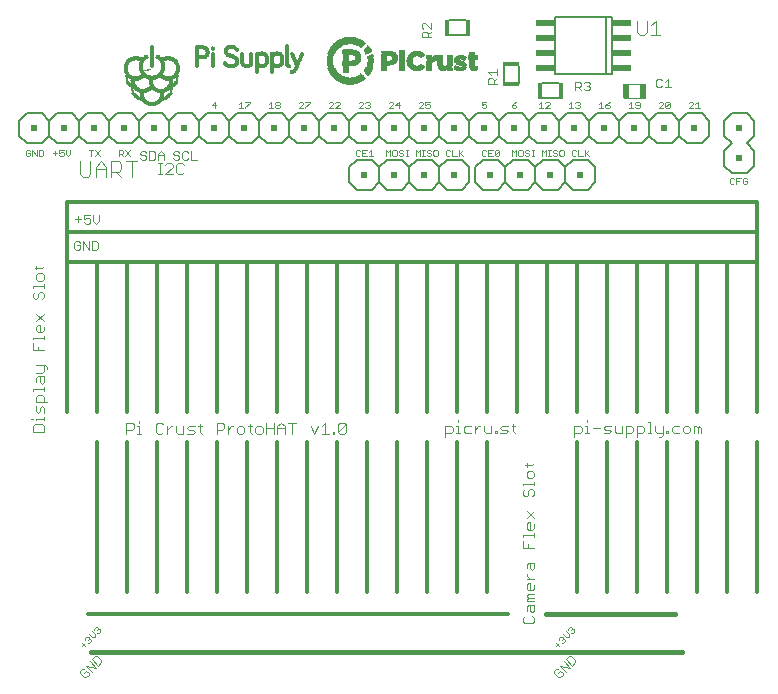
<source format=gto>
G75*
%MOIN*%
%OFA0B0*%
%FSLAX24Y24*%
%IPPOS*%
%LPD*%
%AMOC8*
5,1,8,0,0,1.08239X$1,22.5*
%
%ADD10C,0.0120*%
%ADD11C,0.0030*%
%ADD12C,0.0020*%
%ADD13C,0.0040*%
%ADD14C,0.0160*%
%ADD15R,0.0140X0.0007*%
%ADD16R,0.0245X0.0007*%
%ADD17R,0.0329X0.0007*%
%ADD18R,0.0385X0.0007*%
%ADD19R,0.0441X0.0007*%
%ADD20R,0.0483X0.0007*%
%ADD21R,0.0525X0.0007*%
%ADD22R,0.0560X0.0007*%
%ADD23R,0.0595X0.0007*%
%ADD24R,0.0630X0.0007*%
%ADD25R,0.0665X0.0007*%
%ADD26R,0.0693X0.0007*%
%ADD27R,0.0721X0.0007*%
%ADD28R,0.0749X0.0007*%
%ADD29R,0.0770X0.0007*%
%ADD30R,0.0798X0.0007*%
%ADD31R,0.0819X0.0007*%
%ADD32R,0.0840X0.0007*%
%ADD33R,0.0861X0.0007*%
%ADD34R,0.0889X0.0007*%
%ADD35R,0.0903X0.0007*%
%ADD36R,0.0924X0.0007*%
%ADD37R,0.0945X0.0007*%
%ADD38R,0.0959X0.0007*%
%ADD39R,0.0980X0.0007*%
%ADD40R,0.1001X0.0007*%
%ADD41R,0.1015X0.0007*%
%ADD42R,0.1029X0.0007*%
%ADD43R,0.1043X0.0007*%
%ADD44R,0.1050X0.0007*%
%ADD45R,0.1050X0.0007*%
%ADD46R,0.0504X0.0007*%
%ADD47R,0.0462X0.0007*%
%ADD48R,0.0455X0.0007*%
%ADD49R,0.0399X0.0007*%
%ADD50R,0.0427X0.0007*%
%ADD51R,0.0364X0.0007*%
%ADD52R,0.0406X0.0007*%
%ADD53R,0.0329X0.0007*%
%ADD54R,0.0392X0.0007*%
%ADD55R,0.0294X0.0007*%
%ADD56R,0.0378X0.0007*%
%ADD57R,0.0266X0.0007*%
%ADD58R,0.0245X0.0007*%
%ADD59R,0.0357X0.0007*%
%ADD60R,0.0224X0.0007*%
%ADD61R,0.0350X0.0007*%
%ADD62R,0.0203X0.0007*%
%ADD63R,0.0343X0.0007*%
%ADD64R,0.0182X0.0007*%
%ADD65R,0.0007X0.0007*%
%ADD66R,0.0336X0.0007*%
%ADD67R,0.0161X0.0007*%
%ADD68R,0.0021X0.0007*%
%ADD69R,0.0035X0.0007*%
%ADD70R,0.0322X0.0007*%
%ADD71R,0.0119X0.0007*%
%ADD72R,0.0042X0.0007*%
%ADD73R,0.0315X0.0007*%
%ADD74R,0.0105X0.0007*%
%ADD75R,0.0056X0.0007*%
%ADD76R,0.0315X0.0007*%
%ADD77R,0.0084X0.0007*%
%ADD78R,0.0070X0.0007*%
%ADD79R,0.0301X0.0007*%
%ADD80R,0.0070X0.0007*%
%ADD81R,0.0084X0.0007*%
%ADD82R,0.0301X0.0007*%
%ADD83R,0.0056X0.0007*%
%ADD84R,0.0098X0.0007*%
%ADD85R,0.0105X0.0007*%
%ADD86R,0.0294X0.0007*%
%ADD87R,0.0119X0.0007*%
%ADD88R,0.0287X0.0007*%
%ADD89R,0.0133X0.0007*%
%ADD90R,0.0287X0.0007*%
%ADD91R,0.0140X0.0007*%
%ADD92R,0.0280X0.0007*%
%ADD93R,0.0154X0.0007*%
%ADD94R,0.0161X0.0007*%
%ADD95R,0.0280X0.0007*%
%ADD96R,0.0175X0.0007*%
%ADD97R,0.0273X0.0007*%
%ADD98R,0.0189X0.0007*%
%ADD99R,0.0273X0.0007*%
%ADD100R,0.0196X0.0007*%
%ADD101R,0.0210X0.0007*%
%ADD102R,0.0266X0.0007*%
%ADD103R,0.0217X0.0007*%
%ADD104R,0.0231X0.0007*%
%ADD105R,0.0259X0.0007*%
%ADD106R,0.0238X0.0007*%
%ADD107R,0.0259X0.0007*%
%ADD108R,0.0210X0.0007*%
%ADD109R,0.0252X0.0007*%
%ADD110R,0.0259X0.0007*%
%ADD111R,0.0252X0.0007*%
%ADD112R,0.0252X0.0007*%
%ADD113R,0.0259X0.0007*%
%ADD114R,0.0035X0.0007*%
%ADD115R,0.0252X0.0007*%
%ADD116R,0.0175X0.0007*%
%ADD117R,0.0168X0.0007*%
%ADD118R,0.0196X0.0007*%
%ADD119R,0.0224X0.0007*%
%ADD120R,0.0238X0.0007*%
%ADD121R,0.0231X0.0007*%
%ADD122R,0.0364X0.0007*%
%ADD123R,0.0371X0.0007*%
%ADD124R,0.0406X0.0007*%
%ADD125R,0.0427X0.0007*%
%ADD126R,0.0441X0.0007*%
%ADD127R,0.0469X0.0007*%
%ADD128R,0.0413X0.0007*%
%ADD129R,0.0455X0.0007*%
%ADD130R,0.0476X0.0007*%
%ADD131R,0.0413X0.0007*%
%ADD132R,0.0476X0.0007*%
%ADD133R,0.0497X0.0007*%
%ADD134R,0.0483X0.0007*%
%ADD135R,0.0511X0.0007*%
%ADD136R,0.0287X0.0007*%
%ADD137R,0.0532X0.0007*%
%ADD138R,0.0490X0.0007*%
%ADD139R,0.0546X0.0007*%
%ADD140R,0.0224X0.0007*%
%ADD141R,0.0553X0.0007*%
%ADD142R,0.0490X0.0007*%
%ADD143R,0.0154X0.0007*%
%ADD144R,0.0077X0.0007*%
%ADD145R,0.0063X0.0007*%
%ADD146R,0.0042X0.0007*%
%ADD147R,0.0182X0.0007*%
%ADD148R,0.0014X0.0007*%
%ADD149R,0.0203X0.0007*%
%ADD150R,0.0028X0.0007*%
%ADD151R,0.0168X0.0007*%
%ADD152R,0.0014X0.0007*%
%ADD153R,0.0182X0.0007*%
%ADD154R,0.0147X0.0007*%
%ADD155R,0.0224X0.0007*%
%ADD156R,0.0420X0.0007*%
%ADD157R,0.0217X0.0007*%
%ADD158R,0.0189X0.0007*%
%ADD159R,0.0448X0.0007*%
%ADD160R,0.0462X0.0007*%
%ADD161R,0.0091X0.0007*%
%ADD162R,0.0217X0.0007*%
%ADD163R,0.0182X0.0007*%
%ADD164R,0.0497X0.0007*%
%ADD165R,0.0392X0.0007*%
%ADD166R,0.0308X0.0007*%
%ADD167R,0.0518X0.0007*%
%ADD168R,0.0021X0.0007*%
%ADD169R,0.0525X0.0007*%
%ADD170R,0.0336X0.0007*%
%ADD171R,0.0539X0.0007*%
%ADD172R,0.0448X0.0007*%
%ADD173R,0.0217X0.0007*%
%ADD174R,0.0462X0.0007*%
%ADD175R,0.0469X0.0007*%
%ADD176R,0.0343X0.0007*%
%ADD177R,0.0189X0.0007*%
%ADD178R,0.0567X0.0007*%
%ADD179R,0.0574X0.0007*%
%ADD180R,0.0189X0.0007*%
%ADD181R,0.0581X0.0007*%
%ADD182R,0.0497X0.0007*%
%ADD183R,0.0581X0.0007*%
%ADD184R,0.0504X0.0007*%
%ADD185R,0.0588X0.0007*%
%ADD186R,0.0504X0.0007*%
%ADD187R,0.0287X0.0007*%
%ADD188R,0.0595X0.0007*%
%ADD189R,0.0518X0.0007*%
%ADD190R,0.0602X0.0007*%
%ADD191R,0.0602X0.0007*%
%ADD192R,0.0049X0.0007*%
%ADD193R,0.0350X0.0007*%
%ADD194R,0.0077X0.0007*%
%ADD195R,0.0371X0.0007*%
%ADD196R,0.0154X0.0007*%
%ADD197R,0.0147X0.0007*%
%ADD198R,0.0007X0.0007*%
%ADD199R,0.0147X0.0007*%
%ADD200R,0.0364X0.0007*%
%ADD201R,0.0133X0.0007*%
%ADD202R,0.0126X0.0007*%
%ADD203R,0.0091X0.0007*%
%ADD204R,0.0119X0.0007*%
%ADD205R,0.0112X0.0007*%
%ADD206R,0.0119X0.0007*%
%ADD207R,0.0098X0.0007*%
%ADD208R,0.0077X0.0007*%
%ADD209R,0.0112X0.0007*%
%ADD210R,0.0539X0.0007*%
%ADD211R,0.0609X0.0007*%
%ADD212R,0.0049X0.0007*%
%ADD213R,0.0609X0.0007*%
%ADD214R,0.0028X0.0007*%
%ADD215R,0.0588X0.0007*%
%ADD216R,0.0434X0.0007*%
%ADD217R,0.0574X0.0007*%
%ADD218R,0.0567X0.0007*%
%ADD219R,0.0392X0.0007*%
%ADD220R,0.0553X0.0007*%
%ADD221R,0.0546X0.0007*%
%ADD222R,0.0322X0.0007*%
%ADD223R,0.0322X0.0007*%
%ADD224R,0.0504X0.0007*%
%ADD225R,0.0434X0.0007*%
%ADD226R,0.0399X0.0007*%
%ADD227R,0.0329X0.0007*%
%ADD228R,0.0007X0.0007*%
%ADD229R,0.0084X0.0007*%
%ADD230R,0.0084X0.0007*%
%ADD231R,0.0322X0.0007*%
%ADD232R,0.0042X0.0007*%
%ADD233R,0.0357X0.0007*%
%ADD234R,0.0378X0.0007*%
%ADD235R,0.0392X0.0007*%
%ADD236R,0.0427X0.0007*%
%ADD237R,0.1043X0.0007*%
%ADD238R,0.1015X0.0007*%
%ADD239R,0.1001X0.0007*%
%ADD240R,0.0980X0.0007*%
%ADD241R,0.0959X0.0007*%
%ADD242R,0.0924X0.0007*%
%ADD243R,0.0903X0.0007*%
%ADD244R,0.0889X0.0007*%
%ADD245R,0.0861X0.0007*%
%ADD246R,0.0819X0.0007*%
%ADD247R,0.0798X0.0007*%
%ADD248R,0.0770X0.0007*%
%ADD249R,0.0749X0.0007*%
%ADD250R,0.0693X0.0007*%
%ADD251R,0.0665X0.0007*%
%ADD252R,0.0630X0.0007*%
%ADD253R,0.0385X0.0007*%
%ADD254R,0.0051X0.0003*%
%ADD255R,0.0111X0.0003*%
%ADD256R,0.0147X0.0003*%
%ADD257R,0.0177X0.0003*%
%ADD258R,0.0201X0.0003*%
%ADD259R,0.0222X0.0003*%
%ADD260R,0.0243X0.0003*%
%ADD261R,0.0261X0.0003*%
%ADD262R,0.0276X0.0003*%
%ADD263R,0.0294X0.0003*%
%ADD264R,0.0306X0.0003*%
%ADD265R,0.0321X0.0003*%
%ADD266R,0.0333X0.0003*%
%ADD267R,0.0348X0.0003*%
%ADD268R,0.0360X0.0003*%
%ADD269R,0.0372X0.0003*%
%ADD270R,0.0381X0.0003*%
%ADD271R,0.0393X0.0003*%
%ADD272R,0.0402X0.0003*%
%ADD273R,0.0414X0.0003*%
%ADD274R,0.0423X0.0003*%
%ADD275R,0.0432X0.0003*%
%ADD276R,0.0441X0.0003*%
%ADD277R,0.0450X0.0003*%
%ADD278R,0.0459X0.0003*%
%ADD279R,0.0468X0.0003*%
%ADD280R,0.0474X0.0003*%
%ADD281R,0.0483X0.0003*%
%ADD282R,0.0492X0.0003*%
%ADD283R,0.0498X0.0003*%
%ADD284R,0.0504X0.0003*%
%ADD285R,0.0513X0.0003*%
%ADD286R,0.0519X0.0003*%
%ADD287R,0.0525X0.0003*%
%ADD288R,0.0534X0.0003*%
%ADD289R,0.0540X0.0003*%
%ADD290R,0.0546X0.0003*%
%ADD291R,0.0552X0.0003*%
%ADD292R,0.0558X0.0003*%
%ADD293R,0.0246X0.0003*%
%ADD294R,0.0231X0.0003*%
%ADD295R,0.0228X0.0003*%
%ADD296R,0.0219X0.0003*%
%ADD297R,0.0219X0.0003*%
%ADD298R,0.0213X0.0003*%
%ADD299R,0.0210X0.0003*%
%ADD300R,0.0204X0.0003*%
%ADD301R,0.0198X0.0003*%
%ADD302R,0.0192X0.0003*%
%ADD303R,0.0195X0.0003*%
%ADD304R,0.0189X0.0003*%
%ADD305R,0.0183X0.0003*%
%ADD306R,0.0180X0.0003*%
%ADD307R,0.0177X0.0003*%
%ADD308R,0.0174X0.0003*%
%ADD309R,0.0171X0.0003*%
%ADD310R,0.0168X0.0003*%
%ADD311R,0.0165X0.0003*%
%ADD312R,0.0162X0.0003*%
%ADD313R,0.0159X0.0003*%
%ADD314R,0.0156X0.0003*%
%ADD315R,0.0153X0.0003*%
%ADD316R,0.0150X0.0003*%
%ADD317R,0.0162X0.0003*%
%ADD318R,0.0207X0.0003*%
%ADD319R,0.0222X0.0003*%
%ADD320R,0.0234X0.0003*%
%ADD321R,0.0237X0.0003*%
%ADD322R,0.0240X0.0003*%
%ADD323R,0.0249X0.0003*%
%ADD324R,0.0252X0.0003*%
%ADD325R,0.0255X0.0003*%
%ADD326R,0.0258X0.0003*%
%ADD327R,0.0264X0.0003*%
%ADD328R,0.0267X0.0003*%
%ADD329R,0.0270X0.0003*%
%ADD330R,0.0273X0.0003*%
%ADD331R,0.0279X0.0003*%
%ADD332R,0.0279X0.0003*%
%ADD333R,0.0285X0.0003*%
%ADD334R,0.0282X0.0003*%
%ADD335R,0.0291X0.0003*%
%ADD336R,0.0288X0.0003*%
%ADD337R,0.0297X0.0003*%
%ADD338R,0.0297X0.0003*%
%ADD339R,0.0300X0.0003*%
%ADD340R,0.0303X0.0003*%
%ADD341R,0.0309X0.0003*%
%ADD342R,0.0123X0.0003*%
%ADD343R,0.0120X0.0003*%
%ADD344R,0.0186X0.0003*%
%ADD345R,0.0117X0.0003*%
%ADD346R,0.0144X0.0003*%
%ADD347R,0.0147X0.0003*%
%ADD348R,0.0141X0.0003*%
%ADD349R,0.0117X0.0003*%
%ADD350R,0.0138X0.0003*%
%ADD351R,0.0135X0.0003*%
%ADD352R,0.0132X0.0003*%
%ADD353R,0.0132X0.0003*%
%ADD354R,0.0129X0.0003*%
%ADD355R,0.0126X0.0003*%
%ADD356R,0.0114X0.0003*%
%ADD357R,0.0114X0.0003*%
%ADD358R,0.0108X0.0003*%
%ADD359R,0.0105X0.0003*%
%ADD360R,0.0102X0.0003*%
%ADD361R,0.0102X0.0003*%
%ADD362R,0.0099X0.0003*%
%ADD363R,0.0099X0.0003*%
%ADD364R,0.0096X0.0003*%
%ADD365R,0.0093X0.0003*%
%ADD366R,0.0249X0.0003*%
%ADD367R,0.0267X0.0003*%
%ADD368R,0.0282X0.0003*%
%ADD369R,0.0312X0.0003*%
%ADD370R,0.0315X0.0003*%
%ADD371R,0.0327X0.0003*%
%ADD372R,0.0342X0.0003*%
%ADD373R,0.0339X0.0003*%
%ADD374R,0.0354X0.0003*%
%ADD375R,0.0351X0.0003*%
%ADD376R,0.0366X0.0003*%
%ADD377R,0.0363X0.0003*%
%ADD378R,0.0378X0.0003*%
%ADD379R,0.0375X0.0003*%
%ADD380R,0.0384X0.0003*%
%ADD381R,0.0387X0.0003*%
%ADD382R,0.0090X0.0003*%
%ADD383R,0.0396X0.0003*%
%ADD384R,0.0408X0.0003*%
%ADD385R,0.0417X0.0003*%
%ADD386R,0.0426X0.0003*%
%ADD387R,0.0438X0.0003*%
%ADD388R,0.0435X0.0003*%
%ADD389R,0.0444X0.0003*%
%ADD390R,0.0456X0.0003*%
%ADD391R,0.0453X0.0003*%
%ADD392R,0.0462X0.0003*%
%ADD393R,0.0462X0.0003*%
%ADD394R,0.0471X0.0003*%
%ADD395R,0.0480X0.0003*%
%ADD396R,0.0477X0.0003*%
%ADD397R,0.0486X0.0003*%
%ADD398R,0.0492X0.0003*%
%ADD399R,0.0495X0.0003*%
%ADD400R,0.0501X0.0003*%
%ADD401R,0.0510X0.0003*%
%ADD402R,0.0507X0.0003*%
%ADD403R,0.0516X0.0003*%
%ADD404R,0.0522X0.0003*%
%ADD405R,0.0522X0.0003*%
%ADD406R,0.0528X0.0003*%
%ADD407R,0.0537X0.0003*%
%ADD408R,0.0543X0.0003*%
%ADD409R,0.0087X0.0003*%
%ADD410R,0.0549X0.0003*%
%ADD411R,0.0555X0.0003*%
%ADD412R,0.0237X0.0003*%
%ADD413R,0.0225X0.0003*%
%ADD414R,0.0216X0.0003*%
%ADD415R,0.0207X0.0003*%
%ADD416R,0.0192X0.0003*%
%ADD417R,0.0339X0.0003*%
%ADD418R,0.0330X0.0003*%
%ADD419R,0.0318X0.0003*%
%ADD420R,0.0252X0.0003*%
%ADD421R,0.0309X0.0003*%
%ADD422R,0.0234X0.0003*%
%ADD423R,0.0159X0.0003*%
%ADD424R,0.0312X0.0003*%
%ADD425R,0.0342X0.0003*%
%ADD426R,0.0354X0.0003*%
%ADD427R,0.0390X0.0003*%
%ADD428R,0.0399X0.0003*%
%ADD429R,0.0411X0.0003*%
%ADD430R,0.0324X0.0003*%
%ADD431R,0.0087X0.0003*%
%ADD432R,0.0420X0.0003*%
%ADD433R,0.0336X0.0003*%
%ADD434R,0.0429X0.0003*%
%ADD435R,0.0447X0.0003*%
%ADD436R,0.0465X0.0003*%
%ADD437R,0.0474X0.0003*%
%ADD438R,0.0489X0.0003*%
%ADD439R,0.0504X0.0003*%
%ADD440R,0.0621X0.0003*%
%ADD441R,0.0618X0.0003*%
%ADD442R,0.0624X0.0003*%
%ADD443R,0.0627X0.0003*%
%ADD444R,0.0627X0.0003*%
%ADD445R,0.1776X0.0003*%
%ADD446R,0.0324X0.0003*%
%ADD447R,0.1005X0.0003*%
%ADD448R,0.0966X0.0003*%
%ADD449R,0.0936X0.0003*%
%ADD450R,0.0912X0.0003*%
%ADD451R,0.0894X0.0003*%
%ADD452R,0.0876X0.0003*%
%ADD453R,0.0861X0.0003*%
%ADD454R,0.0846X0.0003*%
%ADD455R,0.0834X0.0003*%
%ADD456R,0.0369X0.0003*%
%ADD457R,0.0369X0.0003*%
%ADD458R,0.0345X0.0003*%
%ADD459R,0.0264X0.0003*%
%ADD460R,0.0033X0.0003*%
%ADD461R,0.0030X0.0003*%
%ADD462R,0.0045X0.0003*%
%ADD463R,0.0048X0.0003*%
%ADD464R,0.0078X0.0003*%
%ADD465R,0.0057X0.0003*%
%ADD466R,0.0060X0.0003*%
%ADD467R,0.0066X0.0003*%
%ADD468R,0.0075X0.0003*%
%ADD469R,0.0072X0.0003*%
%ADD470R,0.0081X0.0003*%
%ADD471R,0.0129X0.0003*%
%ADD472R,0.0084X0.0003*%
%ADD473R,0.0069X0.0003*%
%ADD474R,0.0036X0.0003*%
%ADD475R,0.0027X0.0003*%
%ADD476R,0.0024X0.0003*%
%ADD477R,0.0057X0.0003*%
%ADD478R,0.0063X0.0003*%
%ADD479R,0.0069X0.0003*%
%ADD480R,0.0357X0.0003*%
%ADD481R,0.0372X0.0003*%
%ADD482R,0.0357X0.0003*%
%ADD483R,0.0327X0.0003*%
%ADD484R,0.0387X0.0003*%
%ADD485R,0.0402X0.0003*%
%ADD486R,0.0405X0.0003*%
%ADD487R,0.0447X0.0003*%
%ADD488R,0.0459X0.0003*%
%ADD489R,0.0417X0.0003*%
%ADD490R,0.0144X0.0003*%
%ADD491R,0.0006X0.0003*%
%ADD492R,0.0174X0.0003*%
%ADD493R,0.0189X0.0003*%
%ADD494R,0.0579X0.0003*%
%ADD495R,0.0579X0.0003*%
%ADD496R,0.0576X0.0003*%
%ADD497R,0.0024X0.0003*%
%ADD498R,0.0294X0.0003*%
%ADD499R,0.0054X0.0003*%
%ADD500R,0.0039X0.0003*%
%ADD501R,0.0039X0.0003*%
%ADD502R,0.0009X0.0003*%
%ADD503R,0.0009X0.0003*%
%ADD504R,0.0018X0.0003*%
%ADD505R,0.0021X0.0003*%
%ADD506R,0.0012X0.0003*%
%ADD507R,0.0444X0.0003*%
%ADD508R,0.0042X0.0003*%
%ADD509C,0.0080*%
%ADD510R,0.0598X0.0193*%
%ADD511C,0.0060*%
%ADD512R,0.0560X0.0140*%
%ADD513R,0.0197X0.0512*%
%ADD514R,0.0140X0.0560*%
%ADD515R,0.0200X0.0200*%
D10*
X003150Y002450D02*
X017150Y002450D01*
X016450Y003200D02*
X016450Y008200D01*
X016450Y009200D02*
X016450Y014200D01*
X017450Y014200D01*
X017450Y009200D01*
X018450Y009200D02*
X018450Y014200D01*
X019450Y014200D01*
X019450Y009200D01*
X019450Y008200D02*
X019450Y003200D01*
X020450Y003200D02*
X020450Y008200D01*
X020450Y009200D02*
X020450Y014200D01*
X021450Y014200D01*
X021450Y009200D01*
X021450Y008200D02*
X021450Y003200D01*
X022450Y003200D02*
X022450Y008200D01*
X023450Y008200D02*
X023450Y003200D01*
X024450Y003200D02*
X024450Y008200D01*
X024450Y009200D02*
X024450Y014200D01*
X025450Y014200D01*
X025450Y009200D01*
X025450Y008200D02*
X025450Y003200D01*
X023450Y009200D02*
X023450Y014200D01*
X024450Y014200D01*
X023450Y014200D02*
X022450Y014200D01*
X022450Y009200D01*
X022450Y014200D02*
X021450Y014200D01*
X020450Y014200D02*
X019450Y014200D01*
X018450Y014200D02*
X017450Y014200D01*
X016450Y014200D02*
X015450Y014200D01*
X015450Y009200D01*
X014450Y009200D02*
X014450Y014200D01*
X015450Y014200D01*
X014450Y014200D02*
X013450Y014200D01*
X013450Y009200D01*
X013450Y008200D02*
X013450Y003200D01*
X012450Y003200D02*
X012450Y008200D01*
X012450Y009200D02*
X012450Y014200D01*
X013450Y014200D01*
X012450Y014200D02*
X011450Y014200D01*
X011450Y009200D01*
X011450Y008200D02*
X011450Y003200D01*
X010450Y003200D02*
X010450Y008200D01*
X010450Y009200D02*
X010450Y014200D01*
X011450Y014200D01*
X010450Y014200D02*
X009450Y014200D01*
X009450Y009200D01*
X009450Y008200D02*
X009450Y003200D01*
X008450Y003200D02*
X008450Y008200D01*
X008450Y009200D02*
X008450Y014200D01*
X009450Y014200D01*
X008450Y014200D02*
X007450Y014200D01*
X007450Y009200D01*
X006450Y009200D02*
X006450Y014200D01*
X007450Y014200D01*
X006450Y014200D02*
X005450Y014200D01*
X005450Y009200D01*
X005450Y008200D02*
X005450Y003200D01*
X004450Y003200D02*
X004450Y008200D01*
X004450Y009200D02*
X004450Y014200D01*
X005450Y014200D01*
X004450Y014200D02*
X003450Y014200D01*
X003450Y009200D01*
X003450Y008200D02*
X003450Y003200D01*
X006450Y003200D02*
X006450Y008200D01*
X007450Y008200D02*
X007450Y003200D01*
X002450Y009200D02*
X002450Y014200D01*
X003450Y014200D01*
X002450Y014200D02*
X002450Y015200D01*
X025450Y015200D01*
X025450Y014200D01*
X025450Y015200D02*
X025450Y016200D01*
X002450Y016200D01*
X002450Y015200D01*
X014450Y008200D02*
X014450Y003200D01*
X015450Y003200D02*
X015450Y008200D01*
D11*
X003016Y000355D02*
X002879Y000492D01*
X002879Y000561D01*
X002947Y000629D01*
X003016Y000629D01*
X003084Y000561D02*
X003016Y000492D01*
X003084Y000561D02*
X003153Y000492D01*
X003153Y000424D01*
X003084Y000355D01*
X003016Y000355D01*
X003258Y000530D02*
X003053Y000735D01*
X003395Y000666D01*
X003190Y000872D01*
X003261Y000943D02*
X003364Y001046D01*
X003432Y001046D01*
X003569Y000909D01*
X003569Y000841D01*
X003467Y000738D01*
X003261Y000943D01*
X004415Y008465D02*
X004415Y008835D01*
X004600Y008835D01*
X004662Y008774D01*
X004662Y008650D01*
X004600Y008588D01*
X004415Y008588D01*
X004783Y008465D02*
X004907Y008465D01*
X004845Y008465D02*
X004845Y008712D01*
X004783Y008712D01*
X004845Y008835D02*
X004845Y008897D01*
X005397Y008774D02*
X005397Y008527D01*
X005459Y008465D01*
X005582Y008465D01*
X005644Y008527D01*
X005765Y008588D02*
X005889Y008712D01*
X005951Y008712D01*
X006072Y008712D02*
X006072Y008527D01*
X006134Y008465D01*
X006319Y008465D01*
X006319Y008712D01*
X006441Y008650D02*
X006502Y008712D01*
X006688Y008712D01*
X006809Y008712D02*
X006932Y008712D01*
X006871Y008774D02*
X006871Y008527D01*
X006932Y008465D01*
X006688Y008527D02*
X006626Y008588D01*
X006502Y008588D01*
X006441Y008650D01*
X006441Y008465D02*
X006626Y008465D01*
X006688Y008527D01*
X007423Y008588D02*
X007608Y008588D01*
X007670Y008650D01*
X007670Y008774D01*
X007608Y008835D01*
X007423Y008835D01*
X007423Y008465D01*
X007791Y008465D02*
X007791Y008712D01*
X007791Y008588D02*
X007915Y008712D01*
X007976Y008712D01*
X008098Y008650D02*
X008098Y008527D01*
X008160Y008465D01*
X008283Y008465D01*
X008345Y008527D01*
X008345Y008650D01*
X008283Y008712D01*
X008160Y008712D01*
X008098Y008650D01*
X008466Y008712D02*
X008590Y008712D01*
X008528Y008774D02*
X008528Y008527D01*
X008590Y008465D01*
X008712Y008527D02*
X008774Y008465D01*
X008897Y008465D01*
X008959Y008527D01*
X008959Y008650D01*
X008897Y008712D01*
X008774Y008712D01*
X008712Y008650D01*
X008712Y008527D01*
X009080Y008465D02*
X009080Y008835D01*
X009080Y008650D02*
X009327Y008650D01*
X009449Y008650D02*
X009696Y008650D01*
X009696Y008712D02*
X009696Y008465D01*
X009940Y008465D02*
X009940Y008835D01*
X009817Y008835D02*
X010064Y008835D01*
X010554Y008712D02*
X010677Y008465D01*
X010800Y008712D01*
X010922Y008712D02*
X011045Y008835D01*
X011045Y008465D01*
X010922Y008465D02*
X011169Y008465D01*
X011290Y008465D02*
X011352Y008465D01*
X011352Y008527D01*
X011290Y008527D01*
X011290Y008465D01*
X011474Y008527D02*
X011474Y008774D01*
X011536Y008835D01*
X011660Y008835D01*
X011721Y008774D01*
X011474Y008527D01*
X011536Y008465D01*
X011660Y008465D01*
X011721Y008527D01*
X011721Y008774D01*
X009696Y008712D02*
X009572Y008835D01*
X009449Y008712D01*
X009449Y008465D01*
X009327Y008465D02*
X009327Y008835D01*
X005765Y008712D02*
X005765Y008465D01*
X005644Y008774D02*
X005582Y008835D01*
X005459Y008835D01*
X005397Y008774D01*
X003415Y014595D02*
X003270Y014595D01*
X003270Y014885D01*
X003415Y014885D01*
X003464Y014837D01*
X003464Y014643D01*
X003415Y014595D01*
X003169Y014595D02*
X003169Y014885D01*
X002976Y014885D02*
X002976Y014595D01*
X002875Y014643D02*
X002875Y014740D01*
X002778Y014740D01*
X002875Y014643D02*
X002826Y014595D01*
X002729Y014595D01*
X002681Y014643D01*
X002681Y014837D01*
X002729Y014885D01*
X002826Y014885D01*
X002875Y014837D01*
X002976Y014885D02*
X003169Y014595D01*
X003155Y015465D02*
X003058Y015465D01*
X003010Y015513D01*
X003010Y015610D02*
X003106Y015658D01*
X003155Y015658D01*
X003203Y015610D01*
X003203Y015513D01*
X003155Y015465D01*
X003304Y015562D02*
X003401Y015465D01*
X003498Y015562D01*
X003498Y015755D01*
X003304Y015755D02*
X003304Y015562D01*
X003203Y015755D02*
X003010Y015755D01*
X003010Y015610D01*
X002908Y015610D02*
X002715Y015610D01*
X002812Y015707D02*
X002812Y015513D01*
X004929Y017595D02*
X004881Y017643D01*
X004929Y017595D02*
X005026Y017595D01*
X005075Y017643D01*
X005075Y017692D01*
X005026Y017740D01*
X004929Y017740D01*
X004881Y017788D01*
X004881Y017837D01*
X004929Y017885D01*
X005026Y017885D01*
X005075Y017837D01*
X005176Y017885D02*
X005176Y017595D01*
X005321Y017595D01*
X005369Y017643D01*
X005369Y017837D01*
X005321Y017885D01*
X005176Y017885D01*
X005470Y017788D02*
X005567Y017885D01*
X005664Y017788D01*
X005664Y017595D01*
X005588Y017485D02*
X005465Y017485D01*
X005527Y017485D02*
X005527Y017115D01*
X005588Y017115D02*
X005465Y017115D01*
X005711Y017115D02*
X005957Y017362D01*
X005957Y017424D01*
X005896Y017485D01*
X005772Y017485D01*
X005711Y017424D01*
X005470Y017595D02*
X005470Y017788D01*
X005470Y017740D02*
X005664Y017740D01*
X005981Y017788D02*
X006029Y017740D01*
X006126Y017740D01*
X006175Y017692D01*
X006175Y017643D01*
X006126Y017595D01*
X006029Y017595D01*
X005981Y017643D01*
X005981Y017788D02*
X005981Y017837D01*
X006029Y017885D01*
X006126Y017885D01*
X006175Y017837D01*
X006276Y017837D02*
X006324Y017885D01*
X006421Y017885D01*
X006469Y017837D01*
X006570Y017885D02*
X006570Y017595D01*
X006764Y017595D01*
X006469Y017643D02*
X006421Y017595D01*
X006324Y017595D01*
X006276Y017643D01*
X006276Y017837D01*
X006264Y017485D02*
X006141Y017485D01*
X006079Y017424D01*
X006079Y017177D01*
X006141Y017115D01*
X006264Y017115D01*
X006326Y017177D01*
X006326Y017424D02*
X006264Y017485D01*
X005957Y017115D02*
X005711Y017115D01*
X014265Y021676D02*
X014265Y021821D01*
X014313Y021869D01*
X014410Y021869D01*
X014458Y021821D01*
X014458Y021676D01*
X014458Y021772D02*
X014555Y021869D01*
X014555Y021970D02*
X014362Y022164D01*
X014313Y022164D01*
X014265Y022115D01*
X014265Y022019D01*
X014313Y021970D01*
X014555Y021970D02*
X014555Y022164D01*
X014555Y021676D02*
X014265Y021676D01*
X016465Y020517D02*
X016755Y020517D01*
X016755Y020420D02*
X016755Y020614D01*
X016562Y020420D02*
X016465Y020517D01*
X016513Y020319D02*
X016465Y020271D01*
X016465Y020126D01*
X016755Y020126D01*
X016658Y020126D02*
X016658Y020271D01*
X016610Y020319D01*
X016513Y020319D01*
X016658Y020222D02*
X016755Y020319D01*
X019365Y020205D02*
X019365Y019915D01*
X019365Y020012D02*
X019510Y020012D01*
X019558Y020060D01*
X019558Y020157D01*
X019510Y020205D01*
X019365Y020205D01*
X019462Y020012D02*
X019558Y019915D01*
X019660Y019963D02*
X019708Y019915D01*
X019805Y019915D01*
X019853Y019963D01*
X019853Y020012D01*
X019805Y020060D01*
X019756Y020060D01*
X019805Y020060D02*
X019853Y020108D01*
X019853Y020157D01*
X019805Y020205D01*
X019708Y020205D01*
X019660Y020157D01*
X022071Y020251D02*
X022071Y020058D01*
X022120Y020009D01*
X022216Y020009D01*
X022265Y020058D01*
X022366Y020009D02*
X022559Y020009D01*
X022463Y020009D02*
X022463Y020300D01*
X022366Y020203D01*
X022265Y020251D02*
X022216Y020300D01*
X022120Y020300D01*
X022071Y020251D01*
X021857Y008850D02*
X021857Y008480D01*
X021795Y008480D02*
X021919Y008480D01*
X022041Y008542D02*
X022041Y008727D01*
X022041Y008542D02*
X022103Y008480D01*
X022288Y008480D01*
X022288Y008418D02*
X022226Y008357D01*
X022164Y008357D01*
X022288Y008418D02*
X022288Y008727D01*
X022409Y008542D02*
X022471Y008542D01*
X022471Y008480D01*
X022409Y008480D01*
X022409Y008542D01*
X022593Y008542D02*
X022593Y008665D01*
X022655Y008727D01*
X022840Y008727D01*
X022962Y008665D02*
X022962Y008542D01*
X023023Y008480D01*
X023147Y008480D01*
X023209Y008542D01*
X023209Y008665D01*
X023147Y008727D01*
X023023Y008727D01*
X022962Y008665D01*
X022840Y008480D02*
X022655Y008480D01*
X022593Y008542D01*
X023330Y008480D02*
X023330Y008727D01*
X023392Y008727D01*
X023454Y008665D01*
X023515Y008727D01*
X023577Y008665D01*
X023577Y008480D01*
X023454Y008480D02*
X023454Y008665D01*
X021857Y008850D02*
X021795Y008850D01*
X021612Y008727D02*
X021674Y008665D01*
X021674Y008542D01*
X021612Y008480D01*
X021427Y008480D01*
X021427Y008357D02*
X021427Y008727D01*
X021612Y008727D01*
X021306Y008665D02*
X021306Y008542D01*
X021244Y008480D01*
X021059Y008480D01*
X020937Y008480D02*
X020937Y008727D01*
X021059Y008727D02*
X021244Y008727D01*
X021306Y008665D01*
X021059Y008727D02*
X021059Y008357D01*
X020937Y008480D02*
X020752Y008480D01*
X020690Y008542D01*
X020690Y008727D01*
X020569Y008727D02*
X020384Y008727D01*
X020322Y008665D01*
X020384Y008603D01*
X020507Y008603D01*
X020569Y008542D01*
X020507Y008480D01*
X020322Y008480D01*
X020201Y008665D02*
X019954Y008665D01*
X019770Y008727D02*
X019770Y008480D01*
X019708Y008480D02*
X019832Y008480D01*
X019587Y008542D02*
X019587Y008665D01*
X019525Y008727D01*
X019340Y008727D01*
X019340Y008357D01*
X019340Y008480D02*
X019525Y008480D01*
X019587Y008542D01*
X019708Y008727D02*
X019770Y008727D01*
X019770Y008850D02*
X019770Y008912D01*
X017376Y008727D02*
X017253Y008727D01*
X017315Y008789D02*
X017315Y008542D01*
X017376Y008480D01*
X017131Y008542D02*
X017070Y008603D01*
X016946Y008603D01*
X016885Y008665D01*
X016946Y008727D01*
X017131Y008727D01*
X017131Y008542D02*
X017070Y008480D01*
X016885Y008480D01*
X016762Y008480D02*
X016700Y008480D01*
X016700Y008542D01*
X016762Y008542D01*
X016762Y008480D01*
X016579Y008480D02*
X016579Y008727D01*
X016332Y008727D02*
X016332Y008542D01*
X016394Y008480D01*
X016579Y008480D01*
X016210Y008727D02*
X016149Y008727D01*
X016025Y008603D01*
X016025Y008480D02*
X016025Y008727D01*
X015904Y008727D02*
X015719Y008727D01*
X015657Y008665D01*
X015657Y008542D01*
X015719Y008480D01*
X015904Y008480D01*
X015535Y008480D02*
X015411Y008480D01*
X015473Y008480D02*
X015473Y008727D01*
X015411Y008727D01*
X015290Y008665D02*
X015290Y008542D01*
X015228Y008480D01*
X015043Y008480D01*
X015043Y008357D02*
X015043Y008727D01*
X015228Y008727D01*
X015290Y008665D01*
X015473Y008850D02*
X015473Y008912D01*
X019164Y001046D02*
X019061Y000943D01*
X019267Y000738D01*
X019369Y000841D01*
X019369Y000909D01*
X019232Y001046D01*
X019164Y001046D01*
X018990Y000872D02*
X019195Y000666D01*
X018853Y000735D01*
X019058Y000530D01*
X018953Y000492D02*
X018884Y000561D01*
X018816Y000492D01*
X018679Y000492D02*
X018816Y000355D01*
X018884Y000355D01*
X018953Y000424D01*
X018953Y000492D01*
X018816Y000629D02*
X018747Y000629D01*
X018679Y000561D01*
X018679Y000492D01*
D12*
X018722Y001392D02*
X018826Y001496D01*
X018722Y001496D02*
X018826Y001392D01*
X018930Y001496D02*
X018982Y001496D01*
X019034Y001548D01*
X019034Y001600D01*
X019008Y001626D01*
X018956Y001626D01*
X018930Y001600D01*
X018956Y001626D02*
X018956Y001678D01*
X018930Y001704D01*
X018878Y001704D01*
X018827Y001652D01*
X018827Y001600D01*
X018957Y001782D02*
X019061Y001679D01*
X019164Y001679D01*
X019164Y001782D01*
X019061Y001886D01*
X019139Y001913D02*
X019139Y001965D01*
X019191Y002016D01*
X019243Y002016D01*
X019269Y001991D01*
X019269Y001939D01*
X019321Y001939D01*
X019347Y001913D01*
X019347Y001861D01*
X019295Y001809D01*
X019243Y001809D01*
X019243Y001913D02*
X019269Y001939D01*
X003547Y001913D02*
X003547Y001861D01*
X003495Y001809D01*
X003443Y001809D01*
X003364Y001782D02*
X003261Y001886D01*
X003339Y001913D02*
X003339Y001965D01*
X003391Y002016D01*
X003443Y002016D01*
X003469Y001991D01*
X003469Y001939D01*
X003521Y001939D01*
X003547Y001913D01*
X003469Y001939D02*
X003443Y001913D01*
X003364Y001782D02*
X003364Y001679D01*
X003261Y001679D01*
X003157Y001782D01*
X003130Y001704D02*
X003156Y001678D01*
X003156Y001626D01*
X003208Y001626D01*
X003234Y001600D01*
X003234Y001548D01*
X003182Y001496D01*
X003130Y001496D01*
X003026Y001496D02*
X002922Y001392D01*
X002922Y001496D02*
X003026Y001392D01*
X003027Y001600D02*
X003027Y001652D01*
X003078Y001704D01*
X003130Y001704D01*
X003156Y001626D02*
X003130Y001600D01*
X003233Y017710D02*
X003233Y017930D01*
X003160Y017930D02*
X003307Y017930D01*
X003381Y017930D02*
X003528Y017710D01*
X003381Y017710D02*
X003528Y017930D01*
X004160Y017930D02*
X004160Y017710D01*
X004160Y017783D02*
X004270Y017783D01*
X004307Y017820D01*
X004307Y017893D01*
X004270Y017930D01*
X004160Y017930D01*
X004233Y017783D02*
X004307Y017710D01*
X004381Y017710D02*
X004528Y017930D01*
X004381Y017930D02*
X004528Y017710D01*
X002549Y017783D02*
X002549Y017930D01*
X002549Y017783D02*
X002475Y017710D01*
X002402Y017783D01*
X002402Y017930D01*
X002328Y017930D02*
X002181Y017930D01*
X002181Y017820D01*
X002254Y017857D01*
X002291Y017857D01*
X002328Y017820D01*
X002328Y017747D01*
X002291Y017710D01*
X002218Y017710D01*
X002181Y017747D01*
X002107Y017820D02*
X001960Y017820D01*
X002033Y017893D02*
X002033Y017747D01*
X001649Y017747D02*
X001649Y017893D01*
X001612Y017930D01*
X001502Y017930D01*
X001502Y017710D01*
X001612Y017710D01*
X001649Y017747D01*
X001428Y017710D02*
X001428Y017930D01*
X001281Y017930D02*
X001281Y017710D01*
X001207Y017747D02*
X001207Y017820D01*
X001133Y017820D01*
X001060Y017747D02*
X001097Y017710D01*
X001170Y017710D01*
X001207Y017747D01*
X001207Y017893D02*
X001170Y017930D01*
X001097Y017930D01*
X001060Y017893D01*
X001060Y017747D01*
X001281Y017930D02*
X001428Y017710D01*
X007260Y019420D02*
X007407Y019420D01*
X007370Y019310D02*
X007370Y019530D01*
X007260Y019420D01*
X008160Y019457D02*
X008233Y019530D01*
X008233Y019310D01*
X008160Y019310D02*
X008307Y019310D01*
X008381Y019310D02*
X008381Y019347D01*
X008528Y019493D01*
X008528Y019530D01*
X008381Y019530D01*
X009160Y019457D02*
X009233Y019530D01*
X009233Y019310D01*
X009160Y019310D02*
X009307Y019310D01*
X009381Y019347D02*
X009381Y019383D01*
X009418Y019420D01*
X009491Y019420D01*
X009528Y019383D01*
X009528Y019347D01*
X009491Y019310D01*
X009418Y019310D01*
X009381Y019347D01*
X009418Y019420D02*
X009381Y019457D01*
X009381Y019493D01*
X009418Y019530D01*
X009491Y019530D01*
X009528Y019493D01*
X009528Y019457D01*
X009491Y019420D01*
X010160Y019493D02*
X010197Y019530D01*
X010270Y019530D01*
X010307Y019493D01*
X010307Y019457D01*
X010160Y019310D01*
X010307Y019310D01*
X010381Y019310D02*
X010381Y019347D01*
X010528Y019493D01*
X010528Y019530D01*
X010381Y019530D01*
X011160Y019493D02*
X011197Y019530D01*
X011270Y019530D01*
X011307Y019493D01*
X011307Y019457D01*
X011160Y019310D01*
X011307Y019310D01*
X011381Y019310D02*
X011528Y019457D01*
X011528Y019493D01*
X011491Y019530D01*
X011418Y019530D01*
X011381Y019493D01*
X011381Y019310D02*
X011528Y019310D01*
X012160Y019310D02*
X012307Y019457D01*
X012307Y019493D01*
X012270Y019530D01*
X012197Y019530D01*
X012160Y019493D01*
X012160Y019310D02*
X012307Y019310D01*
X012381Y019347D02*
X012418Y019310D01*
X012491Y019310D01*
X012528Y019347D01*
X012528Y019383D01*
X012491Y019420D01*
X012454Y019420D01*
X012491Y019420D02*
X012528Y019457D01*
X012528Y019493D01*
X012491Y019530D01*
X012418Y019530D01*
X012381Y019493D01*
X013160Y019493D02*
X013197Y019530D01*
X013270Y019530D01*
X013307Y019493D01*
X013307Y019457D01*
X013160Y019310D01*
X013307Y019310D01*
X013381Y019420D02*
X013528Y019420D01*
X013491Y019310D02*
X013491Y019530D01*
X013381Y019420D01*
X014160Y019493D02*
X014197Y019530D01*
X014270Y019530D01*
X014307Y019493D01*
X014307Y019457D01*
X014160Y019310D01*
X014307Y019310D01*
X014381Y019347D02*
X014418Y019310D01*
X014491Y019310D01*
X014528Y019347D01*
X014528Y019420D01*
X014491Y019457D01*
X014454Y019457D01*
X014381Y019420D01*
X014381Y019530D01*
X014528Y019530D01*
X014538Y017930D02*
X014465Y017930D01*
X014428Y017893D01*
X014428Y017857D01*
X014465Y017820D01*
X014538Y017820D01*
X014575Y017783D01*
X014575Y017747D01*
X014538Y017710D01*
X014465Y017710D01*
X014428Y017747D01*
X014354Y017710D02*
X014281Y017710D01*
X014318Y017710D02*
X014318Y017930D01*
X014354Y017930D02*
X014281Y017930D01*
X014207Y017930D02*
X014207Y017710D01*
X014060Y017710D02*
X014060Y017930D01*
X014133Y017857D01*
X014207Y017930D01*
X014538Y017930D02*
X014575Y017893D01*
X014649Y017893D02*
X014649Y017747D01*
X014686Y017710D01*
X014759Y017710D01*
X014796Y017747D01*
X014796Y017893D01*
X014759Y017930D01*
X014686Y017930D01*
X014649Y017893D01*
X015060Y017893D02*
X015060Y017747D01*
X015097Y017710D01*
X015170Y017710D01*
X015207Y017747D01*
X015281Y017710D02*
X015281Y017930D01*
X015207Y017893D02*
X015170Y017930D01*
X015097Y017930D01*
X015060Y017893D01*
X015281Y017710D02*
X015428Y017710D01*
X015502Y017710D02*
X015502Y017930D01*
X015539Y017820D02*
X015649Y017710D01*
X015502Y017783D02*
X015649Y017930D01*
X016260Y017893D02*
X016260Y017747D01*
X016297Y017710D01*
X016370Y017710D01*
X016407Y017747D01*
X016481Y017710D02*
X016628Y017710D01*
X016702Y017747D02*
X016849Y017893D01*
X016849Y017747D01*
X016812Y017710D01*
X016739Y017710D01*
X016702Y017747D01*
X016702Y017893D01*
X016739Y017930D01*
X016812Y017930D01*
X016849Y017893D01*
X016628Y017930D02*
X016481Y017930D01*
X016481Y017710D01*
X016481Y017820D02*
X016554Y017820D01*
X016407Y017893D02*
X016370Y017930D01*
X016297Y017930D01*
X016260Y017893D01*
X017260Y017930D02*
X017260Y017710D01*
X017407Y017710D02*
X017407Y017930D01*
X017333Y017857D01*
X017260Y017930D01*
X017481Y017893D02*
X017481Y017747D01*
X017518Y017710D01*
X017591Y017710D01*
X017628Y017747D01*
X017628Y017893D01*
X017591Y017930D01*
X017518Y017930D01*
X017481Y017893D01*
X017702Y017893D02*
X017702Y017857D01*
X017739Y017820D01*
X017812Y017820D01*
X017849Y017783D01*
X017849Y017747D01*
X017812Y017710D01*
X017739Y017710D01*
X017702Y017747D01*
X017702Y017893D02*
X017739Y017930D01*
X017812Y017930D01*
X017849Y017893D01*
X017923Y017930D02*
X017996Y017930D01*
X017960Y017930D02*
X017960Y017710D01*
X017996Y017710D02*
X017923Y017710D01*
X018260Y017710D02*
X018260Y017930D01*
X018333Y017857D01*
X018407Y017930D01*
X018407Y017710D01*
X018481Y017710D02*
X018554Y017710D01*
X018518Y017710D02*
X018518Y017930D01*
X018554Y017930D02*
X018481Y017930D01*
X018628Y017893D02*
X018628Y017857D01*
X018665Y017820D01*
X018738Y017820D01*
X018775Y017783D01*
X018775Y017747D01*
X018738Y017710D01*
X018665Y017710D01*
X018628Y017747D01*
X018628Y017893D02*
X018665Y017930D01*
X018738Y017930D01*
X018775Y017893D01*
X018849Y017893D02*
X018849Y017747D01*
X018886Y017710D01*
X018959Y017710D01*
X018996Y017747D01*
X018996Y017893D01*
X018959Y017930D01*
X018886Y017930D01*
X018849Y017893D01*
X019260Y017893D02*
X019260Y017747D01*
X019297Y017710D01*
X019370Y017710D01*
X019407Y017747D01*
X019481Y017710D02*
X019628Y017710D01*
X019702Y017710D02*
X019702Y017930D01*
X019739Y017820D02*
X019849Y017710D01*
X019702Y017783D02*
X019849Y017930D01*
X019481Y017930D02*
X019481Y017710D01*
X019407Y017893D02*
X019370Y017930D01*
X019297Y017930D01*
X019260Y017893D01*
X019233Y019310D02*
X019233Y019530D01*
X019160Y019457D01*
X019160Y019310D02*
X019307Y019310D01*
X019381Y019347D02*
X019418Y019310D01*
X019491Y019310D01*
X019528Y019347D01*
X019528Y019383D01*
X019491Y019420D01*
X019454Y019420D01*
X019491Y019420D02*
X019528Y019457D01*
X019528Y019493D01*
X019491Y019530D01*
X019418Y019530D01*
X019381Y019493D01*
X020160Y019457D02*
X020233Y019530D01*
X020233Y019310D01*
X020160Y019310D02*
X020307Y019310D01*
X020381Y019347D02*
X020418Y019310D01*
X020491Y019310D01*
X020528Y019347D01*
X020528Y019383D01*
X020491Y019420D01*
X020381Y019420D01*
X020381Y019347D01*
X020381Y019420D02*
X020454Y019493D01*
X020528Y019530D01*
X021160Y019457D02*
X021233Y019530D01*
X021233Y019310D01*
X021160Y019310D02*
X021307Y019310D01*
X021381Y019347D02*
X021418Y019310D01*
X021491Y019310D01*
X021528Y019347D01*
X021528Y019493D01*
X021491Y019530D01*
X021418Y019530D01*
X021381Y019493D01*
X021381Y019457D01*
X021418Y019420D01*
X021528Y019420D01*
X022160Y019493D02*
X022197Y019530D01*
X022270Y019530D01*
X022307Y019493D01*
X022307Y019457D01*
X022160Y019310D01*
X022307Y019310D01*
X022381Y019347D02*
X022528Y019493D01*
X022528Y019347D01*
X022491Y019310D01*
X022418Y019310D01*
X022381Y019347D01*
X022381Y019493D01*
X022418Y019530D01*
X022491Y019530D01*
X022528Y019493D01*
X023160Y019493D02*
X023197Y019530D01*
X023270Y019530D01*
X023307Y019493D01*
X023307Y019457D01*
X023160Y019310D01*
X023307Y019310D01*
X023381Y019310D02*
X023528Y019310D01*
X023454Y019310D02*
X023454Y019530D01*
X023381Y019457D01*
X024567Y017000D02*
X024530Y016963D01*
X024530Y016817D01*
X024567Y016780D01*
X024640Y016780D01*
X024677Y016817D01*
X024751Y016780D02*
X024751Y017000D01*
X024898Y017000D01*
X024972Y016963D02*
X024972Y016817D01*
X025009Y016780D01*
X025082Y016780D01*
X025119Y016817D01*
X025119Y016890D01*
X025045Y016890D01*
X024972Y016963D02*
X025009Y017000D01*
X025082Y017000D01*
X025119Y016963D01*
X024824Y016890D02*
X024751Y016890D01*
X024677Y016963D02*
X024640Y017000D01*
X024567Y017000D01*
X018528Y019310D02*
X018381Y019310D01*
X018528Y019457D01*
X018528Y019493D01*
X018491Y019530D01*
X018418Y019530D01*
X018381Y019493D01*
X018233Y019530D02*
X018233Y019310D01*
X018160Y019310D02*
X018307Y019310D01*
X018160Y019457D02*
X018233Y019530D01*
X017407Y019530D02*
X017333Y019493D01*
X017260Y019420D01*
X017370Y019420D01*
X017407Y019383D01*
X017407Y019347D01*
X017370Y019310D01*
X017297Y019310D01*
X017260Y019347D01*
X017260Y019420D01*
X016407Y019420D02*
X016407Y019347D01*
X016370Y019310D01*
X016297Y019310D01*
X016260Y019347D01*
X016260Y019420D02*
X016333Y019457D01*
X016370Y019457D01*
X016407Y019420D01*
X016407Y019530D02*
X016260Y019530D01*
X016260Y019420D01*
X013796Y017930D02*
X013723Y017930D01*
X013760Y017930D02*
X013760Y017710D01*
X013796Y017710D02*
X013723Y017710D01*
X013649Y017747D02*
X013612Y017710D01*
X013539Y017710D01*
X013502Y017747D01*
X013428Y017747D02*
X013428Y017893D01*
X013391Y017930D01*
X013318Y017930D01*
X013281Y017893D01*
X013281Y017747D01*
X013318Y017710D01*
X013391Y017710D01*
X013428Y017747D01*
X013502Y017857D02*
X013539Y017820D01*
X013612Y017820D01*
X013649Y017783D01*
X013649Y017747D01*
X013649Y017893D02*
X013612Y017930D01*
X013539Y017930D01*
X013502Y017893D01*
X013502Y017857D01*
X013207Y017930D02*
X013207Y017710D01*
X013060Y017710D02*
X013060Y017930D01*
X013133Y017857D01*
X013207Y017930D01*
X012649Y017710D02*
X012502Y017710D01*
X012575Y017710D02*
X012575Y017930D01*
X012502Y017857D01*
X012428Y017930D02*
X012281Y017930D01*
X012281Y017710D01*
X012428Y017710D01*
X012354Y017820D02*
X012281Y017820D01*
X012207Y017747D02*
X012170Y017710D01*
X012097Y017710D01*
X012060Y017747D01*
X012060Y017893D01*
X012097Y017930D01*
X012170Y017930D01*
X012207Y017893D01*
D13*
X004764Y017540D02*
X004417Y017540D01*
X004590Y017540D02*
X004590Y017020D01*
X004248Y017020D02*
X004075Y017193D01*
X004162Y017193D02*
X003901Y017193D01*
X003901Y017020D02*
X003901Y017540D01*
X004162Y017540D01*
X004248Y017454D01*
X004248Y017280D01*
X004162Y017193D01*
X003733Y017280D02*
X003386Y017280D01*
X003386Y017367D02*
X003559Y017540D01*
X003733Y017367D01*
X003733Y017020D01*
X003386Y017020D02*
X003386Y017367D01*
X003217Y017540D02*
X003217Y017107D01*
X003130Y017020D01*
X002957Y017020D01*
X002870Y017107D01*
X002870Y017540D01*
X001655Y014060D02*
X001595Y014000D01*
X001355Y014000D01*
X001415Y013940D02*
X001415Y014060D01*
X001475Y013812D02*
X001415Y013751D01*
X001415Y013631D01*
X001475Y013571D01*
X001595Y013571D01*
X001655Y013631D01*
X001655Y013751D01*
X001595Y013812D01*
X001475Y013812D01*
X001655Y013446D02*
X001655Y013326D01*
X001655Y013386D02*
X001294Y013386D01*
X001294Y013326D01*
X001355Y013198D02*
X001294Y013138D01*
X001294Y013018D01*
X001355Y012957D01*
X001415Y012957D01*
X001475Y013018D01*
X001475Y013138D01*
X001535Y013198D01*
X001595Y013198D01*
X001655Y013138D01*
X001655Y013018D01*
X001595Y012957D01*
X001655Y012461D02*
X001415Y012221D01*
X001475Y012093D02*
X001535Y012093D01*
X001535Y011853D01*
X001595Y011853D02*
X001475Y011853D01*
X001415Y011913D01*
X001415Y012033D01*
X001475Y012093D01*
X001655Y012033D02*
X001655Y011913D01*
X001595Y011853D01*
X001655Y011727D02*
X001655Y011607D01*
X001655Y011667D02*
X001294Y011667D01*
X001294Y011607D01*
X001294Y011479D02*
X001294Y011239D01*
X001655Y011239D01*
X001475Y011239D02*
X001475Y011359D01*
X001415Y010742D02*
X001715Y010742D01*
X001775Y010682D01*
X001775Y010622D01*
X001655Y010562D02*
X001655Y010742D01*
X001655Y010562D02*
X001595Y010502D01*
X001415Y010502D01*
X001475Y010374D02*
X001655Y010374D01*
X001655Y010194D01*
X001595Y010134D01*
X001535Y010194D01*
X001535Y010374D01*
X001475Y010374D02*
X001415Y010314D01*
X001415Y010194D01*
X001294Y009948D02*
X001655Y009948D01*
X001655Y009888D02*
X001655Y010008D01*
X001595Y009760D02*
X001475Y009760D01*
X001415Y009700D01*
X001415Y009520D01*
X001775Y009520D01*
X001655Y009520D02*
X001655Y009700D01*
X001595Y009760D01*
X001294Y009888D02*
X001294Y009948D01*
X001415Y009392D02*
X001415Y009212D01*
X001475Y009152D01*
X001535Y009212D01*
X001535Y009332D01*
X001595Y009392D01*
X001655Y009332D01*
X001655Y009152D01*
X001655Y009026D02*
X001655Y008906D01*
X001655Y008966D02*
X001415Y008966D01*
X001415Y008906D01*
X001294Y008966D02*
X001234Y008966D01*
X001355Y008778D02*
X001294Y008718D01*
X001294Y008538D01*
X001655Y008538D01*
X001655Y008718D01*
X001595Y008778D01*
X001355Y008778D01*
X001655Y012221D02*
X001415Y012461D01*
X017693Y007418D02*
X017933Y007418D01*
X017993Y007478D01*
X017753Y007478D02*
X017753Y007358D01*
X017813Y007230D02*
X017753Y007170D01*
X017753Y007050D01*
X017813Y006990D01*
X017933Y006990D01*
X017993Y007050D01*
X017993Y007170D01*
X017933Y007230D01*
X017813Y007230D01*
X017993Y006864D02*
X017993Y006744D01*
X017993Y006804D02*
X017633Y006804D01*
X017633Y006744D01*
X017693Y006616D02*
X017633Y006556D01*
X017633Y006436D01*
X017693Y006376D01*
X017753Y006376D01*
X017813Y006436D01*
X017813Y006556D01*
X017873Y006616D01*
X017933Y006616D01*
X017993Y006556D01*
X017993Y006436D01*
X017933Y006376D01*
X017993Y005879D02*
X017753Y005639D01*
X017813Y005511D02*
X017753Y005451D01*
X017753Y005331D01*
X017813Y005271D01*
X017933Y005271D01*
X017993Y005331D01*
X017993Y005451D01*
X017873Y005511D02*
X017873Y005271D01*
X017993Y005145D02*
X017993Y005025D01*
X017993Y005085D02*
X017633Y005085D01*
X017633Y005025D01*
X017633Y004897D02*
X017633Y004657D01*
X017993Y004657D01*
X017813Y004657D02*
X017813Y004777D01*
X017813Y004160D02*
X017753Y004100D01*
X017753Y003980D01*
X017873Y003980D02*
X017873Y004160D01*
X017813Y004160D02*
X017993Y004160D01*
X017993Y003980D01*
X017933Y003920D01*
X017873Y003980D01*
X017753Y003793D02*
X017753Y003733D01*
X017873Y003613D01*
X017993Y003613D02*
X017753Y003613D01*
X017813Y003485D02*
X017753Y003425D01*
X017753Y003305D01*
X017813Y003245D01*
X017933Y003245D01*
X017993Y003305D01*
X017993Y003425D01*
X017873Y003485D02*
X017873Y003245D01*
X017813Y003117D02*
X017753Y003057D01*
X017813Y002997D01*
X017993Y002997D01*
X017993Y003117D02*
X017813Y003117D01*
X017813Y002997D02*
X017753Y002937D01*
X017753Y002877D01*
X017993Y002877D01*
X017993Y002749D02*
X017993Y002568D01*
X017933Y002508D01*
X017873Y002568D01*
X017873Y002749D01*
X017813Y002749D02*
X017993Y002749D01*
X017813Y002749D02*
X017753Y002689D01*
X017753Y002568D01*
X017693Y002380D02*
X017633Y002320D01*
X017633Y002200D01*
X017693Y002140D01*
X017933Y002140D01*
X017993Y002200D01*
X017993Y002320D01*
X017933Y002380D01*
X017873Y003485D02*
X017813Y003485D01*
X017813Y005511D02*
X017873Y005511D01*
X017993Y005639D02*
X017753Y005879D01*
X020986Y019664D02*
X021714Y019664D01*
X021714Y020136D02*
X020986Y020136D01*
X021526Y021770D02*
X021679Y021770D01*
X021756Y021847D01*
X021756Y022230D01*
X021910Y022077D02*
X022063Y022230D01*
X022063Y021770D01*
X021910Y021770D02*
X022217Y021770D01*
X021526Y021770D02*
X021449Y021847D01*
X021449Y022230D01*
D14*
X022700Y002450D02*
X018400Y002450D01*
X022950Y001200D02*
X003250Y001200D01*
D15*
X011879Y020092D03*
X012236Y020386D03*
X012467Y021303D03*
X012236Y021366D03*
X014686Y020988D03*
X014686Y020981D03*
D16*
X014542Y020855D03*
X014962Y020589D03*
X012491Y020589D03*
X012484Y020575D03*
X012470Y020554D03*
X011875Y020099D03*
X011273Y020575D03*
X011266Y020589D03*
X011266Y021170D03*
X011273Y021184D03*
X012456Y021240D03*
D17*
X012197Y021422D03*
X011875Y021646D03*
X011427Y021366D03*
X011427Y020386D03*
X011875Y020106D03*
X015543Y020582D03*
X015585Y020771D03*
D18*
X015536Y020603D03*
X014094Y020596D03*
X011875Y020113D03*
X011812Y020722D03*
D19*
X011875Y020120D03*
D20*
X011875Y020127D03*
X013163Y020813D03*
X013163Y021121D03*
X014094Y020638D03*
X015046Y020652D03*
D21*
X014094Y020659D03*
X013184Y020869D03*
X013184Y021065D03*
X011882Y021184D03*
X011875Y020134D03*
D22*
X011879Y020141D03*
X011900Y020806D03*
X011900Y021156D03*
X011879Y021611D03*
X014091Y020687D03*
D23*
X011917Y021107D03*
X011875Y020148D03*
D24*
X011879Y020155D03*
D25*
X011875Y020162D03*
D26*
X011875Y020169D03*
D27*
X011875Y020176D03*
X011875Y021576D03*
D28*
X011875Y020183D03*
D29*
X011879Y020190D03*
D30*
X011879Y020197D03*
D31*
X011875Y020204D03*
D32*
X011879Y020211D03*
X011879Y021541D03*
D33*
X011875Y020218D03*
D34*
X011875Y020225D03*
D35*
X011875Y020232D03*
D36*
X011879Y020239D03*
D37*
X011875Y020246D03*
X011875Y021506D03*
D38*
X011875Y020253D03*
D39*
X011879Y020260D03*
D40*
X011875Y020267D03*
D41*
X011875Y020274D03*
D42*
X011875Y020281D03*
X011875Y021471D03*
D43*
X011875Y020288D03*
D44*
X011872Y020295D03*
X011865Y021450D03*
D45*
X011872Y021457D03*
X011865Y020302D03*
D46*
X011585Y020309D03*
X011872Y020764D03*
X014098Y021100D03*
D47*
X012152Y020309D03*
D48*
X011553Y020316D03*
X011553Y021436D03*
D49*
X012176Y021436D03*
X012176Y020316D03*
D50*
X011532Y020323D03*
X013135Y020771D03*
X013135Y021163D03*
D51*
X014098Y021156D03*
X015540Y020946D03*
X015561Y020988D03*
X012187Y020323D03*
X011473Y020351D03*
X011473Y021401D03*
D52*
X011515Y020330D03*
X013125Y021170D03*
X015533Y020610D03*
X015547Y020645D03*
X015554Y020659D03*
D53*
X012197Y020330D03*
D54*
X011501Y020337D03*
D55*
X012208Y020337D03*
X011368Y021317D03*
X014098Y021177D03*
X015561Y021023D03*
D56*
X013111Y020750D03*
X011487Y020344D03*
D57*
X011312Y020505D03*
X011319Y021254D03*
X012215Y020344D03*
X013321Y021044D03*
X015561Y021030D03*
X015995Y020610D03*
D58*
X012491Y020596D03*
X012484Y020582D03*
X012477Y020568D03*
X012218Y020351D03*
X012470Y021198D03*
X012218Y021401D03*
X011875Y021653D03*
X011273Y021177D03*
X011266Y021163D03*
X011259Y021156D03*
X011259Y020596D03*
X011266Y020582D03*
X011273Y020568D03*
D59*
X011462Y020358D03*
X015571Y021002D03*
D60*
X015176Y020701D03*
X014532Y020841D03*
X013342Y021037D03*
X012551Y020967D03*
X012551Y020953D03*
X012551Y020946D03*
X012551Y020806D03*
X012551Y020792D03*
X012537Y020722D03*
X012530Y020701D03*
X012222Y020358D03*
X012117Y020897D03*
X012131Y021037D03*
X011228Y021072D03*
X011221Y021051D03*
X011207Y020988D03*
X011207Y020981D03*
X011200Y020932D03*
X011200Y020918D03*
X011200Y020911D03*
X011200Y020841D03*
X011200Y020827D03*
X011200Y020813D03*
X011207Y020778D03*
X011207Y020771D03*
X011207Y020757D03*
X011221Y020708D03*
X011221Y020701D03*
D61*
X011452Y020365D03*
X015540Y020589D03*
X015953Y020925D03*
X015953Y020939D03*
X015953Y020960D03*
X015953Y020974D03*
X015953Y020995D03*
X015953Y021009D03*
X015953Y021030D03*
X015953Y021044D03*
D62*
X015186Y020715D03*
X014892Y020715D03*
X014521Y020820D03*
X014094Y020554D03*
X013884Y020995D03*
X013352Y021030D03*
X012463Y021170D03*
X012141Y020995D03*
X012141Y020974D03*
X012141Y020960D03*
X012225Y020365D03*
D63*
X011441Y020372D03*
X013093Y020743D03*
X014094Y020582D03*
X014101Y021163D03*
X015543Y020813D03*
X015550Y020806D03*
X015564Y020792D03*
D64*
X015925Y020736D03*
X015925Y020722D03*
X015925Y021051D03*
X013853Y020918D03*
X013853Y020911D03*
X013853Y020897D03*
X013853Y020848D03*
X013853Y020841D03*
X013853Y020827D03*
X013370Y020918D03*
X013370Y020932D03*
X013370Y020988D03*
X013370Y021002D03*
X013013Y020876D03*
X012460Y021163D03*
X012229Y020372D03*
D65*
X012246Y020442D03*
X012477Y020372D03*
X012631Y021086D03*
D66*
X011431Y020379D03*
X014588Y020890D03*
X014588Y020904D03*
X014588Y020925D03*
X014588Y020939D03*
X015533Y020820D03*
X015568Y020785D03*
X015568Y021009D03*
D67*
X015431Y020925D03*
X015683Y020694D03*
X016005Y020554D03*
X012232Y020379D03*
D68*
X012246Y020435D03*
X012477Y020379D03*
X012407Y021100D03*
D69*
X012414Y021107D03*
X012477Y021366D03*
X012246Y020428D03*
X012477Y020386D03*
D70*
X011417Y020393D03*
X015526Y020827D03*
D71*
X012470Y021317D03*
X012239Y020393D03*
D72*
X012474Y020393D03*
X014238Y020988D03*
X015400Y020701D03*
D73*
X015515Y020834D03*
X015592Y020764D03*
X014094Y020575D03*
X011406Y020400D03*
X011399Y021345D03*
D74*
X012435Y021135D03*
X012470Y021324D03*
X012239Y020400D03*
X015417Y020680D03*
X015662Y020925D03*
D75*
X014238Y020995D03*
X014105Y021205D03*
X012418Y021114D03*
X012474Y020400D03*
D76*
X011399Y020407D03*
X011406Y021352D03*
X015564Y021016D03*
D77*
X012243Y020407D03*
D78*
X012474Y020407D03*
X012425Y021121D03*
X012243Y021338D03*
D79*
X011378Y021324D03*
X011392Y020414D03*
X015543Y020575D03*
D80*
X014245Y020750D03*
X012607Y021065D03*
X012474Y021345D03*
X012243Y020414D03*
D81*
X012474Y020414D03*
D82*
X011385Y020421D03*
X011378Y020428D03*
X011385Y021331D03*
X011392Y021338D03*
X015508Y020841D03*
D83*
X014728Y021051D03*
X014245Y020757D03*
X012474Y021352D03*
X012243Y021331D03*
X012243Y020421D03*
D84*
X012474Y020421D03*
X012474Y021331D03*
X014959Y020547D03*
D85*
X014703Y021023D03*
X014248Y020736D03*
X016005Y020547D03*
X012470Y020428D03*
X012239Y021352D03*
D86*
X012208Y021415D03*
X011368Y020435D03*
D87*
X012470Y020435D03*
X012239Y021359D03*
X014248Y020729D03*
D88*
X014094Y020568D03*
X015984Y020652D03*
X015984Y020666D03*
X015984Y020673D03*
X015984Y020687D03*
X011364Y020442D03*
D89*
X012470Y020442D03*
X014241Y021023D03*
X015424Y020673D03*
X015557Y020547D03*
X015648Y020932D03*
X015550Y021051D03*
D90*
X013947Y021044D03*
X011357Y020449D03*
D91*
X012467Y020449D03*
X012579Y021044D03*
X012446Y021149D03*
X011879Y021660D03*
X014959Y020554D03*
D92*
X015988Y020631D03*
X015988Y020638D03*
X013062Y020736D03*
X012082Y020876D03*
X011354Y020456D03*
X011347Y020463D03*
X011340Y021282D03*
X011354Y021296D03*
D93*
X012467Y021296D03*
X012467Y020456D03*
X014091Y020547D03*
X015428Y020911D03*
X015428Y020918D03*
D94*
X015431Y020897D03*
X015683Y020701D03*
X015683Y020687D03*
X015676Y020673D03*
X014101Y021198D03*
X012568Y021037D03*
X012449Y021156D03*
X012232Y021373D03*
X012463Y020463D03*
D95*
X011340Y020470D03*
X011347Y021289D03*
X014560Y020869D03*
X014966Y020610D03*
X015988Y020645D03*
D96*
X015921Y020750D03*
X015921Y020764D03*
X015921Y020785D03*
X015921Y020799D03*
X015921Y020820D03*
X015921Y020834D03*
X015921Y020855D03*
X015921Y020869D03*
X015921Y020890D03*
X015921Y020904D03*
X015921Y021065D03*
X015921Y021079D03*
X015921Y021100D03*
X015921Y021114D03*
X015921Y021135D03*
X015921Y021149D03*
X015921Y021170D03*
X015200Y021044D03*
X015200Y021030D03*
X015200Y021009D03*
X015200Y020995D03*
X015200Y020974D03*
X015200Y020960D03*
X015200Y020939D03*
X015200Y020925D03*
X015200Y020904D03*
X015200Y020890D03*
X015200Y020869D03*
X015200Y020855D03*
X015200Y020834D03*
X015200Y020820D03*
X015200Y020799D03*
X015200Y020785D03*
X015200Y020610D03*
X015200Y020589D03*
X015200Y020575D03*
X015200Y020554D03*
X014878Y020785D03*
X014878Y020799D03*
X014878Y020820D03*
X014878Y020834D03*
X014878Y020855D03*
X014878Y020869D03*
X014878Y020890D03*
X014878Y020904D03*
X014878Y020925D03*
X014878Y020939D03*
X014878Y020960D03*
X014878Y020974D03*
X014878Y020995D03*
X014878Y021009D03*
X014878Y021030D03*
X014878Y021044D03*
X014507Y021044D03*
X014507Y021030D03*
X014507Y021009D03*
X014507Y020995D03*
X014507Y020974D03*
X014507Y020960D03*
X014507Y020729D03*
X014507Y020715D03*
X014507Y020694D03*
X014507Y020680D03*
X014507Y020659D03*
X014507Y020645D03*
X014507Y020624D03*
X014507Y020610D03*
X014507Y020589D03*
X014507Y020575D03*
X014507Y020554D03*
X013604Y020554D03*
X013604Y020575D03*
X013604Y020589D03*
X013604Y020610D03*
X013604Y020624D03*
X013604Y020645D03*
X013604Y020659D03*
X013604Y020680D03*
X013604Y020694D03*
X013604Y020715D03*
X013604Y020729D03*
X013604Y020750D03*
X013604Y020764D03*
X013604Y020785D03*
X013604Y020799D03*
X013604Y020820D03*
X013604Y020834D03*
X013604Y020855D03*
X013604Y020869D03*
X013604Y020890D03*
X013604Y020904D03*
X013604Y020925D03*
X013604Y020939D03*
X013604Y020960D03*
X013604Y020974D03*
X013604Y020995D03*
X013604Y021009D03*
X013604Y021030D03*
X013604Y021044D03*
X013373Y020974D03*
X013373Y020960D03*
X013373Y020939D03*
X013009Y020939D03*
X013009Y020925D03*
X013009Y020904D03*
X013009Y020890D03*
X013009Y020960D03*
X013009Y020974D03*
X013009Y020995D03*
X013009Y021009D03*
X013009Y021030D03*
X013009Y020729D03*
X013009Y020715D03*
X013009Y020694D03*
X013009Y020680D03*
X013009Y020659D03*
X013009Y020645D03*
X013009Y020624D03*
X013009Y020610D03*
X013009Y020589D03*
X013009Y020575D03*
X013009Y020554D03*
X012463Y020470D03*
D97*
X011336Y020477D03*
X011322Y020491D03*
X011322Y021261D03*
X011329Y021268D03*
X014962Y020603D03*
X015991Y020617D03*
D98*
X015928Y020708D03*
X015445Y020883D03*
X015193Y020736D03*
X014885Y020736D03*
X014514Y020778D03*
X014514Y020792D03*
X013863Y020792D03*
X013849Y020862D03*
X013849Y020876D03*
X013849Y020883D03*
X013863Y020953D03*
X012463Y020477D03*
D99*
X012092Y021065D03*
X011336Y021275D03*
X011329Y020484D03*
X015487Y020855D03*
X015991Y020624D03*
D100*
X015939Y020694D03*
X015554Y020554D03*
X015554Y021044D03*
X014518Y020799D03*
X013874Y020764D03*
X013867Y020785D03*
X013860Y020799D03*
X013874Y020974D03*
X012460Y020484D03*
X011725Y020505D03*
D101*
X011725Y020512D03*
X011725Y020526D03*
X011725Y020533D03*
X011725Y020547D03*
X011725Y020561D03*
X011725Y020568D03*
X011725Y020582D03*
X011725Y020596D03*
X011725Y020603D03*
X011725Y020617D03*
X011725Y020631D03*
X011725Y020638D03*
X011725Y020652D03*
X011725Y020666D03*
X011725Y020673D03*
X011725Y020687D03*
X011725Y020701D03*
X011725Y020708D03*
X011725Y020876D03*
X011725Y020883D03*
X011725Y020897D03*
X011725Y020911D03*
X011725Y020918D03*
X011725Y020932D03*
X011725Y020946D03*
X011725Y020953D03*
X011725Y020967D03*
X011725Y020981D03*
X011725Y020988D03*
X011725Y021002D03*
X011725Y021016D03*
X011725Y021023D03*
X011725Y021037D03*
X011725Y021051D03*
X011725Y021058D03*
X012138Y021016D03*
X012138Y020932D03*
X012131Y020918D03*
X012460Y021261D03*
X012460Y020491D03*
X013888Y020743D03*
X013888Y021002D03*
X014525Y020827D03*
X015183Y020708D03*
X015456Y020876D03*
D102*
X015624Y020743D03*
X015547Y020568D03*
X015995Y020603D03*
X012215Y021408D03*
X011312Y021247D03*
X011319Y020498D03*
D103*
X011196Y020848D03*
X011196Y020862D03*
X011196Y020876D03*
X011196Y020883D03*
X011196Y020897D03*
X011210Y021002D03*
X012127Y020911D03*
X012547Y020981D03*
X012547Y020778D03*
X012547Y020771D03*
X012456Y020498D03*
X012470Y021177D03*
X013891Y020736D03*
X014101Y021191D03*
X014906Y020701D03*
D104*
X015466Y020869D03*
X014213Y021044D03*
X013912Y021030D03*
X012526Y020680D03*
X012519Y020659D03*
X012512Y020645D03*
X012505Y020624D03*
X012456Y020505D03*
X011238Y020645D03*
X011231Y020659D03*
X011224Y020694D03*
X011217Y020715D03*
X011224Y021065D03*
X011231Y021079D03*
X011238Y021100D03*
D105*
X011294Y020533D03*
X011308Y020512D03*
X014094Y020561D03*
X014549Y020862D03*
X014962Y020596D03*
X015998Y020596D03*
D106*
X015638Y020736D03*
X015547Y020561D03*
X012516Y020652D03*
X012509Y020631D03*
X012502Y020617D03*
X012495Y020603D03*
X012453Y020512D03*
X012117Y021051D03*
X011256Y021142D03*
X011249Y021128D03*
X011242Y020638D03*
X011249Y020617D03*
X011256Y020603D03*
D107*
X011301Y020519D03*
X014101Y021184D03*
D108*
X013881Y020750D03*
X013349Y020890D03*
X012138Y020939D03*
X012138Y021009D03*
X011725Y021009D03*
X011725Y020995D03*
X011725Y020974D03*
X011725Y020960D03*
X011725Y020939D03*
X011725Y020925D03*
X011725Y020904D03*
X011725Y020890D03*
X011725Y021030D03*
X011725Y021044D03*
X011725Y021065D03*
X011725Y020715D03*
X011725Y020694D03*
X011725Y020680D03*
X011725Y020659D03*
X011725Y020645D03*
X011725Y020624D03*
X011725Y020610D03*
X011725Y020589D03*
X011725Y020575D03*
X011725Y020554D03*
X011725Y020540D03*
X011725Y020519D03*
X014959Y020575D03*
D109*
X012453Y020519D03*
X012460Y021219D03*
X011284Y021205D03*
X011284Y020554D03*
D110*
X011301Y020526D03*
X011301Y021226D03*
X011301Y021233D03*
X012456Y020526D03*
D111*
X012460Y020533D03*
X012474Y020561D03*
X012103Y020883D03*
X012110Y021058D03*
X012453Y021226D03*
X012453Y021233D03*
X012460Y021212D03*
X012474Y021191D03*
X011284Y021198D03*
X011284Y020547D03*
X013923Y020708D03*
X013923Y021037D03*
D112*
X012467Y021205D03*
X011291Y020540D03*
X016002Y020589D03*
D113*
X012463Y020540D03*
X011308Y021240D03*
X011294Y021219D03*
D114*
X012246Y021324D03*
X014094Y020540D03*
X014241Y020764D03*
X015683Y020904D03*
D115*
X015477Y020862D03*
X016002Y020582D03*
X013321Y020876D03*
X012467Y020547D03*
X011277Y020561D03*
X011277Y021191D03*
X011291Y021212D03*
D116*
X012463Y021282D03*
X013009Y021037D03*
X013009Y021023D03*
X013009Y021016D03*
X013009Y021002D03*
X013009Y020988D03*
X013009Y020981D03*
X013009Y020967D03*
X013009Y020953D03*
X013009Y020946D03*
X013009Y020932D03*
X013009Y020918D03*
X013009Y020911D03*
X013009Y020897D03*
X013009Y020883D03*
X013009Y020722D03*
X013009Y020708D03*
X013009Y020701D03*
X013009Y020687D03*
X013009Y020673D03*
X013009Y020666D03*
X013009Y020652D03*
X013009Y020638D03*
X013009Y020631D03*
X013009Y020617D03*
X013009Y020603D03*
X013009Y020596D03*
X013009Y020582D03*
X013009Y020568D03*
X013009Y020561D03*
X013373Y020946D03*
X013373Y020953D03*
X013373Y020981D03*
X013604Y020981D03*
X013604Y020988D03*
X013604Y021002D03*
X013604Y021016D03*
X013604Y021023D03*
X013604Y021037D03*
X013604Y020967D03*
X013604Y020953D03*
X013604Y020946D03*
X013604Y020932D03*
X013604Y020918D03*
X013604Y020911D03*
X013604Y020897D03*
X013604Y020883D03*
X013604Y020876D03*
X013604Y020862D03*
X013604Y020848D03*
X013604Y020841D03*
X013604Y020827D03*
X013604Y020813D03*
X013604Y020806D03*
X013604Y020792D03*
X013604Y020778D03*
X013604Y020771D03*
X013604Y020757D03*
X013604Y020743D03*
X013604Y020736D03*
X013604Y020722D03*
X013604Y020708D03*
X013604Y020701D03*
X013604Y020687D03*
X013604Y020673D03*
X013604Y020666D03*
X013604Y020652D03*
X013604Y020638D03*
X013604Y020631D03*
X013604Y020617D03*
X013604Y020603D03*
X013604Y020596D03*
X013604Y020582D03*
X013604Y020568D03*
X013604Y020561D03*
X014507Y020561D03*
X014507Y020568D03*
X014507Y020582D03*
X014507Y020596D03*
X014507Y020603D03*
X014507Y020617D03*
X014507Y020631D03*
X014507Y020638D03*
X014507Y020652D03*
X014507Y020666D03*
X014507Y020673D03*
X014507Y020687D03*
X014507Y020701D03*
X014507Y020708D03*
X014507Y020722D03*
X014507Y020967D03*
X014507Y020981D03*
X014507Y020988D03*
X014507Y021002D03*
X014507Y021016D03*
X014507Y021023D03*
X014507Y021037D03*
X014878Y021037D03*
X014878Y021023D03*
X014878Y021016D03*
X014878Y021002D03*
X014878Y020988D03*
X014878Y020981D03*
X014878Y020967D03*
X014878Y020953D03*
X014878Y020946D03*
X014878Y020932D03*
X014878Y020918D03*
X014878Y020911D03*
X014878Y020897D03*
X014878Y020883D03*
X014878Y020876D03*
X014878Y020862D03*
X014878Y020848D03*
X014878Y020841D03*
X014878Y020827D03*
X014878Y020813D03*
X014878Y020806D03*
X014878Y020792D03*
X014878Y020778D03*
X014878Y020771D03*
X015200Y020771D03*
X015200Y020778D03*
X015200Y020792D03*
X015200Y020806D03*
X015200Y020813D03*
X015200Y020827D03*
X015200Y020841D03*
X015200Y020848D03*
X015200Y020862D03*
X015200Y020876D03*
X015200Y020883D03*
X015200Y020897D03*
X015200Y020911D03*
X015200Y020918D03*
X015200Y020932D03*
X015200Y020946D03*
X015200Y020953D03*
X015200Y020967D03*
X015200Y020981D03*
X015200Y020988D03*
X015200Y021002D03*
X015200Y021016D03*
X015200Y021023D03*
X015200Y021037D03*
X015200Y020603D03*
X015200Y020596D03*
X015200Y020582D03*
X015200Y020568D03*
X015200Y020561D03*
X015669Y020666D03*
X015921Y020743D03*
X015921Y020757D03*
X015921Y020771D03*
X015921Y020778D03*
X015921Y020792D03*
X015921Y020806D03*
X015921Y020813D03*
X015921Y020827D03*
X015921Y020841D03*
X015921Y020848D03*
X015921Y020862D03*
X015921Y020876D03*
X015921Y020883D03*
X015921Y020897D03*
X015921Y021058D03*
X015921Y021072D03*
X015921Y021086D03*
X015921Y021093D03*
X015921Y021107D03*
X015921Y021121D03*
X015921Y021128D03*
X015921Y021142D03*
X015921Y021156D03*
X015921Y021163D03*
D117*
X015680Y020708D03*
X015442Y020666D03*
X015435Y020932D03*
X014959Y020561D03*
D118*
X014959Y020568D03*
X014889Y020722D03*
X015190Y020722D03*
X014518Y020806D03*
X013874Y020771D03*
X013867Y020778D03*
X013860Y020946D03*
X013867Y020967D03*
X013874Y020981D03*
X013363Y021016D03*
X013356Y020897D03*
X012460Y021268D03*
X016009Y020561D03*
D119*
X016009Y020568D03*
X012544Y020736D03*
X012544Y020743D03*
X012544Y020757D03*
X012544Y020988D03*
X012544Y021002D03*
X012544Y021016D03*
X011214Y021016D03*
X011214Y021023D03*
X011214Y020743D03*
X011214Y020736D03*
X011214Y020722D03*
D120*
X011249Y020624D03*
X011256Y020610D03*
X011242Y021114D03*
X011249Y021135D03*
X011256Y021149D03*
X012110Y020890D03*
X012474Y021184D03*
X012502Y020610D03*
X013916Y020715D03*
X016009Y020575D03*
D121*
X015557Y021037D03*
X014962Y020582D03*
X014535Y020848D03*
X013905Y020722D03*
X013905Y021023D03*
X012533Y020708D03*
X012526Y020687D03*
X012526Y020673D03*
X012519Y020666D03*
X012512Y020638D03*
X012456Y021247D03*
X011245Y021121D03*
X011238Y021107D03*
X011231Y021093D03*
X011231Y021086D03*
X011224Y021058D03*
X011217Y021037D03*
X011224Y020687D03*
X011231Y020673D03*
X011231Y020666D03*
X011238Y020652D03*
X011245Y020631D03*
D122*
X012187Y021429D03*
X014091Y020589D03*
X015547Y020960D03*
X015568Y020995D03*
D123*
X015557Y020981D03*
X015550Y020967D03*
X015543Y020953D03*
X015536Y020596D03*
D124*
X015540Y020631D03*
X015554Y020652D03*
X014091Y020603D03*
X014098Y021142D03*
X011515Y021422D03*
D125*
X014094Y020610D03*
D126*
X014094Y020617D03*
X013142Y020778D03*
X013142Y021156D03*
X011875Y021632D03*
D127*
X014094Y020631D03*
X015053Y020617D03*
D128*
X015529Y020617D03*
X015543Y020638D03*
D129*
X014094Y020624D03*
X011847Y021219D03*
D130*
X014098Y021114D03*
X015050Y020624D03*
D131*
X015536Y020624D03*
X013128Y020764D03*
D132*
X013160Y020806D03*
X013160Y021128D03*
X011858Y021212D03*
X015050Y020638D03*
X015050Y020631D03*
D133*
X014094Y020645D03*
D134*
X015046Y020645D03*
X015046Y020659D03*
X011875Y021625D03*
X011861Y020750D03*
D135*
X013177Y020848D03*
X013177Y021086D03*
X014094Y020652D03*
D136*
X015613Y020750D03*
X015984Y020680D03*
X015984Y020659D03*
X011364Y021310D03*
D137*
X014077Y021051D03*
X014091Y020666D03*
D138*
X014098Y021107D03*
X015043Y020687D03*
X015043Y020673D03*
X015043Y020666D03*
D139*
X014091Y020673D03*
X014077Y020701D03*
X011893Y020792D03*
D140*
X012530Y020694D03*
X012537Y020715D03*
X012537Y020729D03*
X012551Y020785D03*
X012551Y020799D03*
X012551Y020960D03*
X012222Y021394D03*
X011221Y021044D03*
X011207Y020995D03*
X011207Y020974D03*
X011200Y020939D03*
X011200Y020925D03*
X011200Y020834D03*
X011200Y020820D03*
X011207Y020764D03*
X011228Y020680D03*
X015652Y020729D03*
D141*
X014094Y020680D03*
X014080Y020694D03*
X011896Y020799D03*
D142*
X011865Y021205D03*
X013167Y021114D03*
X013167Y020820D03*
X015043Y020694D03*
X015043Y020680D03*
D143*
X015428Y020904D03*
X015680Y020680D03*
X014238Y021030D03*
D144*
X014241Y021002D03*
X015410Y020687D03*
D145*
X015403Y020694D03*
D146*
X016107Y020694D03*
D147*
X015932Y020701D03*
X015197Y020743D03*
X015197Y020757D03*
X014882Y020757D03*
X014882Y020743D03*
X014511Y020743D03*
X014511Y020736D03*
X014511Y020757D03*
X014511Y020771D03*
X014231Y021037D03*
X013601Y021107D03*
X013601Y021121D03*
X013601Y021128D03*
X013601Y021142D03*
X013601Y021156D03*
X013601Y021163D03*
X013601Y021177D03*
X013601Y021191D03*
X013601Y021198D03*
X013601Y021212D03*
X013377Y020967D03*
D148*
X015547Y021058D03*
X015687Y020897D03*
X016121Y020701D03*
D149*
X015662Y020722D03*
X014899Y020708D03*
X014521Y020813D03*
X014241Y020708D03*
X013877Y020757D03*
X013877Y020988D03*
X013359Y021023D03*
X012547Y021023D03*
X012141Y021002D03*
X012141Y020988D03*
X012141Y020981D03*
X012141Y020967D03*
X012141Y020953D03*
X012141Y020946D03*
X012225Y021387D03*
D150*
X014238Y020981D03*
X015393Y020708D03*
D151*
X015435Y020890D03*
X014245Y020715D03*
X012467Y021289D03*
D152*
X015393Y020715D03*
D153*
X015673Y020715D03*
X015925Y020715D03*
X015925Y020729D03*
X013853Y020834D03*
X013853Y020855D03*
X013853Y020890D03*
X013853Y020904D03*
X013370Y020925D03*
X013370Y020995D03*
X013013Y021044D03*
X012558Y021030D03*
X012229Y021380D03*
D154*
X014248Y020722D03*
D155*
X012544Y020750D03*
X012544Y020764D03*
X012544Y020995D03*
X012544Y021009D03*
X012124Y021044D03*
X012124Y020904D03*
X011214Y021009D03*
X011214Y021030D03*
X011214Y020729D03*
D156*
X011830Y020729D03*
D157*
X012134Y020925D03*
X012134Y021030D03*
X012554Y020939D03*
X012554Y020925D03*
X012554Y020904D03*
X012554Y020890D03*
X012554Y020869D03*
X012554Y020855D03*
X012554Y020834D03*
X012554Y020820D03*
X013898Y020729D03*
X014528Y020834D03*
X011203Y020799D03*
X011203Y020785D03*
X011203Y020960D03*
D158*
X012463Y021275D03*
X013359Y020904D03*
X013849Y020869D03*
X013863Y020960D03*
X014514Y020785D03*
X014885Y020729D03*
X015193Y020729D03*
D159*
X014098Y021128D03*
X011844Y020736D03*
D160*
X011851Y020743D03*
X012152Y021443D03*
D161*
X012428Y021128D03*
X012596Y021058D03*
X014248Y020743D03*
X014710Y021037D03*
D162*
X013891Y021009D03*
X012547Y020974D03*
X012456Y021254D03*
X011196Y020904D03*
X011196Y020890D03*
X011196Y020869D03*
X011196Y020855D03*
X011210Y020750D03*
D163*
X013601Y021100D03*
X013601Y021114D03*
X013601Y021135D03*
X013601Y021149D03*
X013601Y021170D03*
X013601Y021184D03*
X013601Y021205D03*
X013601Y021219D03*
X014511Y020764D03*
X014511Y020750D03*
X014882Y020750D03*
X014882Y020764D03*
X015197Y020764D03*
X015197Y020750D03*
D164*
X011868Y020757D03*
D165*
X013118Y020757D03*
X013118Y021177D03*
D166*
X015603Y020757D03*
D167*
X014098Y021093D03*
X013181Y021072D03*
X013181Y020862D03*
X011879Y020771D03*
X011879Y021191D03*
D168*
X012246Y021317D03*
X012477Y021373D03*
X014241Y020771D03*
D169*
X014094Y021086D03*
X013184Y021058D03*
X013184Y021051D03*
X011882Y020778D03*
X011875Y021618D03*
D170*
X011431Y021373D03*
X014588Y020953D03*
X014588Y020946D03*
X014588Y020932D03*
X014588Y020918D03*
X014588Y020911D03*
X014588Y020897D03*
X014588Y020883D03*
X014588Y020876D03*
X015575Y020778D03*
D171*
X014094Y021079D03*
X014087Y021065D03*
X011889Y020785D03*
D172*
X013146Y020785D03*
X013146Y021149D03*
D173*
X013338Y020883D03*
X013898Y021016D03*
X012554Y020932D03*
X012554Y020918D03*
X012554Y020911D03*
X012554Y020897D03*
X012554Y020883D03*
X012554Y020876D03*
X012554Y020862D03*
X012554Y020848D03*
X012554Y020841D03*
X012554Y020827D03*
X012554Y020813D03*
X012134Y021023D03*
X011203Y020967D03*
X011203Y020953D03*
X011203Y020946D03*
X011203Y020806D03*
X011203Y020792D03*
D174*
X013153Y020792D03*
X013153Y021142D03*
X014098Y021121D03*
D175*
X013156Y021135D03*
X013156Y020799D03*
D176*
X011441Y021380D03*
X015557Y020799D03*
D177*
X013856Y020806D03*
X013856Y020813D03*
X013856Y020932D03*
X013366Y020911D03*
D178*
X011903Y020813D03*
D179*
X011907Y020820D03*
D180*
X013366Y021009D03*
X013856Y020939D03*
X013856Y020925D03*
X013856Y020820D03*
D181*
X011910Y020827D03*
X011910Y021128D03*
D182*
X013170Y021107D03*
X013170Y020827D03*
D183*
X011910Y020834D03*
X011910Y021135D03*
D184*
X013174Y021100D03*
X013174Y020834D03*
D185*
X011914Y020841D03*
X011914Y020848D03*
X011914Y021121D03*
D186*
X013174Y021093D03*
X013174Y020841D03*
D187*
X011357Y021303D03*
X015501Y020848D03*
D188*
X011917Y020855D03*
X011875Y021604D03*
D189*
X013181Y021079D03*
X013181Y020855D03*
D190*
X011921Y020862D03*
X011921Y021093D03*
D191*
X011921Y021100D03*
X011921Y020869D03*
D192*
X015676Y020911D03*
D193*
X015953Y020911D03*
X015953Y020918D03*
X015953Y020932D03*
X015953Y020946D03*
X015953Y020953D03*
X015953Y020967D03*
X015953Y020981D03*
X015953Y020988D03*
X015953Y021002D03*
X015953Y021016D03*
X015953Y021023D03*
X015953Y021037D03*
X011452Y021387D03*
D194*
X015669Y020918D03*
D195*
X015536Y020939D03*
D196*
X014679Y020960D03*
D197*
X014682Y020967D03*
D198*
X014234Y020974D03*
D199*
X014682Y020974D03*
D200*
X015554Y020974D03*
X013104Y021184D03*
D201*
X012470Y021310D03*
X014689Y020995D03*
D202*
X014693Y021002D03*
X012439Y021142D03*
D203*
X014241Y021009D03*
D204*
X014696Y021009D03*
D205*
X014238Y021016D03*
D206*
X014696Y021016D03*
D207*
X014707Y021030D03*
D208*
X014717Y021044D03*
D209*
X012586Y021051D03*
D210*
X011889Y021177D03*
X014080Y021058D03*
X014094Y021072D03*
D211*
X011924Y021072D03*
X011924Y021086D03*
D212*
X012617Y021072D03*
D213*
X011924Y021079D03*
D214*
X012628Y021079D03*
D215*
X011914Y021114D03*
D216*
X014098Y021135D03*
D217*
X011907Y021142D03*
D218*
X011903Y021149D03*
D219*
X014098Y021149D03*
D220*
X011896Y021163D03*
D221*
X011893Y021170D03*
D222*
X014098Y021170D03*
D223*
X013083Y021191D03*
D224*
X011872Y021198D03*
X011585Y021443D03*
D225*
X011837Y021226D03*
D226*
X011819Y021233D03*
D227*
X011791Y021240D03*
D228*
X012246Y021310D03*
X012477Y021380D03*
D229*
X012474Y021338D03*
D230*
X012243Y021345D03*
D231*
X011417Y021359D03*
D232*
X012474Y021359D03*
D233*
X011462Y021394D03*
D234*
X011487Y021408D03*
D235*
X011501Y021415D03*
D236*
X011532Y021429D03*
D237*
X011875Y021464D03*
D238*
X011875Y021478D03*
D239*
X011875Y021485D03*
D240*
X011879Y021492D03*
D241*
X011875Y021499D03*
D242*
X011879Y021513D03*
D243*
X011875Y021520D03*
D244*
X011875Y021527D03*
D245*
X011875Y021534D03*
D246*
X011875Y021548D03*
D247*
X011879Y021555D03*
D248*
X011879Y021562D03*
D249*
X011875Y021569D03*
D250*
X011875Y021583D03*
D251*
X011875Y021590D03*
D252*
X011879Y021597D03*
D253*
X011875Y021639D03*
D254*
X009939Y021164D03*
X009276Y021164D03*
X008766Y021164D03*
X008583Y021164D03*
X008274Y021164D03*
X008097Y021200D03*
X007698Y020861D03*
X007293Y021164D03*
X007293Y021221D03*
X007293Y021338D03*
X005268Y021374D03*
X005268Y020660D03*
X005268Y019376D03*
X009936Y020462D03*
D255*
X009774Y020774D03*
X009774Y020777D03*
X009774Y020780D03*
X009774Y020783D03*
X009774Y020786D03*
X009774Y020789D03*
X009774Y020792D03*
X009774Y020795D03*
X009774Y020798D03*
X009774Y020801D03*
X009774Y020804D03*
X009774Y020807D03*
X009774Y020810D03*
X009774Y020813D03*
X009774Y020816D03*
X009774Y020819D03*
X009774Y020822D03*
X009774Y020825D03*
X009774Y020828D03*
X009774Y020831D03*
X009774Y020834D03*
X009774Y020837D03*
X009774Y020840D03*
X009774Y020843D03*
X009774Y020846D03*
X009774Y020849D03*
X009774Y020852D03*
X009774Y020855D03*
X009774Y020858D03*
X009774Y020861D03*
X009774Y020864D03*
X009774Y020867D03*
X009774Y020870D03*
X009774Y020873D03*
X009774Y020876D03*
X009774Y020879D03*
X009774Y020882D03*
X009774Y020885D03*
X009774Y020888D03*
X009774Y020891D03*
X009774Y020894D03*
X009774Y020897D03*
X009774Y020900D03*
X009774Y020903D03*
X009774Y020906D03*
X009774Y020909D03*
X009774Y020912D03*
X009774Y020915D03*
X009774Y020918D03*
X009774Y020921D03*
X009774Y020924D03*
X009774Y020927D03*
X009774Y020930D03*
X009774Y020933D03*
X009774Y020936D03*
X009774Y020939D03*
X009774Y020942D03*
X009774Y020945D03*
X009774Y020948D03*
X009774Y020951D03*
X009774Y020954D03*
X009774Y020957D03*
X009774Y020960D03*
X009774Y020963D03*
X009774Y020966D03*
X009774Y020969D03*
X009774Y020972D03*
X009774Y020975D03*
X009774Y020978D03*
X009774Y020981D03*
X009774Y020984D03*
X009774Y020987D03*
X009774Y020990D03*
X009774Y020993D03*
X009774Y020996D03*
X009774Y020999D03*
X009774Y021002D03*
X009774Y021005D03*
X009774Y021008D03*
X009774Y021011D03*
X009774Y021014D03*
X009774Y021017D03*
X009774Y021020D03*
X009774Y021023D03*
X009774Y021026D03*
X009774Y021029D03*
X009774Y021032D03*
X009774Y021035D03*
X009774Y021038D03*
X009774Y021041D03*
X009774Y021044D03*
X009774Y021047D03*
X009774Y021050D03*
X009774Y021053D03*
X009774Y021056D03*
X009774Y021059D03*
X009774Y021062D03*
X009774Y021065D03*
X009774Y021068D03*
X009774Y021071D03*
X009774Y021074D03*
X009774Y021077D03*
X009774Y021080D03*
X009774Y021083D03*
X009774Y021086D03*
X009774Y021089D03*
X009774Y021092D03*
X009774Y021095D03*
X009774Y021098D03*
X009774Y021101D03*
X009774Y021104D03*
X009774Y021107D03*
X009774Y021110D03*
X009774Y021113D03*
X009774Y021116D03*
X009774Y021119D03*
X009774Y021122D03*
X009774Y021125D03*
X009774Y021128D03*
X009774Y021131D03*
X009774Y021134D03*
X009774Y021137D03*
X009774Y021140D03*
X009774Y021143D03*
X009774Y021146D03*
X009774Y021149D03*
X009774Y021152D03*
X009774Y021155D03*
X009774Y021158D03*
X009774Y021161D03*
X009774Y021164D03*
X009774Y021167D03*
X009774Y021170D03*
X009774Y021173D03*
X009774Y021176D03*
X009774Y021179D03*
X009774Y021182D03*
X009774Y021185D03*
X009774Y021188D03*
X009774Y021191D03*
X009774Y021194D03*
X009774Y021197D03*
X009774Y021200D03*
X009774Y021203D03*
X009774Y021206D03*
X009774Y021209D03*
X009774Y021212D03*
X009774Y021215D03*
X009774Y021218D03*
X009774Y021221D03*
X009774Y021224D03*
X009774Y021227D03*
X009774Y021230D03*
X009774Y021233D03*
X009774Y021236D03*
X009774Y021239D03*
X009774Y021242D03*
X009774Y021245D03*
X009774Y021248D03*
X009774Y021251D03*
X009774Y021254D03*
X009774Y021257D03*
X009774Y021260D03*
X009774Y021263D03*
X009774Y021266D03*
X009774Y021269D03*
X009774Y021272D03*
X009774Y021275D03*
X009774Y021278D03*
X009774Y021281D03*
X009774Y021284D03*
X009774Y021287D03*
X009774Y021290D03*
X009774Y021293D03*
X009774Y021296D03*
X009774Y021299D03*
X009774Y021302D03*
X009774Y021305D03*
X009774Y021308D03*
X009774Y021311D03*
X009774Y021314D03*
X009774Y021317D03*
X009774Y021320D03*
X009774Y021323D03*
X009774Y021326D03*
X009774Y021329D03*
X009774Y021332D03*
X009774Y021335D03*
X009774Y021338D03*
X009774Y021341D03*
X009774Y021344D03*
X009774Y021347D03*
X009774Y021350D03*
X009774Y021353D03*
X009774Y021356D03*
X009774Y021359D03*
X009774Y021362D03*
X009774Y021365D03*
X009774Y021368D03*
X009774Y021371D03*
X009774Y021374D03*
X009939Y021128D03*
X009939Y021125D03*
X009939Y021122D03*
X010281Y021125D03*
X009615Y020969D03*
X009618Y020948D03*
X009618Y020945D03*
X009618Y020942D03*
X009618Y020939D03*
X009618Y020936D03*
X009618Y020933D03*
X009618Y020930D03*
X009618Y020894D03*
X009618Y020891D03*
X009618Y020888D03*
X009618Y020885D03*
X009618Y020882D03*
X009618Y020879D03*
X009618Y020876D03*
X009615Y020855D03*
X009273Y020879D03*
X009273Y020882D03*
X009273Y020885D03*
X009273Y020888D03*
X009273Y020891D03*
X009273Y020894D03*
X009273Y020897D03*
X009273Y020900D03*
X009273Y020903D03*
X009273Y020906D03*
X009273Y020909D03*
X009273Y020912D03*
X009273Y020915D03*
X009273Y020918D03*
X009273Y020921D03*
X009273Y020924D03*
X009273Y020927D03*
X009273Y020930D03*
X009273Y020933D03*
X009273Y020936D03*
X009273Y020939D03*
X009273Y020942D03*
X009273Y020945D03*
X009108Y020951D03*
X009108Y020954D03*
X009108Y020957D03*
X009108Y020873D03*
X009108Y020870D03*
X009108Y020867D03*
X008940Y020654D03*
X008766Y020654D03*
X008766Y020651D03*
X008766Y020648D03*
X008766Y020645D03*
X008766Y020642D03*
X008766Y020639D03*
X008766Y020636D03*
X008766Y020633D03*
X008766Y020630D03*
X008766Y020627D03*
X008766Y020624D03*
X008766Y020621D03*
X008766Y020618D03*
X008766Y020615D03*
X008766Y020612D03*
X008766Y020609D03*
X008766Y020606D03*
X008766Y020603D03*
X008766Y020600D03*
X008766Y020597D03*
X008766Y020594D03*
X008766Y020591D03*
X008766Y020588D03*
X008766Y020585D03*
X008766Y020582D03*
X008766Y020579D03*
X008766Y020576D03*
X008766Y020573D03*
X008766Y020570D03*
X008766Y020567D03*
X008766Y020564D03*
X008766Y020561D03*
X008766Y020558D03*
X008766Y020555D03*
X008766Y020552D03*
X008766Y020549D03*
X008766Y020546D03*
X008766Y020543D03*
X008766Y020540D03*
X008766Y020537D03*
X008766Y020534D03*
X008766Y020531D03*
X008766Y020528D03*
X008766Y020525D03*
X008766Y020522D03*
X008766Y020519D03*
X008766Y020516D03*
X008766Y020513D03*
X008766Y020510D03*
X008766Y020507D03*
X008766Y020504D03*
X008766Y020657D03*
X008766Y020660D03*
X008766Y020663D03*
X008766Y020666D03*
X008766Y020669D03*
X008766Y020672D03*
X008766Y020675D03*
X008766Y020678D03*
X008766Y020681D03*
X008766Y020864D03*
X008766Y020867D03*
X008766Y020870D03*
X008766Y020873D03*
X008766Y020876D03*
X008766Y020879D03*
X008766Y020882D03*
X008766Y020885D03*
X008766Y020888D03*
X008766Y020891D03*
X008766Y020936D03*
X008766Y020939D03*
X008766Y020942D03*
X008766Y020945D03*
X008766Y020948D03*
X008766Y020951D03*
X008766Y020954D03*
X008766Y020957D03*
X008766Y020960D03*
X008580Y020834D03*
X008580Y020831D03*
X008580Y020828D03*
X008580Y020825D03*
X008580Y020822D03*
X008583Y021119D03*
X008274Y021119D03*
X008274Y021116D03*
X008274Y021113D03*
X008274Y021110D03*
X008274Y021107D03*
X008274Y021104D03*
X008274Y021101D03*
X008274Y021098D03*
X008274Y021095D03*
X008274Y021092D03*
X008274Y021089D03*
X008274Y021086D03*
X008274Y021083D03*
X008274Y021080D03*
X008274Y021077D03*
X008274Y021074D03*
X008274Y021071D03*
X008274Y021068D03*
X008274Y021065D03*
X008274Y021062D03*
X008274Y021059D03*
X008274Y021056D03*
X008274Y021053D03*
X008274Y021050D03*
X008274Y021047D03*
X008274Y021044D03*
X008274Y021041D03*
X008274Y021038D03*
X008274Y021035D03*
X008274Y021032D03*
X008274Y021029D03*
X008274Y021026D03*
X008274Y021023D03*
X008274Y021020D03*
X008274Y021017D03*
X008274Y021014D03*
X008274Y021011D03*
X008274Y021008D03*
X008274Y021005D03*
X008274Y021002D03*
X008274Y020999D03*
X008274Y020996D03*
X008274Y020993D03*
X008274Y020990D03*
X008274Y020987D03*
X008274Y020984D03*
X008274Y020981D03*
X008274Y020978D03*
X008274Y020975D03*
X008274Y020972D03*
X008274Y020969D03*
X008274Y020966D03*
X008274Y020963D03*
X008274Y020960D03*
X008274Y020957D03*
X008274Y020954D03*
X008274Y020951D03*
X008274Y020948D03*
X008274Y020945D03*
X008274Y020942D03*
X008274Y020939D03*
X008274Y020936D03*
X008274Y020933D03*
X008274Y020930D03*
X008274Y020927D03*
X008274Y020924D03*
X008274Y020921D03*
X008274Y020918D03*
X008274Y020915D03*
X008274Y020912D03*
X008274Y020909D03*
X008274Y020906D03*
X008274Y020903D03*
X008274Y020900D03*
X008274Y020897D03*
X008274Y020894D03*
X008274Y020891D03*
X008274Y020888D03*
X008274Y020885D03*
X008274Y020882D03*
X008274Y020879D03*
X008274Y020876D03*
X008274Y020873D03*
X008274Y020870D03*
X008274Y020867D03*
X008274Y020864D03*
X008274Y020861D03*
X008274Y020858D03*
X008274Y020855D03*
X008274Y020852D03*
X008274Y020849D03*
X008274Y020846D03*
X008274Y020843D03*
X008274Y020840D03*
X008274Y020837D03*
X008274Y020834D03*
X008274Y020831D03*
X008274Y020828D03*
X008277Y020813D03*
X008274Y021122D03*
X008274Y021125D03*
X008940Y021170D03*
X009276Y020510D03*
X007698Y020828D03*
X007293Y020828D03*
X007293Y020825D03*
X007293Y020822D03*
X007293Y020819D03*
X007293Y020816D03*
X007293Y020813D03*
X007293Y020810D03*
X007293Y020807D03*
X007293Y020804D03*
X007293Y020801D03*
X007293Y020798D03*
X007293Y020795D03*
X007293Y020792D03*
X007293Y020789D03*
X007293Y020786D03*
X007293Y020783D03*
X007293Y020780D03*
X007293Y020777D03*
X007293Y020774D03*
X007293Y020771D03*
X007293Y020768D03*
X007293Y020765D03*
X007293Y020762D03*
X007293Y020759D03*
X007293Y020756D03*
X007293Y020753D03*
X007293Y020750D03*
X007293Y020747D03*
X007293Y020744D03*
X007293Y020741D03*
X007293Y020738D03*
X007293Y020735D03*
X007293Y020732D03*
X007293Y020729D03*
X007293Y020726D03*
X007293Y020723D03*
X007293Y020720D03*
X007293Y020717D03*
X007293Y020714D03*
X007293Y020711D03*
X007293Y020708D03*
X007293Y020705D03*
X007293Y020702D03*
X007293Y020699D03*
X007293Y020831D03*
X007293Y020834D03*
X007293Y020837D03*
X007293Y020840D03*
X007293Y020843D03*
X007293Y020846D03*
X007293Y020849D03*
X007293Y020852D03*
X007293Y020855D03*
X007293Y020858D03*
X007293Y020861D03*
X007293Y020864D03*
X007293Y020867D03*
X007293Y020870D03*
X007293Y020873D03*
X007293Y020876D03*
X007293Y020879D03*
X007293Y020882D03*
X007293Y020885D03*
X007293Y020888D03*
X007293Y020891D03*
X007293Y020894D03*
X007293Y020897D03*
X007293Y020900D03*
X007293Y020903D03*
X007293Y020906D03*
X007293Y020909D03*
X007293Y020912D03*
X007293Y020915D03*
X007293Y020918D03*
X007293Y020921D03*
X007293Y020924D03*
X007293Y020927D03*
X007293Y020930D03*
X007293Y020933D03*
X007293Y020936D03*
X007293Y020939D03*
X007293Y020942D03*
X007293Y020945D03*
X007293Y020948D03*
X007293Y020951D03*
X007293Y020954D03*
X007293Y020957D03*
X007293Y020960D03*
X007293Y020963D03*
X007293Y020966D03*
X007293Y020969D03*
X007293Y020972D03*
X007293Y020975D03*
X007293Y020978D03*
X007293Y020981D03*
X007293Y020984D03*
X007293Y020987D03*
X007293Y020990D03*
X007293Y020993D03*
X007293Y020996D03*
X007293Y020999D03*
X007293Y021002D03*
X007293Y021005D03*
X007293Y021008D03*
X007293Y021011D03*
X007293Y021014D03*
X007293Y021017D03*
X007293Y021020D03*
X007293Y021023D03*
X007293Y021026D03*
X007293Y021029D03*
X007293Y021032D03*
X007293Y021035D03*
X007293Y021038D03*
X007293Y021041D03*
X007293Y021044D03*
X007293Y021047D03*
X007293Y021050D03*
X007293Y021053D03*
X007293Y021056D03*
X007293Y021059D03*
X007293Y021062D03*
X007293Y021065D03*
X007293Y021068D03*
X007293Y021071D03*
X007293Y021074D03*
X007293Y021077D03*
X007293Y021080D03*
X007293Y021083D03*
X007293Y021086D03*
X007293Y021089D03*
X007293Y021092D03*
X007293Y021095D03*
X007293Y021098D03*
X007293Y021101D03*
X007293Y021104D03*
X007293Y021107D03*
X007293Y021110D03*
X007293Y021113D03*
X007293Y021116D03*
X007293Y021119D03*
X007293Y021122D03*
X007293Y021125D03*
X007293Y021248D03*
X007293Y021311D03*
X006768Y020699D03*
X006768Y020696D03*
X006768Y020693D03*
X006048Y020126D03*
X006045Y020123D03*
X006042Y020120D03*
X005859Y019757D03*
X005856Y019754D03*
X005853Y019748D03*
X005850Y019745D03*
X005268Y019379D03*
X004680Y019751D03*
X004677Y019754D03*
X004494Y020117D03*
X004491Y020120D03*
X004488Y020123D03*
X004488Y020126D03*
X004485Y020129D03*
X005268Y020687D03*
X005073Y021044D03*
X005268Y021347D03*
D256*
X005064Y021023D03*
X005472Y021023D03*
X006069Y020825D03*
X006072Y020426D03*
X006069Y020423D03*
X005562Y020459D03*
X004974Y020456D03*
X004464Y020423D03*
X004464Y020825D03*
X004467Y020828D03*
X004749Y019685D03*
X005268Y019382D03*
X005529Y019562D03*
X005532Y019565D03*
X007719Y020789D03*
X007758Y021134D03*
X008079Y021260D03*
X008784Y021041D03*
X008784Y020783D03*
X009573Y020765D03*
X009954Y020483D03*
X010038Y020573D03*
X009573Y021059D03*
D257*
X009963Y020501D03*
X008799Y020762D03*
X008799Y021062D03*
X006024Y020870D03*
X005607Y020885D03*
X005493Y020987D03*
X005043Y020990D03*
X005523Y020417D03*
X005268Y020027D03*
X005043Y019526D03*
X005268Y019385D03*
X005487Y019523D03*
X005754Y019667D03*
X004782Y019667D03*
D258*
X004770Y019943D03*
X005157Y019943D03*
X005376Y019943D03*
X005763Y019943D03*
X005520Y020408D03*
X005613Y020891D03*
X005997Y020888D03*
X004920Y020891D03*
X005013Y020408D03*
X005268Y019388D03*
X007764Y020759D03*
X008037Y020972D03*
X007908Y021380D03*
X009972Y020519D03*
X010002Y020561D03*
X010110Y020801D03*
X010110Y020804D03*
D259*
X009451Y021149D03*
X008944Y021149D03*
X008944Y020675D03*
X007909Y020663D03*
X006040Y020375D03*
X005869Y020000D03*
X005866Y019997D03*
X005851Y019985D03*
X005266Y020003D03*
X005014Y020402D03*
X004789Y019934D03*
X004681Y019985D03*
X005266Y019391D03*
X004555Y020897D03*
D260*
X004605Y020057D03*
X004608Y020054D03*
X004692Y019970D03*
X004926Y019595D03*
X005268Y019394D03*
X005427Y019493D03*
X005607Y019595D03*
X005268Y019994D03*
X005517Y020396D03*
X005628Y020900D03*
X005931Y020060D03*
X005928Y020057D03*
X009453Y021143D03*
D261*
X008427Y020678D03*
X007848Y021077D03*
X005835Y020240D03*
X005835Y019961D03*
X005625Y019607D03*
X005268Y019397D03*
X004701Y020240D03*
D262*
X004519Y020354D03*
X004891Y019622D03*
X004894Y019619D03*
X005266Y019400D03*
X006016Y020354D03*
X007864Y021068D03*
X007909Y021365D03*
D263*
X007894Y021050D03*
X007936Y021026D03*
X007909Y020678D03*
X008428Y020690D03*
X006856Y020945D03*
X005509Y020384D03*
X005662Y019640D03*
X005266Y019403D03*
D264*
X005266Y019406D03*
X004858Y019655D03*
X004723Y020255D03*
X005026Y020381D03*
X005266Y020282D03*
X005506Y020381D03*
X005809Y020255D03*
X005677Y019658D03*
X005674Y019655D03*
X005800Y020990D03*
X006886Y021371D03*
X007909Y021356D03*
X007909Y020681D03*
D265*
X008427Y020702D03*
X005994Y020345D03*
X005802Y020261D03*
X005268Y019409D03*
X004731Y020261D03*
D266*
X005268Y019412D03*
X006876Y020954D03*
X007911Y021347D03*
X008427Y020708D03*
D267*
X008428Y020717D03*
X007909Y020693D03*
X005266Y019415D03*
D268*
X005266Y019418D03*
X006898Y021356D03*
X008428Y020726D03*
X008890Y020684D03*
X008893Y021137D03*
X009403Y021137D03*
X009398Y020684D03*
D269*
X008896Y020693D03*
X006901Y021350D03*
X005266Y019421D03*
D270*
X005268Y019424D03*
X006900Y020975D03*
X007908Y020705D03*
X008427Y020747D03*
X008901Y020702D03*
X008901Y021122D03*
X009411Y021122D03*
X009408Y020699D03*
D271*
X009414Y020711D03*
X009414Y021113D03*
X008907Y021110D03*
X008907Y020714D03*
X006906Y020984D03*
X006909Y021338D03*
X005268Y019427D03*
D272*
X005266Y019430D03*
X005266Y020303D03*
X006910Y020990D03*
X007906Y020714D03*
X008911Y020723D03*
X008911Y021101D03*
D273*
X008917Y021083D03*
X008917Y020741D03*
X009424Y020738D03*
X009424Y021086D03*
X006916Y021002D03*
X006916Y021323D03*
X005266Y020306D03*
X005266Y019433D03*
D274*
X005268Y019436D03*
X005268Y020309D03*
X006921Y021011D03*
X006921Y021311D03*
X006921Y021314D03*
X007914Y021305D03*
X007905Y020723D03*
X008922Y021071D03*
X009429Y021071D03*
X009429Y021074D03*
X009429Y020753D03*
D275*
X007915Y021299D03*
X006925Y021302D03*
X006925Y021023D03*
X005266Y019439D03*
D276*
X005268Y019442D03*
X006930Y021035D03*
X006930Y021038D03*
X006930Y021287D03*
X007905Y020732D03*
D277*
X007903Y020738D03*
X006934Y021272D03*
X005266Y019445D03*
D278*
X005268Y019448D03*
D279*
X005266Y019451D03*
X004963Y019889D03*
X007903Y020750D03*
D280*
X007903Y020753D03*
X007903Y020756D03*
X005266Y020324D03*
X004732Y020306D03*
X005266Y019454D03*
D281*
X005268Y019457D03*
X005268Y020327D03*
D282*
X005266Y020330D03*
X005266Y019460D03*
D283*
X005266Y019463D03*
D284*
X005266Y019466D03*
X004732Y020318D03*
D285*
X005268Y019469D03*
D286*
X005268Y019472D03*
D287*
X005268Y019475D03*
X004734Y020327D03*
D288*
X004963Y019916D03*
X005266Y019478D03*
D289*
X005266Y019481D03*
X004963Y019919D03*
D290*
X004963Y019922D03*
X005266Y019484D03*
D291*
X005266Y019487D03*
D292*
X005266Y019490D03*
D293*
X005107Y019493D03*
X004603Y020060D03*
X004600Y020063D03*
X004597Y020066D03*
X004597Y020069D03*
X004594Y020072D03*
X005842Y019970D03*
X005932Y020063D03*
X005935Y020066D03*
X005938Y020069D03*
X007996Y020993D03*
D294*
X007821Y021092D03*
X008943Y021146D03*
X008943Y020678D03*
X009453Y020678D03*
X009453Y021146D03*
X010110Y020840D03*
X010110Y020837D03*
X005970Y020900D03*
X005517Y020399D03*
X005016Y020399D03*
X004686Y019979D03*
X004638Y020021D03*
X004635Y020024D03*
X005097Y019496D03*
X005571Y019829D03*
X005847Y019979D03*
X005889Y020015D03*
X005892Y020018D03*
X005895Y020021D03*
X005898Y020024D03*
D295*
X005884Y020012D03*
X005881Y020009D03*
X006037Y020372D03*
X005266Y020000D03*
X004942Y019586D03*
X004684Y019982D03*
X004648Y020012D03*
X004645Y020015D03*
X004642Y020018D03*
X004495Y020372D03*
X004912Y020897D03*
X005590Y019586D03*
X005437Y019496D03*
X008014Y020984D03*
X008428Y020669D03*
X010108Y020834D03*
D296*
X009453Y020675D03*
X007908Y021377D03*
X005853Y019988D03*
X005088Y019499D03*
X004668Y019997D03*
D297*
X004671Y019994D03*
X004677Y019991D03*
X004680Y019988D03*
X005445Y019499D03*
X005586Y019583D03*
X005859Y019991D03*
X005862Y019994D03*
X005802Y021005D03*
X004734Y021005D03*
X008019Y020981D03*
X010110Y020825D03*
X010110Y020822D03*
D298*
X010110Y020819D03*
X010110Y020816D03*
X009984Y020540D03*
X008943Y021152D03*
X008427Y020666D03*
X008025Y020978D03*
X005985Y020894D03*
X005520Y020405D03*
X005859Y020231D03*
X005580Y019580D03*
X005082Y019502D03*
X004956Y019580D03*
X004782Y019937D03*
X004674Y020231D03*
X005145Y019937D03*
X004917Y020894D03*
D299*
X004549Y020894D03*
X005014Y020405D03*
X005266Y020267D03*
X005266Y020009D03*
X004963Y019826D03*
X005453Y019502D03*
X005569Y019826D03*
X005758Y019940D03*
X006046Y020381D03*
X005618Y020894D03*
X007804Y021101D03*
X008944Y020672D03*
X009451Y020672D03*
X009451Y021152D03*
X010108Y020813D03*
X009991Y020552D03*
X009991Y020549D03*
X009988Y020546D03*
X009985Y020543D03*
X009983Y020537D03*
X009979Y020534D03*
D300*
X009976Y020525D03*
X009973Y020522D03*
X008038Y021284D03*
X007798Y021104D03*
X007909Y020660D03*
X006049Y020384D03*
X005266Y020012D03*
X005572Y019577D03*
X005458Y019505D03*
X005074Y019505D03*
X004486Y020384D03*
X004543Y020891D03*
D301*
X004537Y020888D03*
X004732Y021008D03*
X004483Y020387D03*
X005266Y020015D03*
X005071Y019508D03*
X005464Y019508D03*
X006049Y020387D03*
X008428Y020663D03*
X008944Y020669D03*
X009316Y020756D03*
X009451Y020669D03*
X009316Y021068D03*
X009451Y021155D03*
X008941Y021155D03*
X009970Y020516D03*
X010006Y020564D03*
X010108Y020798D03*
D302*
X008041Y020969D03*
X007789Y021110D03*
X007756Y020762D03*
X005521Y020411D03*
X005266Y020018D03*
X005365Y019949D03*
X005065Y019511D03*
X004759Y019949D03*
D303*
X004764Y019946D03*
X005163Y019946D03*
X005370Y019946D03*
X005769Y019946D03*
X005565Y019574D03*
X005469Y019511D03*
X004971Y019574D03*
X005013Y020411D03*
X004482Y020390D03*
X004533Y020885D03*
X005802Y021008D03*
X006003Y020885D03*
X007794Y021107D03*
X008046Y020759D03*
X008808Y020756D03*
X008808Y021068D03*
X009969Y020513D03*
X010110Y020795D03*
D304*
X010110Y020789D03*
X010110Y020786D03*
X009966Y020507D03*
X008046Y020966D03*
X008049Y021281D03*
X007785Y021284D03*
X006006Y020882D03*
X005610Y020888D03*
X006054Y020393D03*
X005775Y019949D03*
X005571Y019823D03*
X005475Y019514D03*
X005061Y019514D03*
X004479Y020393D03*
X004527Y020882D03*
D305*
X004518Y020876D03*
X005268Y020024D03*
X004980Y019571D03*
X005055Y019517D03*
X004788Y019664D03*
X005478Y019517D03*
X006057Y020396D03*
X007749Y020765D03*
X007785Y021113D03*
X007908Y021383D03*
X008055Y021278D03*
X008943Y020666D03*
X010017Y020567D03*
X010110Y020780D03*
X010110Y020783D03*
D306*
X010108Y020777D03*
X009308Y020762D03*
X009308Y021062D03*
X008428Y020660D03*
X008053Y020762D03*
X007909Y020657D03*
X008050Y020963D03*
X007780Y021116D03*
X006016Y020876D03*
X006058Y020399D03*
X005509Y020969D03*
X005506Y020972D03*
X005503Y020975D03*
X005500Y020978D03*
X005498Y020981D03*
X005038Y020984D03*
X005035Y020981D03*
X005033Y020978D03*
X005029Y020975D03*
X005026Y020972D03*
X004513Y020873D03*
X005050Y019520D03*
X005483Y019520D03*
X005554Y019571D03*
D307*
X005046Y019523D03*
X005010Y020417D03*
X004926Y020885D03*
X005025Y020969D03*
X005040Y020987D03*
X005490Y020990D03*
X005490Y020993D03*
X005496Y020984D03*
X006021Y020873D03*
X004476Y020399D03*
X008055Y020960D03*
X010110Y020774D03*
D308*
X010108Y020771D03*
X009961Y020498D03*
X009304Y020765D03*
X009304Y021059D03*
X009556Y021068D03*
X008059Y021275D03*
X007744Y020768D03*
X007072Y021269D03*
X006058Y020402D03*
X005488Y020996D03*
X005047Y020996D03*
X005044Y020993D03*
X004474Y020402D03*
X005266Y020030D03*
X005494Y019529D03*
X005491Y019526D03*
D309*
X005760Y019670D03*
X005574Y019820D03*
X005040Y019529D03*
X004959Y019820D03*
X005010Y020420D03*
X004473Y020405D03*
X004503Y020864D03*
X004506Y020867D03*
X004734Y021011D03*
X005049Y020999D03*
X005802Y021011D03*
X006027Y020867D03*
X007740Y020771D03*
X008061Y020765D03*
X008061Y020957D03*
X007776Y021119D03*
X007776Y021281D03*
X008796Y021059D03*
X008943Y021161D03*
X009048Y021068D03*
X009450Y021161D03*
X009558Y020756D03*
X009960Y020495D03*
X010110Y020765D03*
X010110Y020768D03*
X008943Y020663D03*
X008796Y020765D03*
D310*
X009049Y020756D03*
X009301Y020768D03*
X009451Y020663D03*
X009808Y020735D03*
X009811Y020729D03*
X009811Y020726D03*
X009814Y020720D03*
X009301Y021056D03*
X008065Y021272D03*
X007771Y021122D03*
X007075Y021056D03*
X006034Y020861D03*
X006031Y020864D03*
X005605Y020882D03*
X005482Y021002D03*
X005053Y021005D03*
X005050Y021002D03*
X004927Y020882D03*
X004498Y020861D03*
X005260Y020261D03*
X005266Y020033D03*
X005524Y020420D03*
X005527Y020423D03*
X006061Y020405D03*
X005497Y019532D03*
X005035Y019532D03*
X005032Y019535D03*
X004774Y019670D03*
D311*
X004770Y019673D03*
X004992Y019568D03*
X005028Y019538D03*
X005502Y019535D03*
X005505Y019538D03*
X005766Y019673D03*
X005532Y020426D03*
X005007Y020423D03*
X005004Y020426D03*
X004470Y020408D03*
X005055Y021008D03*
X005481Y021005D03*
X006039Y020858D03*
X006063Y020408D03*
X008064Y020954D03*
X008793Y021056D03*
X008793Y020768D03*
X009807Y020738D03*
X009810Y020732D03*
X009813Y020723D03*
X009816Y020717D03*
X009816Y020714D03*
X010110Y020759D03*
X010110Y020762D03*
D312*
X009805Y020741D03*
X009055Y021065D03*
X008791Y021053D03*
X008791Y020771D03*
X008065Y020768D03*
X007735Y020774D03*
X007081Y021266D03*
X006040Y020855D03*
X006064Y020411D03*
X005536Y020432D03*
X005266Y020036D03*
X004999Y020429D03*
X004996Y020432D03*
X005056Y021011D03*
X005479Y021008D03*
X004495Y020858D03*
X004489Y020852D03*
X005770Y019676D03*
X005509Y019541D03*
X005026Y019541D03*
D313*
X005022Y019544D03*
X005019Y019547D03*
X004764Y019676D03*
X005511Y019544D03*
X005514Y019547D03*
X005541Y020435D03*
X005544Y020438D03*
X005604Y020879D03*
X005475Y021014D03*
X004932Y020879D03*
X004995Y020435D03*
X004470Y020411D03*
X006066Y020414D03*
X006051Y020846D03*
X006045Y020852D03*
X007731Y020777D03*
X008070Y020771D03*
X007764Y021128D03*
X009297Y021050D03*
X009564Y021065D03*
X009564Y020759D03*
X009801Y020747D03*
X009804Y020744D03*
X009819Y020705D03*
X009957Y020489D03*
X010110Y020750D03*
X010110Y020753D03*
X009297Y020774D03*
D314*
X009295Y020777D03*
X009055Y020759D03*
X008941Y020660D03*
X008788Y020774D03*
X008788Y021050D03*
X008941Y021164D03*
X009295Y021047D03*
X009799Y020750D03*
X009820Y020702D03*
X009820Y020699D03*
X010030Y020570D03*
X008071Y020948D03*
X008071Y021266D03*
X007084Y021263D03*
X005473Y021017D03*
X005059Y021017D03*
X004486Y020849D03*
X004483Y020846D03*
X004480Y020843D03*
X004468Y020414D03*
X004984Y020444D03*
X004987Y020441D03*
X004990Y020438D03*
X005545Y020441D03*
X005776Y019679D03*
X005518Y019550D03*
X005017Y019550D03*
X004951Y019817D03*
X004759Y019679D03*
D315*
X005010Y019556D03*
X005013Y019553D03*
X005520Y019553D03*
X005523Y019556D03*
X005526Y019559D03*
X005583Y019817D03*
X005781Y019682D03*
X005268Y020042D03*
X005550Y020444D03*
X005553Y020447D03*
X005601Y020876D03*
X006054Y020843D03*
X006057Y020840D03*
X006060Y020837D03*
X006066Y020417D03*
X004983Y020447D03*
X004980Y020450D03*
X004467Y020417D03*
X004476Y020840D03*
X007086Y021062D03*
X007725Y020783D03*
X007908Y020654D03*
X007761Y021131D03*
X007764Y021275D03*
X008076Y021263D03*
X008787Y021047D03*
X009060Y021062D03*
X009294Y021044D03*
X009450Y021164D03*
X009570Y021062D03*
X009570Y020762D03*
X009450Y020660D03*
X009294Y020780D03*
X009060Y020762D03*
X008787Y020777D03*
X009822Y020696D03*
X010110Y020744D03*
X010110Y020747D03*
D316*
X010108Y020741D03*
X009823Y020693D03*
X009796Y020753D03*
X009955Y020486D03*
X009293Y020783D03*
X009293Y021041D03*
X009064Y021059D03*
X008785Y021044D03*
X008785Y020780D03*
X008548Y020762D03*
X008305Y020762D03*
X008074Y020774D03*
X008078Y020942D03*
X008074Y020945D03*
X007720Y020786D03*
X007090Y021065D03*
X007090Y021260D03*
X006064Y020831D03*
X006061Y020834D03*
X006068Y020420D03*
X005560Y020456D03*
X005558Y020453D03*
X005554Y020450D03*
X005251Y020258D03*
X005266Y020045D03*
X004975Y020453D03*
X004933Y020876D03*
X005063Y021020D03*
X005473Y021020D03*
X004474Y020837D03*
X004471Y020834D03*
X004465Y020420D03*
X004753Y019682D03*
X005003Y019565D03*
X005005Y019562D03*
X005008Y019559D03*
X005785Y019685D03*
D317*
X005542Y019568D03*
X005533Y020429D03*
X004492Y020855D03*
X007768Y021125D03*
X007768Y021278D03*
X008068Y021269D03*
X008068Y020951D03*
X008428Y020657D03*
X008542Y020759D03*
X009298Y020771D03*
X009298Y021053D03*
X009817Y020711D03*
X009817Y020708D03*
X009958Y020492D03*
X010108Y020756D03*
D318*
X009999Y020558D03*
X009978Y020531D03*
X009978Y020528D03*
X005382Y019940D03*
X004962Y019577D03*
X004488Y020381D03*
D319*
X004492Y020375D03*
X004663Y020000D03*
X005137Y019934D03*
X004948Y019583D03*
X005518Y020402D03*
X005977Y020897D03*
X010108Y020828D03*
D320*
X008008Y020987D03*
X006034Y020369D03*
X005848Y020234D03*
X005902Y020027D03*
X005596Y019589D03*
X004936Y019589D03*
X004963Y019829D03*
X004798Y019931D03*
X004687Y019976D03*
X004633Y020027D03*
X004684Y020234D03*
X004498Y020369D03*
X004564Y020900D03*
X005266Y020270D03*
D321*
X005268Y019997D03*
X004932Y019592D03*
X004623Y020036D03*
X005847Y019976D03*
X005907Y020033D03*
X005913Y020039D03*
X007827Y021089D03*
X007908Y021374D03*
D322*
X007831Y021086D03*
X008003Y020990D03*
X007909Y020666D03*
X008428Y020672D03*
X008944Y020681D03*
X008944Y021143D03*
X006874Y021380D03*
X005800Y021002D03*
X006031Y020366D03*
X005926Y020054D03*
X005923Y020051D03*
X005920Y020048D03*
X005918Y020045D03*
X005845Y019973D03*
X005603Y019592D03*
X004690Y019973D03*
X004618Y020042D03*
X004615Y020045D03*
X004613Y020048D03*
X004609Y020051D03*
X004501Y020366D03*
X005018Y020396D03*
X004906Y020900D03*
X004733Y021002D03*
D323*
X004593Y020075D03*
X004923Y019598D03*
X005268Y019991D03*
X005613Y019598D03*
X005943Y020075D03*
X005943Y020078D03*
X005958Y020903D03*
X007908Y021371D03*
X009453Y021140D03*
D324*
X008428Y020675D03*
X005947Y020084D03*
X005617Y019601D03*
X004963Y019832D03*
X004918Y019601D03*
X004588Y020081D03*
D325*
X004698Y019964D03*
X004812Y019928D03*
X004914Y019604D03*
X005268Y020273D03*
X005019Y020393D03*
X004509Y020360D03*
X005838Y019964D03*
X007842Y021080D03*
D326*
X007984Y020999D03*
X007909Y020669D03*
X005800Y020999D03*
X005025Y020560D03*
X004732Y020999D03*
X004699Y019961D03*
X005116Y019928D03*
X005266Y019988D03*
X005419Y019928D03*
X005722Y019928D03*
X005620Y019604D03*
X004909Y019607D03*
D327*
X004906Y019610D03*
X004702Y019958D03*
X004513Y020357D03*
X004897Y020903D03*
X005512Y020390D03*
X005266Y019985D03*
X005629Y019610D03*
X007978Y021002D03*
X007909Y021368D03*
D328*
X007854Y021074D03*
X005832Y019958D03*
X004902Y019613D03*
D329*
X004898Y019616D03*
X004963Y019835D03*
X004705Y019955D03*
X004705Y020243D03*
X005633Y019613D03*
X005635Y019616D03*
X006880Y021377D03*
X007858Y021071D03*
X007973Y021005D03*
X007909Y020672D03*
X008428Y020681D03*
D330*
X007968Y021008D03*
X005802Y020996D03*
X005829Y020243D03*
X005829Y019955D03*
X005640Y019619D03*
X005268Y019982D03*
X005268Y020276D03*
X004734Y020996D03*
D331*
X005643Y019622D03*
D332*
X005646Y019625D03*
X005826Y019952D03*
X005511Y020387D03*
X005022Y020387D03*
X004710Y019952D03*
X004887Y019625D03*
X007869Y021065D03*
X007962Y021011D03*
X008427Y020684D03*
D333*
X007875Y021062D03*
X005571Y019838D03*
X005652Y019631D03*
X004884Y019628D03*
X004881Y019631D03*
D334*
X005266Y019979D03*
X005650Y019628D03*
X005824Y020246D03*
X004711Y020246D03*
X007909Y020675D03*
D335*
X007941Y021023D03*
X007890Y021053D03*
X006885Y021374D03*
X005820Y020249D03*
X005268Y020279D03*
X005025Y020384D03*
X004716Y020249D03*
X005268Y019976D03*
X005658Y019637D03*
X004878Y019634D03*
X004875Y019637D03*
X004872Y019640D03*
D336*
X005656Y019634D03*
X006010Y020351D03*
X005800Y020993D03*
X004732Y020993D03*
X004522Y020351D03*
X007879Y021059D03*
X007885Y021056D03*
X007945Y021020D03*
X007951Y021017D03*
X007909Y021362D03*
X008428Y020687D03*
D337*
X005814Y020252D03*
X005667Y019646D03*
X005664Y019643D03*
X004869Y019643D03*
D338*
X004866Y019646D03*
X007905Y021044D03*
X007911Y021041D03*
X007920Y021035D03*
X007926Y021032D03*
D339*
X007915Y021038D03*
X007909Y021359D03*
X005569Y019841D03*
X005266Y019973D03*
X004963Y019841D03*
X004864Y019649D03*
X004720Y020252D03*
D340*
X004530Y020348D03*
X004734Y020990D03*
X006003Y020348D03*
X005673Y019652D03*
X005670Y019649D03*
X004860Y019652D03*
X008427Y020693D03*
D341*
X008427Y020696D03*
X005679Y019661D03*
X004857Y019658D03*
X004854Y019661D03*
D342*
X004947Y019664D03*
X005259Y020078D03*
X005256Y020084D03*
X005256Y020087D03*
X005253Y020090D03*
X005253Y020093D03*
X005250Y020099D03*
X005250Y020102D03*
X005589Y019670D03*
X005589Y019667D03*
X005826Y019718D03*
X005829Y019721D03*
X005832Y019724D03*
X005886Y020087D03*
X005886Y020090D03*
X005889Y020093D03*
X005889Y020096D03*
X005892Y020102D03*
X005892Y020105D03*
X006018Y020093D03*
X006114Y020498D03*
X006117Y020504D03*
X006117Y020507D03*
X006120Y020510D03*
X006120Y020513D03*
X006123Y020522D03*
X006123Y020726D03*
X006120Y020735D03*
X006120Y020738D03*
X006117Y020741D03*
X006117Y020744D03*
X006114Y020750D03*
X005625Y020804D03*
X005622Y020813D03*
X005622Y020816D03*
X005619Y020819D03*
X005619Y020822D03*
X005616Y020828D03*
X005625Y020573D03*
X005625Y020570D03*
X005622Y020564D03*
X005622Y020561D03*
X005619Y020558D03*
X005619Y020555D03*
X005616Y020549D03*
X005268Y020702D03*
X004914Y020816D03*
X004914Y020819D03*
X004914Y020822D03*
X004917Y020825D03*
X004917Y020828D03*
X004920Y020834D03*
X004911Y020813D03*
X004911Y020810D03*
X004908Y020801D03*
X004908Y020576D03*
X004911Y020567D03*
X004911Y020564D03*
X004914Y020561D03*
X004914Y020558D03*
X004917Y020552D03*
X004917Y020549D03*
X004920Y020543D03*
X004419Y020501D03*
X004416Y020507D03*
X004416Y020510D03*
X004413Y020513D03*
X004413Y020516D03*
X004410Y020525D03*
X004410Y020723D03*
X004413Y020732D03*
X004413Y020735D03*
X004416Y020738D03*
X004416Y020741D03*
X004419Y020747D03*
X005070Y021038D03*
X005268Y021332D03*
X005268Y021335D03*
X005463Y021038D03*
X004641Y020108D03*
X004644Y020099D03*
X004644Y020096D03*
X004647Y020093D03*
X004647Y020090D03*
X004518Y020090D03*
X004515Y020093D03*
X004512Y020096D03*
X007113Y021098D03*
X007113Y021101D03*
X007116Y021107D03*
X007116Y021215D03*
X007116Y021218D03*
X007113Y021224D03*
X007113Y021227D03*
X007293Y021269D03*
X007293Y021272D03*
X007293Y021275D03*
X007293Y021278D03*
X007293Y021281D03*
X007293Y021284D03*
X007293Y021287D03*
X007293Y021290D03*
X007737Y021239D03*
X007740Y021245D03*
X007737Y021167D03*
X007737Y021164D03*
X007704Y020813D03*
X007908Y020651D03*
X008097Y020804D03*
X008100Y020810D03*
X008100Y020813D03*
X008103Y020903D03*
X008100Y020909D03*
X008286Y020783D03*
X008568Y020783D03*
X008772Y020822D03*
X008772Y020825D03*
X008772Y020999D03*
X008772Y021002D03*
X009090Y021023D03*
X009090Y021026D03*
X009279Y020999D03*
X009279Y020996D03*
X009279Y020993D03*
X009279Y020831D03*
X009279Y020828D03*
X009279Y020825D03*
X009090Y020798D03*
X009087Y020795D03*
X009597Y020795D03*
X009600Y020801D03*
X009600Y021023D03*
X009597Y021026D03*
X009597Y021029D03*
X009960Y021062D03*
X010269Y021086D03*
X010110Y020711D03*
X010110Y020708D03*
X010071Y020615D03*
X010068Y020612D03*
X010068Y020609D03*
X010065Y020606D03*
X010062Y020600D03*
X009828Y020675D03*
X008091Y021242D03*
D343*
X008093Y021239D03*
X008101Y020906D03*
X008104Y020900D03*
X008104Y020897D03*
X008104Y020828D03*
X008104Y020825D03*
X008104Y020822D03*
X008101Y020819D03*
X008101Y020816D03*
X008281Y020795D03*
X008284Y020789D03*
X008284Y020786D03*
X008569Y020786D03*
X008573Y020789D03*
X008573Y020792D03*
X008770Y020828D03*
X008770Y020831D03*
X008770Y020834D03*
X008770Y020990D03*
X008770Y020993D03*
X008770Y020996D03*
X009091Y021020D03*
X009094Y021017D03*
X009094Y021014D03*
X009098Y021005D03*
X009278Y020990D03*
X009278Y020987D03*
X009278Y020984D03*
X009278Y020843D03*
X009278Y020840D03*
X009278Y020837D03*
X009278Y020834D03*
X009094Y020810D03*
X009094Y020807D03*
X009091Y020804D03*
X009091Y020801D03*
X009598Y020798D03*
X009601Y020804D03*
X009601Y020807D03*
X009604Y020810D03*
X009604Y020813D03*
X009608Y021002D03*
X009604Y021011D03*
X009604Y021014D03*
X009601Y021017D03*
X009601Y021020D03*
X009943Y021101D03*
X009943Y021104D03*
X009946Y021098D03*
X009946Y021095D03*
X009946Y021092D03*
X009949Y021089D03*
X009949Y021086D03*
X009953Y021083D03*
X009953Y021080D03*
X009953Y021077D03*
X009955Y021074D03*
X009955Y021071D03*
X009958Y021068D03*
X009958Y021065D03*
X009961Y021059D03*
X009961Y021056D03*
X009964Y021053D03*
X009964Y021050D03*
X009968Y021047D03*
X009968Y021044D03*
X009968Y021041D03*
X009970Y021038D03*
X009970Y021035D03*
X009973Y021032D03*
X009973Y021029D03*
X009976Y021023D03*
X009976Y021020D03*
X009979Y021017D03*
X009979Y021014D03*
X009983Y021008D03*
X009983Y021005D03*
X009985Y021002D03*
X009985Y020999D03*
X009988Y020996D03*
X009988Y020993D03*
X009991Y020987D03*
X009991Y020984D03*
X009994Y020981D03*
X009994Y020978D03*
X009998Y020972D03*
X010000Y020966D03*
X010000Y020963D03*
X010003Y020957D03*
X010006Y020951D03*
X010006Y020948D03*
X010009Y020942D03*
X010013Y020936D03*
X010015Y020930D03*
X010015Y020927D03*
X010018Y020921D03*
X010021Y020915D03*
X010021Y020912D03*
X010024Y020906D03*
X010028Y020900D03*
X010030Y020891D03*
X010033Y020885D03*
X010039Y020870D03*
X010043Y020864D03*
X010045Y020855D03*
X010048Y020849D03*
X010174Y020858D03*
X010178Y020864D03*
X010180Y020873D03*
X010183Y020879D03*
X010186Y020888D03*
X010189Y020894D03*
X010193Y020900D03*
X010193Y020903D03*
X010195Y020909D03*
X010198Y020915D03*
X010201Y020924D03*
X010204Y020930D03*
X010208Y020936D03*
X010208Y020939D03*
X010210Y020945D03*
X010213Y020951D03*
X010213Y020954D03*
X010216Y020957D03*
X010216Y020960D03*
X010219Y020966D03*
X010219Y020969D03*
X010223Y020972D03*
X010223Y020975D03*
X010225Y020981D03*
X010228Y020987D03*
X010228Y020990D03*
X010231Y020993D03*
X010231Y020996D03*
X010234Y021002D03*
X010234Y021005D03*
X010238Y021008D03*
X010238Y021011D03*
X010240Y021017D03*
X010240Y021020D03*
X010243Y021023D03*
X010243Y021026D03*
X010246Y021029D03*
X010246Y021032D03*
X010246Y021035D03*
X010249Y021038D03*
X010249Y021041D03*
X010253Y021044D03*
X010253Y021047D03*
X010255Y021050D03*
X010255Y021053D03*
X010255Y021056D03*
X010258Y021059D03*
X010258Y021062D03*
X010261Y021065D03*
X010261Y021068D03*
X010261Y021071D03*
X010264Y021074D03*
X010264Y021077D03*
X010268Y021080D03*
X010268Y021083D03*
X010270Y021089D03*
X010270Y021092D03*
X010273Y021095D03*
X010273Y021098D03*
X010273Y021101D03*
X010276Y021104D03*
X010276Y021107D03*
X010105Y020693D03*
X010096Y020672D03*
X010090Y020657D03*
X010088Y020651D03*
X010084Y020645D03*
X010081Y020636D03*
X010078Y020630D03*
X010075Y020627D03*
X010075Y020624D03*
X010073Y020621D03*
X010073Y020618D03*
X007738Y021242D03*
X007735Y021236D03*
X007735Y021233D03*
X007735Y021170D03*
X007703Y020816D03*
X007294Y021260D03*
X007294Y021263D03*
X007294Y021266D03*
X007294Y021293D03*
X007294Y021296D03*
X007294Y021299D03*
X007114Y021221D03*
X007118Y021212D03*
X007118Y021209D03*
X007120Y021200D03*
X007120Y021197D03*
X007120Y021128D03*
X007120Y021125D03*
X007118Y021116D03*
X007118Y021113D03*
X007118Y021110D03*
X007114Y021104D03*
X006121Y020732D03*
X006121Y020729D03*
X006124Y020723D03*
X006124Y020720D03*
X006124Y020717D03*
X006128Y020714D03*
X006128Y020711D03*
X006128Y020708D03*
X006130Y020702D03*
X006130Y020699D03*
X006130Y020549D03*
X006130Y020546D03*
X006128Y020540D03*
X006128Y020537D03*
X006128Y020534D03*
X006124Y020531D03*
X006124Y020528D03*
X006124Y020525D03*
X006121Y020519D03*
X006121Y020516D03*
X005903Y020144D03*
X005899Y020132D03*
X005899Y020129D03*
X005896Y020120D03*
X005896Y020117D03*
X005896Y020114D03*
X005893Y020111D03*
X005893Y020108D03*
X005890Y020099D03*
X006023Y020096D03*
X006025Y020099D03*
X005839Y019733D03*
X005836Y019730D03*
X005833Y019727D03*
X005599Y019709D03*
X005596Y019697D03*
X005596Y019694D03*
X005593Y019685D03*
X005593Y019682D03*
X005593Y019679D03*
X005590Y019676D03*
X005590Y019673D03*
X005588Y019664D03*
X005251Y020096D03*
X005248Y020105D03*
X005248Y020108D03*
X005245Y020111D03*
X005245Y020114D03*
X005245Y020117D03*
X005243Y020123D03*
X005243Y020126D03*
X005239Y020138D03*
X005236Y020255D03*
X005166Y020596D03*
X005266Y020699D03*
X004909Y020804D03*
X004909Y020807D03*
X004906Y020798D03*
X004906Y020795D03*
X004903Y020789D03*
X004903Y020786D03*
X004900Y020777D03*
X004900Y020774D03*
X004898Y020762D03*
X004898Y020615D03*
X004900Y020603D03*
X004900Y020600D03*
X004903Y020594D03*
X004903Y020591D03*
X004903Y020588D03*
X004906Y020582D03*
X004906Y020579D03*
X004909Y020573D03*
X004909Y020570D03*
X005071Y021041D03*
X005266Y021338D03*
X005461Y021041D03*
X005623Y020810D03*
X005623Y020807D03*
X005626Y020801D03*
X005626Y020798D03*
X005629Y020795D03*
X005629Y020792D03*
X005629Y020789D03*
X005633Y020783D03*
X005633Y020780D03*
X005633Y020777D03*
X005635Y020768D03*
X005635Y020609D03*
X005633Y020600D03*
X005633Y020597D03*
X005633Y020594D03*
X005629Y020588D03*
X005629Y020585D03*
X005629Y020582D03*
X005626Y020579D03*
X005626Y020576D03*
X005623Y020567D03*
X004643Y020105D03*
X004643Y020102D03*
X004639Y020111D03*
X004639Y020114D03*
X004639Y020117D03*
X004636Y020120D03*
X004636Y020123D03*
X004636Y020126D03*
X004633Y020135D03*
X004510Y020099D03*
X004508Y020102D03*
X004696Y019730D03*
X004699Y019727D03*
X004703Y019724D03*
X004705Y019721D03*
X004936Y019700D03*
X004939Y019688D03*
X004939Y019685D03*
X004943Y019679D03*
X004943Y019676D03*
X004943Y019673D03*
X004945Y019670D03*
X004945Y019667D03*
X004411Y020519D03*
X004411Y020522D03*
X004408Y020528D03*
X004408Y020531D03*
X004408Y020534D03*
X004405Y020537D03*
X004405Y020540D03*
X004405Y020543D03*
X004403Y020552D03*
X004403Y020696D03*
X004405Y020705D03*
X004405Y020708D03*
X004405Y020711D03*
X004408Y020714D03*
X004408Y020717D03*
X004408Y020720D03*
X004411Y020726D03*
X004411Y020729D03*
D344*
X004522Y020879D03*
X004477Y020396D03*
X005011Y020414D03*
X005266Y020264D03*
X005266Y020021D03*
X004963Y019823D03*
X005746Y019664D03*
X005521Y020414D03*
X006010Y020879D03*
X007066Y021053D03*
X008803Y021065D03*
X008941Y021158D03*
X009310Y021065D03*
X009451Y021158D03*
X009310Y020759D03*
X009451Y020666D03*
X009964Y020504D03*
X008803Y020759D03*
D345*
X009096Y020813D03*
X009096Y020816D03*
X009105Y020849D03*
X009105Y020975D03*
X009096Y021008D03*
X009096Y021011D03*
X009276Y020981D03*
X009276Y020978D03*
X009276Y020975D03*
X009276Y020972D03*
X009276Y020969D03*
X009276Y020855D03*
X009276Y020852D03*
X009276Y020849D03*
X009276Y020846D03*
X009606Y020819D03*
X009606Y020816D03*
X009606Y021005D03*
X009606Y021008D03*
X009975Y021026D03*
X009981Y021011D03*
X009990Y020990D03*
X009996Y020975D03*
X010005Y020954D03*
X010011Y020939D03*
X010020Y020918D03*
X010026Y020903D03*
X010035Y020882D03*
X010035Y020879D03*
X010041Y020867D03*
X010050Y020846D03*
X010170Y020846D03*
X010170Y020849D03*
X010176Y020861D03*
X010185Y020882D03*
X010185Y020885D03*
X010191Y020897D03*
X010200Y020918D03*
X010200Y020921D03*
X010206Y020933D03*
X010110Y020705D03*
X010110Y020702D03*
X010101Y020684D03*
X010101Y020681D03*
X010095Y020669D03*
X010095Y020666D03*
X010086Y020648D03*
X010080Y020633D03*
X008280Y020798D03*
X008280Y020801D03*
X008106Y020831D03*
X008106Y020834D03*
X008106Y020837D03*
X008106Y020840D03*
X008106Y020885D03*
X008106Y020888D03*
X008106Y020891D03*
X008106Y020894D03*
X007701Y020819D03*
X007731Y021182D03*
X007731Y021185D03*
X007731Y021188D03*
X007731Y021191D03*
X007731Y021194D03*
X007731Y021197D03*
X007731Y021200D03*
X007731Y021203D03*
X007731Y021206D03*
X007731Y021209D03*
X007731Y021212D03*
X007731Y021215D03*
X007731Y021218D03*
X007731Y021221D03*
X006135Y020684D03*
X006135Y020681D03*
X006135Y020678D03*
X006135Y020675D03*
X006135Y020672D03*
X006135Y020576D03*
X006135Y020573D03*
X006135Y020570D03*
X006135Y020567D03*
X006135Y020564D03*
X005901Y020141D03*
X005901Y020138D03*
X005901Y020135D03*
X006030Y020105D03*
X005601Y019724D03*
X005601Y019721D03*
X005601Y019718D03*
X005601Y019715D03*
X005601Y019712D03*
X005595Y019691D03*
X005595Y019688D03*
X005241Y020129D03*
X005241Y020132D03*
X005241Y020135D03*
X005235Y020156D03*
X005235Y020159D03*
X005235Y020162D03*
X005235Y020165D03*
X005235Y020168D03*
X005235Y020171D03*
X005235Y020246D03*
X005235Y020249D03*
X005235Y020252D03*
X004905Y020585D03*
X004896Y020618D03*
X004896Y020621D03*
X004896Y020624D03*
X004896Y020627D03*
X004896Y020630D03*
X004890Y020672D03*
X004890Y020675D03*
X004890Y020678D03*
X004890Y020681D03*
X004890Y020684D03*
X004890Y020687D03*
X004890Y020690D03*
X004890Y020693D03*
X004890Y020696D03*
X004890Y020699D03*
X004890Y020702D03*
X004890Y020705D03*
X004896Y020747D03*
X004896Y020750D03*
X004896Y020753D03*
X004896Y020756D03*
X004896Y020759D03*
X004905Y020792D03*
X004401Y020693D03*
X004401Y020690D03*
X004401Y020687D03*
X004401Y020684D03*
X004401Y020681D03*
X004395Y020648D03*
X004395Y020645D03*
X004395Y020642D03*
X004395Y020639D03*
X004395Y020636D03*
X004395Y020633D03*
X004395Y020630D03*
X004395Y020627D03*
X004395Y020624D03*
X004395Y020621D03*
X004395Y020618D03*
X004395Y020615D03*
X004395Y020612D03*
X004395Y020609D03*
X004395Y020606D03*
X004395Y020603D03*
X004395Y020600D03*
X004401Y020567D03*
X004401Y020564D03*
X004401Y020561D03*
X004401Y020558D03*
X004401Y020555D03*
X004626Y020228D03*
X004626Y020225D03*
X004626Y020222D03*
X004626Y020219D03*
X004626Y020216D03*
X004626Y020213D03*
X004626Y020204D03*
X004626Y020201D03*
X004626Y020198D03*
X004626Y020195D03*
X004626Y020192D03*
X004626Y020189D03*
X004626Y020186D03*
X004626Y020183D03*
X004626Y020180D03*
X004626Y020177D03*
X004635Y020132D03*
X004635Y020129D03*
X004695Y019733D03*
X004935Y019712D03*
X004935Y019709D03*
X004935Y019706D03*
X004935Y019703D03*
X004941Y019682D03*
X005631Y020591D03*
X005640Y020627D03*
X005640Y020630D03*
X005640Y020633D03*
X005640Y020636D03*
X005640Y020639D03*
X005640Y020642D03*
X005640Y020735D03*
X005640Y020738D03*
X005640Y020741D03*
X005640Y020744D03*
X005640Y020747D03*
X005640Y020750D03*
X005631Y020786D03*
D346*
X005599Y020873D03*
X005572Y020471D03*
X005569Y020468D03*
X005566Y020465D03*
X006073Y020429D03*
X006076Y020432D03*
X006076Y020816D03*
X006073Y020819D03*
X006073Y020822D03*
X007093Y021068D03*
X007093Y021257D03*
X007717Y020792D03*
X008077Y020777D03*
X008083Y020936D03*
X008302Y020765D03*
X008554Y020765D03*
X008782Y020786D03*
X009064Y020765D03*
X009067Y020768D03*
X009289Y020789D03*
X009577Y020768D03*
X009793Y020756D03*
X009823Y020690D03*
X010108Y020735D03*
X009577Y021056D03*
X009289Y021035D03*
X009067Y021056D03*
X008782Y021038D03*
X007756Y021269D03*
X005794Y019691D03*
X005266Y020048D03*
X004969Y020462D03*
X004966Y020465D03*
X004963Y020468D03*
X004462Y020426D03*
X004459Y020429D03*
X004459Y020819D03*
X004462Y020822D03*
X004744Y019688D03*
D347*
X004971Y020459D03*
X005565Y020462D03*
X006066Y020828D03*
X005790Y019688D03*
X004470Y020831D03*
X007755Y021137D03*
X007761Y021272D03*
X009291Y021038D03*
X009291Y020786D03*
X010110Y020738D03*
D348*
X010110Y020732D03*
X010110Y020729D03*
X010041Y020576D03*
X009825Y020687D03*
X009579Y021053D03*
X009288Y021032D03*
X009288Y020795D03*
X009288Y020792D03*
X008781Y020792D03*
X008781Y020789D03*
X008781Y021032D03*
X008781Y021035D03*
X007752Y021140D03*
X007713Y020795D03*
X007095Y021071D03*
X007095Y021254D03*
X006081Y020810D03*
X006078Y020813D03*
X005802Y021014D03*
X005469Y021026D03*
X004935Y020873D03*
X004734Y021014D03*
X004458Y020816D03*
X004455Y020813D03*
X004455Y020435D03*
X004458Y020432D03*
X004956Y020480D03*
X004959Y020477D03*
X004959Y020474D03*
X004962Y020471D03*
X005268Y020051D03*
X005574Y020474D03*
X005577Y020477D03*
X006078Y020435D03*
X006081Y020438D03*
X005799Y019694D03*
X004740Y019691D03*
X004737Y019694D03*
D349*
X004692Y019736D03*
X004689Y019739D03*
X004929Y019745D03*
X004929Y019748D03*
X004929Y019751D03*
X004929Y019754D03*
X004929Y019757D03*
X004929Y019760D03*
X004929Y019763D03*
X004929Y019766D03*
X004929Y019769D03*
X004929Y019772D03*
X004929Y019775D03*
X004929Y019778D03*
X004929Y019781D03*
X004929Y019784D03*
X004929Y019787D03*
X004929Y019790D03*
X004929Y019793D03*
X004929Y019796D03*
X004932Y019811D03*
X004932Y019730D03*
X004932Y019727D03*
X004932Y019724D03*
X004932Y019721D03*
X004932Y019718D03*
X004938Y019697D03*
X004938Y019694D03*
X004938Y019691D03*
X005244Y020120D03*
X005238Y020141D03*
X005238Y020144D03*
X005238Y020147D03*
X005238Y020150D03*
X005232Y020186D03*
X005232Y020189D03*
X005232Y020192D03*
X005232Y020195D03*
X005232Y020198D03*
X005232Y020201D03*
X005232Y020204D03*
X005232Y020207D03*
X005232Y020210D03*
X005232Y020213D03*
X005232Y020216D03*
X005232Y020219D03*
X005232Y020222D03*
X005232Y020225D03*
X005232Y020228D03*
X005268Y020693D03*
X005637Y020753D03*
X005637Y020756D03*
X005637Y020759D03*
X005637Y020762D03*
X005637Y020765D03*
X005634Y020771D03*
X005634Y020774D03*
X005643Y020723D03*
X005643Y020720D03*
X005643Y020717D03*
X005643Y020714D03*
X005643Y020711D03*
X005643Y020708D03*
X005643Y020705D03*
X005643Y020672D03*
X005643Y020669D03*
X005643Y020666D03*
X005643Y020663D03*
X005643Y020660D03*
X005643Y020657D03*
X005643Y020654D03*
X005637Y020624D03*
X005637Y020621D03*
X005637Y020618D03*
X005637Y020615D03*
X005637Y020612D03*
X005634Y020606D03*
X005634Y020603D03*
X006129Y020543D03*
X006132Y020552D03*
X006132Y020555D03*
X006132Y020558D03*
X006132Y020561D03*
X006138Y020585D03*
X006138Y020588D03*
X006138Y020591D03*
X006138Y020594D03*
X006138Y020597D03*
X006138Y020600D03*
X006138Y020603D03*
X006138Y020645D03*
X006138Y020648D03*
X006138Y020651D03*
X006138Y020654D03*
X006138Y020657D03*
X006138Y020660D03*
X006138Y020663D03*
X006132Y020687D03*
X006132Y020690D03*
X006132Y020693D03*
X006132Y020696D03*
X006129Y020705D03*
X005907Y020180D03*
X005907Y020177D03*
X005907Y020174D03*
X005907Y020171D03*
X005907Y020168D03*
X005907Y020165D03*
X005904Y020159D03*
X005904Y020156D03*
X005904Y020153D03*
X005904Y020150D03*
X005904Y020147D03*
X005898Y020126D03*
X005898Y020123D03*
X006027Y020102D03*
X006033Y020108D03*
X005604Y019811D03*
X005604Y019808D03*
X005604Y019805D03*
X005604Y019802D03*
X005604Y019799D03*
X005604Y019796D03*
X005604Y019793D03*
X005604Y019748D03*
X005604Y019745D03*
X005604Y019742D03*
X005604Y019739D03*
X005604Y019736D03*
X005604Y019733D03*
X005598Y019706D03*
X005598Y019703D03*
X005598Y019700D03*
X004632Y020138D03*
X004632Y020141D03*
X004632Y020144D03*
X004632Y020147D03*
X004629Y020150D03*
X004629Y020153D03*
X004629Y020156D03*
X004629Y020159D03*
X004629Y020162D03*
X004629Y020165D03*
X004503Y020105D03*
X004404Y020546D03*
X004404Y020549D03*
X004398Y020570D03*
X004398Y020573D03*
X004398Y020576D03*
X004398Y020579D03*
X004398Y020582D03*
X004398Y020585D03*
X004398Y020663D03*
X004398Y020666D03*
X004398Y020669D03*
X004398Y020672D03*
X004398Y020675D03*
X004398Y020678D03*
X004404Y020699D03*
X004404Y020702D03*
X004893Y020729D03*
X004893Y020732D03*
X004893Y020735D03*
X004893Y020738D03*
X004893Y020741D03*
X004899Y020765D03*
X004899Y020768D03*
X004899Y020771D03*
X004902Y020780D03*
X004902Y020783D03*
X004893Y020648D03*
X004893Y020645D03*
X004893Y020642D03*
X004893Y020639D03*
X004893Y020636D03*
X004899Y020612D03*
X004899Y020609D03*
X004899Y020606D03*
X004902Y020597D03*
X005268Y021341D03*
X006768Y021269D03*
X006768Y021266D03*
X006768Y021263D03*
X006768Y021260D03*
X006768Y021257D03*
X006768Y021254D03*
X006768Y021251D03*
X006768Y021248D03*
X006768Y021245D03*
X006768Y021242D03*
X006768Y021239D03*
X006768Y021236D03*
X006768Y021233D03*
X006768Y021230D03*
X006768Y021227D03*
X006768Y021224D03*
X006768Y021221D03*
X006768Y021218D03*
X006768Y021215D03*
X006768Y021212D03*
X006768Y021209D03*
X006768Y021206D03*
X006768Y021203D03*
X006768Y021200D03*
X006768Y021197D03*
X006768Y021194D03*
X006768Y021191D03*
X006768Y021188D03*
X006768Y021185D03*
X006768Y021182D03*
X006768Y021179D03*
X006768Y021176D03*
X006768Y021173D03*
X006768Y021170D03*
X006768Y021167D03*
X006768Y021164D03*
X006768Y021161D03*
X006768Y021158D03*
X006768Y021155D03*
X006768Y021152D03*
X006768Y021149D03*
X006768Y021146D03*
X006768Y021143D03*
X006768Y021140D03*
X006768Y021137D03*
X006768Y021134D03*
X006768Y021131D03*
X006768Y021128D03*
X006768Y021125D03*
X006768Y021122D03*
X006768Y021119D03*
X006768Y021116D03*
X006768Y021113D03*
X006768Y021110D03*
X006768Y021107D03*
X006768Y021104D03*
X006768Y021101D03*
X006768Y021098D03*
X006768Y021095D03*
X006768Y021092D03*
X006768Y021089D03*
X006768Y021086D03*
X006768Y021083D03*
X006768Y021080D03*
X006768Y021077D03*
X006768Y021074D03*
X006768Y021071D03*
X006768Y021068D03*
X006768Y021065D03*
X006768Y021062D03*
X006768Y021059D03*
X006768Y021056D03*
X006768Y021053D03*
X006768Y020942D03*
X006768Y020939D03*
X006768Y020936D03*
X006768Y020933D03*
X006768Y020930D03*
X006768Y020927D03*
X006768Y020924D03*
X006768Y020921D03*
X006768Y020918D03*
X006768Y020915D03*
X006768Y020912D03*
X006768Y020909D03*
X006768Y020906D03*
X006768Y020903D03*
X006768Y020900D03*
X006768Y020897D03*
X006768Y020894D03*
X006768Y020891D03*
X006768Y020888D03*
X006768Y020885D03*
X006768Y020882D03*
X006768Y020879D03*
X006768Y020876D03*
X006768Y020873D03*
X006768Y020870D03*
X006768Y020867D03*
X006768Y020864D03*
X006768Y020861D03*
X006768Y020858D03*
X006768Y020855D03*
X006768Y020852D03*
X006768Y020849D03*
X006768Y020846D03*
X006768Y020843D03*
X006768Y020840D03*
X006768Y020837D03*
X006768Y020834D03*
X006768Y020831D03*
X006768Y020828D03*
X006768Y020825D03*
X006768Y020822D03*
X006768Y020819D03*
X006768Y020816D03*
X006768Y020813D03*
X006768Y020810D03*
X006768Y020807D03*
X006768Y020804D03*
X006768Y020801D03*
X006768Y020798D03*
X006768Y020795D03*
X006768Y020792D03*
X006768Y020789D03*
X006768Y020786D03*
X006768Y020783D03*
X006768Y020780D03*
X006768Y020777D03*
X006768Y020774D03*
X006768Y020771D03*
X006768Y020768D03*
X006768Y020765D03*
X006768Y020762D03*
X006768Y020759D03*
X006768Y020756D03*
X006768Y020753D03*
X006768Y020750D03*
X006768Y020747D03*
X006768Y020744D03*
X006768Y020741D03*
X006768Y020738D03*
X006768Y020735D03*
X006768Y020732D03*
X006768Y020729D03*
X006768Y020726D03*
X006768Y020723D03*
X006768Y020720D03*
X006768Y020717D03*
X006768Y020714D03*
X006768Y020711D03*
X006768Y020708D03*
X006768Y020705D03*
X007119Y021119D03*
X007119Y021122D03*
X007122Y021131D03*
X007122Y021134D03*
X007122Y021137D03*
X007122Y021140D03*
X007122Y021143D03*
X007122Y021146D03*
X007122Y021149D03*
X007122Y021152D03*
X007122Y021155D03*
X007122Y021158D03*
X007122Y021161D03*
X007122Y021164D03*
X007122Y021167D03*
X007122Y021170D03*
X007122Y021173D03*
X007122Y021176D03*
X007122Y021179D03*
X007122Y021182D03*
X007122Y021185D03*
X007122Y021188D03*
X007122Y021191D03*
X007122Y021194D03*
X007119Y021203D03*
X007119Y021206D03*
X007293Y021257D03*
X007293Y021302D03*
X007293Y021305D03*
X007734Y021230D03*
X007734Y021227D03*
X007734Y021224D03*
X007734Y021179D03*
X007734Y021176D03*
X007734Y021173D03*
X008094Y021236D03*
X008109Y020876D03*
X008109Y020873D03*
X008109Y020870D03*
X008109Y020867D03*
X008109Y020864D03*
X008109Y020861D03*
X008109Y020858D03*
X008109Y020855D03*
X008109Y020852D03*
X008109Y020849D03*
X008283Y020792D03*
X008574Y020795D03*
X008574Y020798D03*
X008577Y020804D03*
X008769Y020837D03*
X008769Y020840D03*
X008769Y020843D03*
X008769Y020846D03*
X008769Y020978D03*
X008769Y020981D03*
X008769Y020984D03*
X008769Y020987D03*
X009099Y020999D03*
X009099Y021002D03*
X009102Y020993D03*
X009102Y020990D03*
X009102Y020834D03*
X009102Y020831D03*
X009099Y020825D03*
X009099Y020822D03*
X009099Y020819D03*
X009609Y020822D03*
X009609Y020825D03*
X009609Y020828D03*
X009612Y020837D03*
X009612Y020840D03*
X009612Y020984D03*
X009612Y020987D03*
X009609Y020996D03*
X009609Y020999D03*
X009777Y020762D03*
X010038Y020873D03*
X010038Y020876D03*
X010032Y020888D03*
X010029Y020894D03*
X010029Y020897D03*
X010023Y020909D03*
X010017Y020924D03*
X010014Y020933D03*
X010008Y020945D03*
X010002Y020960D03*
X009999Y020969D03*
X010044Y020861D03*
X010044Y020858D03*
X010047Y020852D03*
X010173Y020852D03*
X010173Y020855D03*
X010179Y020867D03*
X010179Y020870D03*
X010182Y020876D03*
X010188Y020891D03*
X010194Y020906D03*
X010197Y020912D03*
X010203Y020927D03*
X010209Y020942D03*
X010212Y020948D03*
X010218Y020963D03*
X010224Y020978D03*
X010227Y020984D03*
X010233Y020999D03*
X010239Y021014D03*
X010278Y021110D03*
X010278Y021113D03*
X010278Y021116D03*
X009942Y021113D03*
X009942Y021110D03*
X009942Y021107D03*
X010107Y020699D03*
X010107Y020696D03*
X010104Y020690D03*
X010104Y020687D03*
X010098Y020678D03*
X010098Y020675D03*
X010092Y020663D03*
X010092Y020660D03*
X010089Y020654D03*
X010083Y020642D03*
X010083Y020639D03*
X009948Y020474D03*
D350*
X009952Y020480D03*
X010045Y020579D03*
X009826Y020684D03*
X009580Y020771D03*
X009286Y020798D03*
X009073Y020774D03*
X009070Y020771D03*
X008779Y020795D03*
X008557Y020768D03*
X008779Y021029D03*
X009070Y021053D03*
X009073Y021050D03*
X009286Y021029D03*
X009286Y021026D03*
X009583Y021050D03*
X008086Y020933D03*
X008086Y020786D03*
X008083Y020783D03*
X007711Y020798D03*
X007750Y021143D03*
X007747Y021146D03*
X007753Y021266D03*
X008083Y021254D03*
X007099Y021251D03*
X007099Y021074D03*
X006085Y020804D03*
X006082Y020807D03*
X006085Y020444D03*
X006082Y020441D03*
X005584Y020489D03*
X005581Y020486D03*
X005581Y020483D03*
X005578Y020480D03*
X005266Y020054D03*
X004954Y020483D03*
X004951Y020486D03*
X004948Y020489D03*
X004945Y020495D03*
X004936Y020870D03*
X005065Y021029D03*
X005467Y021029D03*
X004453Y020810D03*
X004450Y020807D03*
X004447Y020801D03*
X004447Y020447D03*
X004450Y020441D03*
X004453Y020438D03*
X004732Y019697D03*
D351*
X004728Y019700D03*
X004725Y019703D03*
X004449Y020444D03*
X004446Y020450D03*
X004443Y020453D03*
X004440Y020459D03*
X004443Y020795D03*
X004446Y020798D03*
X004449Y020804D03*
X004941Y020501D03*
X004944Y020498D03*
X004947Y020492D03*
X005586Y020492D03*
X005589Y020495D03*
X005592Y020501D03*
X005598Y020870D03*
X005466Y021032D03*
X005067Y021032D03*
X006087Y020801D03*
X006090Y020798D03*
X006090Y020795D03*
X006093Y020792D03*
X006093Y020456D03*
X006090Y020453D03*
X006090Y020450D03*
X006087Y020447D03*
X005805Y019700D03*
X005802Y019697D03*
X007101Y021077D03*
X007101Y021248D03*
X007710Y020801D03*
X007746Y021149D03*
X007749Y021260D03*
X007752Y021263D03*
X007908Y021389D03*
X008085Y021251D03*
X008088Y020930D03*
X008091Y020927D03*
X008088Y020789D03*
X008295Y020771D03*
X008298Y020768D03*
X008427Y020654D03*
X008778Y020798D03*
X008778Y020801D03*
X008940Y020657D03*
X009285Y020801D03*
X009285Y020804D03*
X009285Y021020D03*
X009285Y021023D03*
X009450Y021167D03*
X009585Y021047D03*
X009585Y020777D03*
X009582Y020774D03*
X009450Y020657D03*
X009789Y020759D03*
X010047Y020582D03*
X010110Y020723D03*
X010110Y020726D03*
X008940Y021167D03*
X008778Y021026D03*
X008778Y021023D03*
D352*
X008776Y021020D03*
X008776Y020804D03*
X008560Y020771D03*
X008089Y020792D03*
X007744Y021152D03*
X008086Y021248D03*
X007105Y021242D03*
X007105Y021083D03*
X006100Y020780D03*
X006094Y020789D03*
X006100Y020468D03*
X006094Y020459D03*
X005599Y020513D03*
X005596Y020510D03*
X005596Y020507D03*
X005590Y020498D03*
X005599Y020864D03*
X005596Y020867D03*
X004936Y020867D03*
X004936Y020510D03*
X004939Y020507D03*
X004939Y020504D03*
X004441Y020456D03*
X004435Y020465D03*
X004435Y020783D03*
X004441Y020792D03*
X005266Y020060D03*
X005266Y020057D03*
X004939Y019814D03*
X004720Y019706D03*
X005809Y019703D03*
X009076Y020777D03*
X009079Y020780D03*
X009079Y021044D03*
X009076Y021047D03*
X009586Y021044D03*
X009589Y021041D03*
X009586Y020780D03*
X009826Y020681D03*
X010051Y020585D03*
D353*
X010108Y020720D03*
X009283Y020807D03*
X009283Y020810D03*
X009283Y021014D03*
X009283Y021017D03*
X008563Y020774D03*
X008092Y020795D03*
X008092Y020924D03*
X007708Y020804D03*
X007747Y021257D03*
X007102Y021245D03*
X007102Y021080D03*
X006097Y020786D03*
X006097Y020783D03*
X006097Y020465D03*
X006097Y020462D03*
X005602Y020519D03*
X005593Y020504D03*
X005602Y020858D03*
X004933Y020861D03*
X004933Y020516D03*
X004438Y020462D03*
X004432Y020471D03*
X004432Y020777D03*
X004438Y020786D03*
X004438Y020789D03*
X005593Y019814D03*
X005812Y019706D03*
D354*
X005817Y019709D03*
X005820Y019712D03*
X005265Y020063D03*
X005265Y020066D03*
X004935Y020513D03*
X004932Y020519D03*
X004929Y020522D03*
X004929Y020525D03*
X004926Y020531D03*
X004926Y020846D03*
X004929Y020852D03*
X004929Y020855D03*
X004932Y020858D03*
X004935Y020864D03*
X005070Y021035D03*
X005466Y021035D03*
X005601Y020861D03*
X005604Y020855D03*
X005607Y020849D03*
X005610Y020843D03*
X005610Y020534D03*
X005607Y020528D03*
X005604Y020522D03*
X005601Y020516D03*
X006102Y020474D03*
X006102Y020471D03*
X006105Y020477D03*
X006105Y020480D03*
X006105Y020771D03*
X006102Y020774D03*
X006102Y020777D03*
X007107Y021086D03*
X007110Y021092D03*
X007110Y021233D03*
X007107Y021239D03*
X007707Y020807D03*
X008094Y020798D03*
X008097Y020918D03*
X008094Y020921D03*
X008292Y020774D03*
X008565Y020777D03*
X008775Y020807D03*
X008775Y020810D03*
X008775Y021014D03*
X008775Y021017D03*
X009081Y021041D03*
X009084Y021035D03*
X009282Y021011D03*
X009282Y021008D03*
X009282Y020816D03*
X009282Y020813D03*
X009081Y020783D03*
X009591Y020783D03*
X009591Y020786D03*
X009951Y020477D03*
X010056Y020591D03*
X010110Y020714D03*
X010110Y020717D03*
X009591Y021038D03*
X007746Y021254D03*
X004719Y019709D03*
X004434Y020468D03*
X004431Y020474D03*
X004431Y020477D03*
X004425Y020486D03*
X004425Y020762D03*
X004431Y020774D03*
X004434Y020780D03*
D355*
X004429Y020771D03*
X004426Y020765D03*
X004423Y020759D03*
X004423Y020756D03*
X004420Y020753D03*
X004420Y020750D03*
X004417Y020744D03*
X004417Y020504D03*
X004420Y020498D03*
X004420Y020495D03*
X004423Y020492D03*
X004423Y020489D03*
X004426Y020483D03*
X004915Y020555D03*
X004918Y020546D03*
X004921Y020540D03*
X004924Y020534D03*
X004927Y020528D03*
X005266Y020705D03*
X005266Y020708D03*
X005266Y020711D03*
X005266Y020714D03*
X004927Y020849D03*
X004924Y020843D03*
X004921Y020840D03*
X004921Y020837D03*
X004918Y020831D03*
X005266Y021320D03*
X005266Y021323D03*
X005266Y021326D03*
X005266Y021329D03*
X005605Y020852D03*
X005608Y020846D03*
X005611Y020840D03*
X005611Y020837D03*
X005614Y020834D03*
X005614Y020831D03*
X005617Y020825D03*
X005617Y020552D03*
X005614Y020546D03*
X005614Y020543D03*
X005611Y020540D03*
X005611Y020537D03*
X005608Y020531D03*
X005605Y020525D03*
X006109Y020489D03*
X006109Y020486D03*
X006112Y020492D03*
X006112Y020495D03*
X006115Y020501D03*
X006115Y020747D03*
X006112Y020753D03*
X006112Y020756D03*
X006109Y020759D03*
X006109Y020762D03*
X006106Y020768D03*
X006016Y020090D03*
X006013Y020087D03*
X005821Y019715D03*
X005263Y020069D03*
X005260Y020072D03*
X005260Y020075D03*
X005257Y020081D03*
X004714Y019712D03*
X004711Y019715D03*
X004708Y019718D03*
X007108Y021089D03*
X007111Y021095D03*
X007111Y021230D03*
X007108Y021236D03*
X007705Y020810D03*
X007741Y021158D03*
X007738Y021161D03*
X007741Y021248D03*
X008098Y020915D03*
X008098Y020912D03*
X008098Y020807D03*
X008095Y020801D03*
X008287Y020780D03*
X008290Y020777D03*
X008566Y020780D03*
X008773Y020813D03*
X008773Y020816D03*
X008773Y020819D03*
X008773Y021005D03*
X008773Y021008D03*
X008773Y021011D03*
X009082Y021038D03*
X009085Y021032D03*
X009088Y021029D03*
X009280Y021005D03*
X009280Y021002D03*
X009280Y020822D03*
X009280Y020819D03*
X009085Y020792D03*
X009085Y020789D03*
X009082Y020786D03*
X009592Y020789D03*
X009595Y020792D03*
X009595Y021032D03*
X009592Y021035D03*
X010063Y020603D03*
X010060Y020597D03*
X010057Y020594D03*
D356*
X009829Y020672D03*
X009613Y020843D03*
X009613Y020846D03*
X009613Y020849D03*
X009613Y020852D03*
X009616Y020858D03*
X009616Y020861D03*
X009616Y020864D03*
X009616Y020867D03*
X009616Y020870D03*
X009616Y020873D03*
X009619Y020897D03*
X009619Y020900D03*
X009619Y020903D03*
X009619Y020906D03*
X009619Y020909D03*
X009619Y020912D03*
X009619Y020915D03*
X009619Y020918D03*
X009619Y020921D03*
X009619Y020924D03*
X009619Y020927D03*
X009616Y020951D03*
X009616Y020954D03*
X009616Y020957D03*
X009616Y020960D03*
X009616Y020963D03*
X009616Y020966D03*
X009613Y020972D03*
X009613Y020975D03*
X009613Y020978D03*
X009613Y020981D03*
X009448Y021170D03*
X009274Y020966D03*
X009274Y020963D03*
X009274Y020960D03*
X009274Y020957D03*
X009274Y020954D03*
X009274Y020951D03*
X009274Y020948D03*
X009274Y020876D03*
X009274Y020873D03*
X009274Y020870D03*
X009274Y020867D03*
X009274Y020864D03*
X009274Y020861D03*
X009274Y020858D03*
X009109Y020876D03*
X009109Y020879D03*
X009109Y020882D03*
X009109Y020885D03*
X009109Y020888D03*
X009109Y020891D03*
X009109Y020894D03*
X009109Y020897D03*
X009109Y020900D03*
X009109Y020903D03*
X009109Y020906D03*
X009109Y020909D03*
X009109Y020912D03*
X009109Y020915D03*
X009109Y020918D03*
X009109Y020921D03*
X009109Y020924D03*
X009109Y020927D03*
X009109Y020930D03*
X009109Y020933D03*
X009109Y020936D03*
X009109Y020939D03*
X009109Y020942D03*
X009109Y020945D03*
X009109Y020948D03*
X009106Y020960D03*
X009106Y020963D03*
X009106Y020966D03*
X009106Y020969D03*
X009106Y020972D03*
X009103Y020978D03*
X009103Y020981D03*
X009103Y020984D03*
X009103Y020987D03*
X009106Y020864D03*
X009106Y020861D03*
X009106Y020858D03*
X009106Y020855D03*
X009106Y020852D03*
X009103Y020846D03*
X009103Y020843D03*
X009103Y020840D03*
X009103Y020837D03*
X009274Y020678D03*
X009274Y020675D03*
X009274Y020672D03*
X009274Y020669D03*
X009274Y020666D03*
X009274Y020663D03*
X009274Y020660D03*
X009274Y020657D03*
X009274Y020654D03*
X009274Y020651D03*
X009274Y020648D03*
X009274Y020645D03*
X009274Y020642D03*
X009274Y020639D03*
X009274Y020636D03*
X009274Y020633D03*
X009274Y020630D03*
X009274Y020627D03*
X009274Y020624D03*
X009274Y020621D03*
X009274Y020618D03*
X009274Y020615D03*
X009274Y020612D03*
X009274Y020609D03*
X009274Y020606D03*
X009274Y020603D03*
X009274Y020600D03*
X009274Y020597D03*
X009274Y020594D03*
X009274Y020591D03*
X009274Y020588D03*
X009274Y020585D03*
X009274Y020582D03*
X009274Y020579D03*
X009274Y020576D03*
X009274Y020573D03*
X009274Y020570D03*
X009274Y020567D03*
X009274Y020564D03*
X009274Y020561D03*
X009274Y020558D03*
X009274Y020555D03*
X009274Y020552D03*
X009274Y020549D03*
X009274Y020546D03*
X009274Y020543D03*
X009274Y020540D03*
X009274Y020537D03*
X009274Y020534D03*
X009274Y020531D03*
X009274Y020528D03*
X009274Y020525D03*
X009274Y020522D03*
X009274Y020519D03*
X009274Y020516D03*
X009274Y020513D03*
X009448Y020654D03*
X008767Y020849D03*
X008767Y020852D03*
X008767Y020855D03*
X008767Y020858D03*
X008767Y020861D03*
X008767Y020963D03*
X008767Y020966D03*
X008767Y020969D03*
X008767Y020972D03*
X008767Y020975D03*
X008581Y020975D03*
X008581Y020978D03*
X008581Y020981D03*
X008581Y020984D03*
X008581Y020987D03*
X008581Y020990D03*
X008581Y020993D03*
X008581Y020996D03*
X008581Y020999D03*
X008581Y021002D03*
X008581Y021005D03*
X008581Y021008D03*
X008581Y021011D03*
X008581Y021014D03*
X008581Y021017D03*
X008581Y021020D03*
X008581Y021023D03*
X008581Y021026D03*
X008581Y021029D03*
X008581Y021032D03*
X008581Y021035D03*
X008581Y021038D03*
X008581Y021041D03*
X008581Y021044D03*
X008581Y021047D03*
X008581Y021050D03*
X008581Y021053D03*
X008581Y021056D03*
X008581Y021059D03*
X008581Y021062D03*
X008581Y021065D03*
X008581Y021068D03*
X008581Y021071D03*
X008581Y021074D03*
X008581Y021077D03*
X008581Y021080D03*
X008581Y021083D03*
X008581Y021086D03*
X008581Y021089D03*
X008581Y021092D03*
X008581Y021095D03*
X008581Y021098D03*
X008581Y021101D03*
X008581Y021104D03*
X008581Y021107D03*
X008581Y021110D03*
X008581Y021113D03*
X008581Y021116D03*
X008581Y020972D03*
X008581Y020969D03*
X008581Y020966D03*
X008581Y020963D03*
X008581Y020960D03*
X008581Y020957D03*
X008581Y020954D03*
X008581Y020951D03*
X008581Y020948D03*
X008581Y020945D03*
X008581Y020942D03*
X008581Y020939D03*
X008581Y020936D03*
X008581Y020933D03*
X008581Y020930D03*
X008581Y020927D03*
X008581Y020924D03*
X008581Y020921D03*
X008581Y020918D03*
X008581Y020915D03*
X008581Y020912D03*
X008581Y020909D03*
X008581Y020906D03*
X008581Y020903D03*
X008581Y020900D03*
X008581Y020897D03*
X008581Y020894D03*
X008581Y020891D03*
X008581Y020888D03*
X008581Y020885D03*
X008581Y020882D03*
X008581Y020879D03*
X008581Y020876D03*
X008581Y020873D03*
X008581Y020870D03*
X008581Y020867D03*
X008581Y020864D03*
X008581Y020861D03*
X008581Y020858D03*
X008581Y020855D03*
X008581Y020852D03*
X008581Y020849D03*
X008581Y020846D03*
X008581Y020843D03*
X008581Y020840D03*
X008581Y020837D03*
X008578Y020819D03*
X008578Y020816D03*
X008578Y020813D03*
X008578Y020810D03*
X008578Y020807D03*
X008278Y020807D03*
X008278Y020810D03*
X008278Y020804D03*
X008107Y020843D03*
X008107Y020846D03*
X008107Y020879D03*
X008107Y020882D03*
X007699Y020825D03*
X007699Y020822D03*
X007294Y021251D03*
X007294Y021254D03*
X007294Y021308D03*
X006766Y020702D03*
X006139Y020642D03*
X006139Y020639D03*
X006139Y020636D03*
X006139Y020633D03*
X006139Y020630D03*
X006139Y020627D03*
X006139Y020624D03*
X006139Y020621D03*
X006139Y020618D03*
X006139Y020615D03*
X006139Y020612D03*
X006139Y020609D03*
X006139Y020606D03*
X006136Y020582D03*
X006136Y020579D03*
X006136Y020666D03*
X006136Y020669D03*
X005644Y020675D03*
X005644Y020678D03*
X005644Y020681D03*
X005644Y020684D03*
X005644Y020687D03*
X005644Y020690D03*
X005644Y020693D03*
X005644Y020696D03*
X005644Y020699D03*
X005644Y020702D03*
X005641Y020726D03*
X005641Y020729D03*
X005641Y020732D03*
X005641Y020651D03*
X005641Y020648D03*
X005641Y020645D03*
X005266Y020690D03*
X004891Y020708D03*
X004891Y020711D03*
X004891Y020714D03*
X004891Y020717D03*
X004891Y020720D03*
X004891Y020723D03*
X004891Y020726D03*
X004894Y020744D03*
X004891Y020669D03*
X004891Y020666D03*
X004891Y020663D03*
X004891Y020660D03*
X004891Y020657D03*
X004891Y020654D03*
X004891Y020651D03*
X004894Y020633D03*
X004396Y020651D03*
X004396Y020654D03*
X004396Y020657D03*
X004396Y020660D03*
X004396Y020597D03*
X004396Y020594D03*
X004396Y020591D03*
X004396Y020588D03*
X004624Y020210D03*
X004624Y020207D03*
X004627Y020174D03*
X004627Y020171D03*
X004627Y020168D03*
X004501Y020108D03*
X004498Y020111D03*
X004681Y019748D03*
X004684Y019745D03*
X004687Y019742D03*
X004933Y019715D03*
X005236Y020153D03*
X005233Y020174D03*
X005233Y020177D03*
X005233Y020180D03*
X005233Y020183D03*
X005233Y020231D03*
X005233Y020234D03*
X005233Y020237D03*
X005233Y020240D03*
X005233Y020243D03*
X005602Y019730D03*
X005602Y019727D03*
X005842Y019736D03*
X005848Y019742D03*
X005854Y019751D03*
X006034Y020111D03*
X006037Y020114D03*
X005908Y020183D03*
X005908Y020186D03*
X005908Y020189D03*
X005908Y020192D03*
X005908Y020195D03*
X005908Y020198D03*
X005908Y020201D03*
X005908Y020204D03*
X005908Y020207D03*
X005908Y020210D03*
X005908Y020213D03*
X005908Y020216D03*
X005908Y020219D03*
X005908Y020222D03*
X005908Y020225D03*
X005908Y020228D03*
X005461Y021044D03*
X005266Y021344D03*
X010279Y021122D03*
X010279Y021119D03*
D357*
X009940Y021119D03*
X009940Y021116D03*
X009610Y020993D03*
X009610Y020990D03*
X009610Y020834D03*
X009610Y020831D03*
X009775Y020771D03*
X009775Y020768D03*
X009775Y020765D03*
X009100Y020828D03*
X009100Y020996D03*
X008575Y020801D03*
X008275Y020816D03*
X008275Y020819D03*
X008275Y020822D03*
X008275Y020825D03*
X008095Y021233D03*
X006040Y020117D03*
X005905Y020162D03*
X005845Y019739D03*
X005605Y019751D03*
X005605Y019754D03*
X005605Y019757D03*
X005605Y019760D03*
X005605Y019763D03*
X005605Y019766D03*
X005605Y019769D03*
X005605Y019772D03*
X005605Y019775D03*
X005605Y019778D03*
X005605Y019781D03*
X005605Y019784D03*
X005605Y019787D03*
X005605Y019790D03*
X004930Y019799D03*
X004930Y019802D03*
X004930Y019805D03*
X004930Y019808D03*
X004930Y019742D03*
X004930Y019739D03*
X004930Y019736D03*
X004930Y019733D03*
X004495Y020114D03*
D358*
X004483Y020132D03*
X004480Y020135D03*
X004474Y020144D03*
X004666Y019769D03*
X004669Y019766D03*
X004672Y019760D03*
X004675Y019757D03*
X005266Y020684D03*
X005074Y021047D03*
X005266Y021350D03*
X006055Y020138D03*
X006052Y020135D03*
X006052Y020132D03*
X006049Y020129D03*
X005866Y019769D03*
X005863Y019763D03*
X005860Y019760D03*
X006766Y020690D03*
X007294Y020693D03*
X007294Y020696D03*
X007294Y021128D03*
X007294Y021131D03*
X007294Y021245D03*
X007294Y021314D03*
X008095Y021230D03*
X008272Y021128D03*
X008581Y021128D03*
X008581Y021125D03*
X008581Y021122D03*
X008581Y021131D03*
X008764Y020933D03*
X008764Y020930D03*
X008764Y020927D03*
X008764Y020924D03*
X008764Y020921D03*
X008764Y020918D03*
X008764Y020915D03*
X008764Y020912D03*
X008764Y020909D03*
X008764Y020906D03*
X008764Y020903D03*
X008764Y020900D03*
X008764Y020897D03*
X008764Y020894D03*
X008764Y020501D03*
X009274Y020501D03*
X009274Y020504D03*
X009274Y020507D03*
X009274Y020498D03*
X009829Y020669D03*
X009946Y020471D03*
X010279Y021128D03*
X009772Y021377D03*
D359*
X009774Y021380D03*
X009774Y021383D03*
X009939Y021134D03*
X009939Y021131D03*
X010281Y021131D03*
X010281Y021134D03*
X008766Y020498D03*
X008766Y020495D03*
X008274Y021131D03*
X008274Y021134D03*
X008097Y021227D03*
X007698Y020831D03*
X007293Y020690D03*
X007293Y021134D03*
X007293Y021317D03*
X006768Y020687D03*
X006768Y020684D03*
X006063Y020150D03*
X006060Y020147D03*
X006060Y020144D03*
X006057Y020141D03*
X005874Y019781D03*
X005871Y019775D03*
X005868Y019772D03*
X005865Y019766D03*
X004671Y019763D03*
X004665Y019772D03*
X004662Y019775D03*
X004662Y019778D03*
X004659Y019781D03*
X004656Y019787D03*
X004479Y020138D03*
X004476Y020141D03*
X004473Y020147D03*
X004470Y020150D03*
X004467Y020156D03*
X005460Y021047D03*
D360*
X005458Y021050D03*
X004732Y021017D03*
X004462Y020165D03*
X004468Y020153D03*
X004657Y019784D03*
X005872Y019778D03*
X005878Y019787D03*
X005878Y019790D03*
X005887Y019805D03*
X006067Y020156D03*
X006067Y020159D03*
X006073Y020168D03*
X008272Y021137D03*
X008428Y020651D03*
X009772Y021386D03*
X009937Y021137D03*
D361*
X010279Y021137D03*
X009274Y021140D03*
X008581Y021137D03*
X008581Y021134D03*
X008095Y021224D03*
X007696Y020834D03*
X007294Y020687D03*
X007294Y021137D03*
X007294Y021242D03*
X006076Y020174D03*
X006070Y020162D03*
X006064Y020153D03*
X005884Y019799D03*
X005881Y019793D03*
X005875Y019784D03*
X005266Y020681D03*
X005800Y021017D03*
X005266Y021353D03*
X004459Y020171D03*
X004465Y020159D03*
X004651Y019796D03*
X004654Y019790D03*
X009274Y020492D03*
X009274Y020495D03*
D362*
X008583Y021140D03*
X007908Y021392D03*
X007698Y020837D03*
X007293Y020684D03*
X007293Y021140D03*
X007293Y021239D03*
X007293Y021320D03*
X006768Y020681D03*
X006078Y020177D03*
X005883Y019796D03*
X005268Y020678D03*
X005268Y021356D03*
X004458Y020174D03*
X004653Y019793D03*
D363*
X004650Y019799D03*
X004647Y019802D03*
X004647Y019805D03*
X004644Y019808D03*
X004644Y019811D03*
X004641Y019817D03*
X004464Y020162D03*
X004461Y020168D03*
X004455Y020177D03*
X004455Y020180D03*
X004452Y020186D03*
X004449Y020192D03*
X005076Y021050D03*
X006084Y020189D03*
X006081Y020183D03*
X006075Y020171D03*
X006072Y020165D03*
X005892Y019814D03*
X005889Y019808D03*
X005886Y019802D03*
X008097Y021221D03*
X008274Y021140D03*
X008766Y021140D03*
X008766Y020492D03*
X008766Y020489D03*
X009774Y021389D03*
X009939Y021140D03*
X010281Y021140D03*
X009831Y020666D03*
D364*
X009937Y021143D03*
X009772Y021392D03*
X009274Y021143D03*
X008764Y021143D03*
X008581Y021143D03*
X008272Y021143D03*
X007696Y020840D03*
X007294Y020681D03*
X007294Y021143D03*
X007294Y021323D03*
X006766Y020678D03*
X006097Y020228D03*
X006094Y020219D03*
X006091Y020210D03*
X006091Y020207D03*
X006088Y020204D03*
X006088Y020201D03*
X006088Y020198D03*
X006085Y020195D03*
X006085Y020192D03*
X006082Y020186D03*
X006079Y020180D03*
X005905Y019850D03*
X005902Y019841D03*
X005899Y019835D03*
X005899Y019832D03*
X005896Y019826D03*
X005896Y019823D03*
X005893Y019820D03*
X005893Y019817D03*
X005890Y019811D03*
X004642Y019814D03*
X004639Y019820D03*
X004639Y019823D03*
X004636Y019826D03*
X004636Y019829D03*
X004633Y019835D03*
X004633Y019838D03*
X004630Y019844D03*
X004453Y020183D03*
X004450Y020189D03*
X004447Y020195D03*
X004447Y020198D03*
X004444Y020201D03*
X004444Y020204D03*
X004441Y020210D03*
X004441Y020213D03*
X004438Y020222D03*
X009274Y020486D03*
X009274Y020489D03*
X010279Y021143D03*
D365*
X010281Y021146D03*
X009939Y021146D03*
X009774Y021395D03*
X009942Y020468D03*
X008766Y020486D03*
X008766Y021146D03*
X008274Y021146D03*
X008097Y021218D03*
X007293Y021236D03*
X007293Y021146D03*
X007293Y020678D03*
X006768Y020675D03*
X006105Y020261D03*
X006105Y020258D03*
X006102Y020246D03*
X006102Y020243D03*
X006099Y020237D03*
X006099Y020234D03*
X006099Y020231D03*
X006096Y020225D03*
X006096Y020222D03*
X006093Y020216D03*
X006093Y020213D03*
X005916Y019895D03*
X005913Y019880D03*
X005913Y019877D03*
X005910Y019868D03*
X005910Y019865D03*
X005910Y019862D03*
X005907Y019859D03*
X005907Y019856D03*
X005907Y019853D03*
X005904Y019847D03*
X005904Y019844D03*
X005901Y019838D03*
X005898Y019829D03*
X005268Y020675D03*
X005457Y021053D03*
X005268Y021359D03*
X005076Y021053D03*
X004428Y020264D03*
X004431Y020252D03*
X004431Y020249D03*
X004431Y020246D03*
X004434Y020240D03*
X004434Y020237D03*
X004434Y020234D03*
X004437Y020231D03*
X004437Y020228D03*
X004437Y020225D03*
X004440Y020219D03*
X004440Y020216D03*
X004443Y020207D03*
X004620Y019886D03*
X004620Y019883D03*
X004623Y019874D03*
X004623Y019871D03*
X004623Y019868D03*
X004626Y019862D03*
X004626Y019859D03*
X004626Y019856D03*
X004629Y019853D03*
X004629Y019850D03*
X004629Y019847D03*
X004632Y019841D03*
X004635Y019832D03*
D366*
X004695Y019967D03*
X004590Y020078D03*
X004692Y020237D03*
X004506Y020363D03*
X004575Y020903D03*
X005841Y020237D03*
X005946Y020081D03*
X005940Y020072D03*
X006030Y020363D03*
X005571Y019832D03*
X007836Y021083D03*
D367*
X006021Y020357D03*
X005571Y019835D03*
D368*
X004963Y019838D03*
X007957Y021014D03*
D369*
X004963Y019844D03*
D370*
X004728Y020258D03*
X005571Y019844D03*
X008427Y020699D03*
D371*
X007911Y021350D03*
X005571Y019847D03*
X004965Y019847D03*
D372*
X004963Y019850D03*
X004732Y020267D03*
X008428Y020714D03*
D373*
X005571Y019850D03*
D374*
X004963Y019853D03*
X004732Y020270D03*
X008428Y020723D03*
D375*
X008427Y020720D03*
X007911Y021341D03*
X006897Y021359D03*
X006885Y020960D03*
X005571Y019853D03*
X005268Y019958D03*
X005268Y020291D03*
D376*
X005266Y020294D03*
X004963Y019856D03*
X004732Y020273D03*
X005800Y020273D03*
X005800Y020975D03*
X006901Y021353D03*
X007912Y021335D03*
X007909Y020699D03*
X008428Y020732D03*
X008893Y020690D03*
X009400Y020687D03*
D377*
X009405Y021134D03*
X008895Y021134D03*
X008892Y020687D03*
X008427Y020729D03*
X006891Y020966D03*
X005571Y019856D03*
X005268Y019955D03*
D378*
X004963Y019859D03*
X004732Y020276D03*
X005266Y020297D03*
X005800Y020276D03*
X005800Y020972D03*
X004732Y020972D03*
X006904Y021347D03*
X007912Y021329D03*
X008428Y020744D03*
X008899Y020699D03*
X008899Y021125D03*
X009409Y021125D03*
X009406Y020696D03*
D379*
X009408Y021128D03*
X008898Y021128D03*
X008898Y020696D03*
X008427Y020741D03*
X007908Y020702D03*
X006897Y020972D03*
X005571Y019859D03*
X005268Y019952D03*
D380*
X004963Y019862D03*
X006901Y020978D03*
X006904Y021344D03*
X007912Y021326D03*
X008428Y020750D03*
X008902Y020705D03*
X008902Y021119D03*
X009412Y021119D03*
X009409Y020702D03*
D381*
X009411Y020705D03*
X005571Y019862D03*
D382*
X005911Y019871D03*
X005911Y019874D03*
X005914Y019883D03*
X005914Y019886D03*
X005914Y019889D03*
X005914Y019892D03*
X005918Y019898D03*
X005918Y019901D03*
X005918Y019904D03*
X005918Y019907D03*
X005918Y019910D03*
X005918Y019913D03*
X005918Y019916D03*
X005920Y019922D03*
X005920Y019925D03*
X005920Y019928D03*
X005920Y019931D03*
X005920Y019934D03*
X005920Y019937D03*
X005920Y019940D03*
X005920Y019943D03*
X005920Y019946D03*
X005920Y019949D03*
X006100Y020240D03*
X006103Y020249D03*
X006103Y020252D03*
X006103Y020255D03*
X006106Y020264D03*
X006106Y020267D03*
X006106Y020270D03*
X006106Y020273D03*
X006106Y020276D03*
X006109Y020279D03*
X006109Y020282D03*
X006109Y020285D03*
X006109Y020288D03*
X006109Y020291D03*
X006109Y020294D03*
X006109Y020297D03*
X006109Y020300D03*
X006109Y020303D03*
X006109Y020306D03*
X006109Y020309D03*
X007294Y020675D03*
X007696Y020843D03*
X007696Y020846D03*
X007294Y021326D03*
X008581Y021146D03*
X009274Y021146D03*
X009274Y021149D03*
X009274Y020483D03*
X008764Y020483D03*
X009833Y020663D03*
X004615Y019928D03*
X004615Y019925D03*
X004615Y019922D03*
X004615Y019919D03*
X004615Y019916D03*
X004615Y019913D03*
X004615Y019910D03*
X004615Y019907D03*
X004615Y019904D03*
X004618Y019901D03*
X004618Y019898D03*
X004618Y019895D03*
X004618Y019892D03*
X004618Y019889D03*
X004621Y019880D03*
X004621Y019877D03*
X004624Y019865D03*
X004433Y020243D03*
X004429Y020255D03*
X004429Y020258D03*
X004429Y020261D03*
X004426Y020267D03*
X004426Y020270D03*
X004426Y020273D03*
X004426Y020276D03*
X004426Y020279D03*
X004426Y020282D03*
X004426Y020285D03*
X004423Y020291D03*
X004423Y020294D03*
X004423Y020297D03*
X004423Y020300D03*
X004423Y020303D03*
X004423Y020306D03*
X004423Y020309D03*
X004423Y020312D03*
X004423Y020315D03*
X004423Y020318D03*
X004423Y020321D03*
X004423Y020324D03*
X004423Y020327D03*
D383*
X004963Y019865D03*
X005569Y019865D03*
X006907Y020987D03*
X006910Y021335D03*
X007912Y021320D03*
X007906Y020711D03*
X008908Y020717D03*
X008908Y021107D03*
X009415Y021110D03*
X009415Y020714D03*
D384*
X009421Y020729D03*
X009421Y021095D03*
X008914Y021092D03*
X008914Y020732D03*
X007906Y020717D03*
X006913Y020996D03*
X006913Y021329D03*
X005800Y020285D03*
X005569Y019868D03*
X004963Y019868D03*
D385*
X004965Y019871D03*
X005571Y019871D03*
X007905Y020720D03*
X009426Y020741D03*
X009426Y020744D03*
X009426Y021080D03*
X009426Y021083D03*
D386*
X007915Y021302D03*
X006922Y021308D03*
X006922Y021017D03*
X006922Y021014D03*
X005569Y019874D03*
X004963Y019874D03*
D387*
X004963Y019877D03*
X004732Y020294D03*
X005800Y020294D03*
X006928Y021032D03*
X006928Y021290D03*
X006928Y021293D03*
X007915Y021293D03*
D388*
X007917Y021296D03*
X007905Y020729D03*
X006927Y021026D03*
X006927Y021029D03*
X006927Y021296D03*
X006927Y021299D03*
X005268Y020312D03*
X005571Y019877D03*
D389*
X005569Y019880D03*
X005266Y020315D03*
X004963Y019880D03*
X006931Y021041D03*
X006931Y021044D03*
X006931Y021281D03*
X006931Y021284D03*
D390*
X005800Y020300D03*
X005266Y020318D03*
X004963Y019883D03*
X004732Y020300D03*
D391*
X005571Y019883D03*
X007905Y020741D03*
D392*
X007903Y020747D03*
X004963Y019886D03*
D393*
X005569Y019886D03*
D394*
X005571Y019889D03*
D395*
X005800Y020309D03*
X004963Y019892D03*
X004733Y020309D03*
D396*
X005571Y019892D03*
D397*
X005569Y019895D03*
X005800Y020312D03*
X004963Y019895D03*
D398*
X004963Y019898D03*
D399*
X004734Y020315D03*
X005571Y019898D03*
X005802Y020315D03*
D400*
X005571Y019901D03*
X005268Y020333D03*
X004965Y019901D03*
D401*
X004963Y019904D03*
X004733Y020321D03*
X005266Y020336D03*
X005800Y020321D03*
D402*
X005571Y019904D03*
D403*
X005569Y019907D03*
X005800Y020324D03*
X004963Y019907D03*
X004732Y020324D03*
D404*
X004963Y019910D03*
D405*
X005569Y019910D03*
X005800Y020327D03*
D406*
X005569Y019913D03*
X004963Y019913D03*
D407*
X005571Y019916D03*
D408*
X005571Y019919D03*
D409*
X005919Y019919D03*
X005268Y020672D03*
X005457Y021056D03*
X005268Y021362D03*
X004614Y019949D03*
X004614Y019946D03*
X004614Y019943D03*
X004614Y019940D03*
X004614Y019937D03*
X004614Y019934D03*
X004614Y019931D03*
X006768Y020672D03*
X007293Y021149D03*
X007293Y021233D03*
X008097Y021215D03*
X008274Y021149D03*
X008583Y021149D03*
X009774Y021398D03*
X009939Y021149D03*
D410*
X005571Y019922D03*
D411*
X005571Y019925D03*
X004965Y019925D03*
D412*
X005130Y019931D03*
X005406Y019931D03*
X005736Y019931D03*
X005910Y020036D03*
X005916Y020042D03*
X004626Y020033D03*
X004620Y020039D03*
X010110Y020843D03*
D413*
X010110Y020831D03*
X007815Y021095D03*
X005877Y020006D03*
X005874Y020003D03*
X005850Y019982D03*
X005745Y019934D03*
X005397Y019934D03*
X004659Y020003D03*
X004656Y020006D03*
X004653Y020009D03*
X005622Y020897D03*
D414*
X006043Y020378D03*
X005752Y019937D03*
X005389Y019937D03*
X005266Y020006D03*
X004489Y020378D03*
X007810Y021098D03*
D415*
X008031Y020975D03*
X009996Y020555D03*
X010110Y020807D03*
X010110Y020810D03*
X005991Y020891D03*
X005151Y019940D03*
X004776Y019940D03*
D416*
X005167Y019949D03*
X006052Y020390D03*
X009967Y020510D03*
X010108Y020792D03*
D417*
X007908Y020690D03*
X005268Y019961D03*
D418*
X005266Y019964D03*
X004733Y020264D03*
X004733Y020984D03*
X005800Y020984D03*
X005800Y020264D03*
X006893Y021365D03*
X007909Y020687D03*
D419*
X007909Y020684D03*
X007909Y021353D03*
X006889Y021368D03*
X005800Y020987D03*
X004732Y020987D03*
X005266Y019967D03*
D420*
X005515Y020393D03*
X005839Y019967D03*
X004585Y020084D03*
X004585Y020087D03*
X007990Y020996D03*
X008944Y021140D03*
D421*
X005268Y019970D03*
D422*
X005905Y020030D03*
X004630Y020030D03*
D423*
X005268Y020039D03*
X005478Y021011D03*
X005058Y021014D03*
X006048Y020849D03*
X007083Y021059D03*
X007728Y020780D03*
X008313Y020759D03*
X007908Y021386D03*
D424*
X006865Y020948D03*
X005806Y020258D03*
D425*
X005800Y020267D03*
X006880Y020957D03*
X006895Y021362D03*
D426*
X005800Y020270D03*
D427*
X005800Y020279D03*
X005266Y020300D03*
X004733Y020279D03*
X004733Y020969D03*
X005800Y020969D03*
X006904Y020981D03*
X006908Y021341D03*
X007913Y021323D03*
X007906Y020708D03*
X008428Y020756D03*
X008905Y020711D03*
X008905Y021113D03*
X009413Y021116D03*
X009413Y020708D03*
D428*
X009417Y020717D03*
X009417Y021107D03*
X008910Y021104D03*
X008910Y020720D03*
X005802Y020282D03*
X004734Y020282D03*
D429*
X004734Y020285D03*
X006915Y020999D03*
X006915Y021326D03*
X007914Y021311D03*
X008916Y021089D03*
X008916Y021086D03*
X008916Y020738D03*
X008916Y020735D03*
X009423Y020735D03*
X009423Y020732D03*
X009423Y021089D03*
X009423Y021092D03*
D430*
X006871Y020951D03*
X005503Y020378D03*
X005266Y020285D03*
X005029Y020378D03*
D431*
X004425Y020288D03*
X006111Y020312D03*
X006111Y020315D03*
X006111Y020318D03*
X006111Y020321D03*
X006111Y020324D03*
X006111Y020327D03*
X008766Y020480D03*
X008766Y021149D03*
X010281Y021149D03*
D432*
X009428Y021077D03*
X009428Y020750D03*
X009428Y020747D03*
X008920Y020750D03*
X008920Y020753D03*
X008920Y021074D03*
X006919Y021008D03*
X006919Y021317D03*
X005800Y020288D03*
X004733Y020288D03*
D433*
X005266Y020288D03*
X008428Y020711D03*
D434*
X007905Y020726D03*
X006924Y021020D03*
X006924Y021305D03*
X005802Y020291D03*
X004734Y020291D03*
D435*
X004734Y020297D03*
X005802Y020297D03*
X006933Y021047D03*
X006933Y021050D03*
X006933Y021275D03*
X006933Y021278D03*
X007917Y021287D03*
D436*
X005802Y020303D03*
X005268Y020321D03*
X004734Y020303D03*
D437*
X005800Y020306D03*
D438*
X004734Y020312D03*
D439*
X005800Y020318D03*
D440*
X005844Y020333D03*
X004689Y020330D03*
D441*
X005845Y020330D03*
D442*
X004690Y020333D03*
D443*
X004692Y020336D03*
D444*
X005841Y020336D03*
D445*
X005266Y020339D03*
X005266Y020342D03*
D446*
X004540Y020345D03*
D447*
X005268Y020345D03*
D448*
X005266Y020348D03*
D449*
X005266Y020351D03*
D450*
X005266Y020354D03*
D451*
X005266Y020357D03*
D452*
X005266Y020360D03*
D453*
X005268Y020363D03*
D454*
X005266Y020366D03*
D455*
X005266Y020369D03*
D456*
X005040Y020372D03*
X004734Y020975D03*
X006894Y020969D03*
X008427Y020735D03*
X009402Y020690D03*
X009405Y021131D03*
D457*
X008898Y021131D03*
X005493Y020372D03*
D458*
X005499Y020375D03*
X005034Y020375D03*
X004734Y020981D03*
X005802Y020981D03*
X007911Y021344D03*
D459*
X005635Y020903D03*
X005020Y020390D03*
D460*
X005268Y020657D03*
X005454Y021071D03*
X005079Y021071D03*
X008766Y020462D03*
X009840Y020654D03*
D461*
X009445Y020648D03*
X009274Y020462D03*
X008935Y020648D03*
X007294Y021341D03*
D462*
X007293Y020657D03*
X006768Y020657D03*
X008766Y020465D03*
D463*
X009274Y020465D03*
X005455Y021068D03*
X005080Y021068D03*
D464*
X005077Y021059D03*
X005455Y021059D03*
X007294Y021155D03*
X007696Y020852D03*
X007294Y020669D03*
X008098Y021209D03*
X008581Y021155D03*
X009274Y021155D03*
X009772Y021404D03*
X010279Y021155D03*
X009940Y020465D03*
X009274Y020477D03*
D465*
X008766Y020468D03*
D466*
X009274Y020468D03*
X009835Y020657D03*
X009274Y021161D03*
X008581Y021161D03*
X007696Y020858D03*
X005455Y021065D03*
X005080Y021065D03*
D467*
X007294Y021335D03*
X007294Y020663D03*
X008764Y020471D03*
X009274Y020471D03*
D468*
X008766Y020474D03*
X008766Y021155D03*
X008274Y021155D03*
X007293Y021332D03*
X006768Y020666D03*
X009834Y020660D03*
X009939Y021155D03*
D469*
X009274Y021158D03*
X009274Y020474D03*
X007696Y020855D03*
X007294Y020666D03*
X007294Y021227D03*
X005266Y021368D03*
X005266Y020666D03*
D470*
X005268Y020669D03*
X005268Y021365D03*
X006768Y020669D03*
X007293Y021230D03*
X008274Y021152D03*
X008766Y021152D03*
X008766Y020477D03*
X009447Y021173D03*
X009939Y021152D03*
X010281Y021152D03*
D471*
X010053Y020588D03*
X009828Y020678D03*
X008088Y021245D03*
X007743Y021251D03*
X007743Y021155D03*
X006108Y020765D03*
X006108Y020483D03*
X005268Y020717D03*
X005268Y020720D03*
X005268Y020723D03*
X005268Y020726D03*
X005268Y020729D03*
X005268Y020732D03*
X005268Y020735D03*
X005268Y020738D03*
X005268Y020741D03*
X005268Y020744D03*
X005268Y020747D03*
X005268Y020750D03*
X005268Y020753D03*
X005268Y020756D03*
X005268Y020759D03*
X005268Y020762D03*
X005268Y020765D03*
X005268Y020768D03*
X005268Y020771D03*
X005268Y020774D03*
X005268Y020777D03*
X005268Y020780D03*
X005268Y020783D03*
X005268Y020786D03*
X005268Y020789D03*
X005268Y020792D03*
X005268Y020795D03*
X005268Y020798D03*
X005268Y020801D03*
X005268Y020804D03*
X005268Y020807D03*
X005268Y020810D03*
X005268Y020813D03*
X005268Y020816D03*
X005268Y020819D03*
X005268Y020822D03*
X005268Y020825D03*
X005268Y020828D03*
X005268Y020831D03*
X005268Y020834D03*
X005268Y020837D03*
X005268Y020840D03*
X005268Y020843D03*
X005268Y020846D03*
X005268Y020849D03*
X005268Y020852D03*
X005268Y020855D03*
X005268Y020858D03*
X005268Y020861D03*
X005268Y020864D03*
X005268Y020867D03*
X005268Y020870D03*
X005268Y020873D03*
X005268Y020876D03*
X005268Y020879D03*
X005268Y020882D03*
X005268Y020885D03*
X005268Y020888D03*
X005268Y020891D03*
X005268Y020894D03*
X005268Y020897D03*
X005268Y020900D03*
X005268Y020903D03*
X005268Y020906D03*
X005268Y020909D03*
X005268Y020912D03*
X005268Y020915D03*
X005268Y020918D03*
X005268Y020921D03*
X005268Y020924D03*
X005268Y020927D03*
X005268Y020930D03*
X005268Y020933D03*
X005268Y020936D03*
X005268Y020939D03*
X005268Y020942D03*
X005268Y020945D03*
X005268Y020948D03*
X005268Y020951D03*
X005268Y020954D03*
X005268Y020957D03*
X005268Y020960D03*
X005268Y020963D03*
X005268Y020966D03*
X005268Y020969D03*
X005268Y020972D03*
X005268Y020975D03*
X005268Y020978D03*
X005268Y020981D03*
X005268Y020984D03*
X005268Y020987D03*
X005268Y020990D03*
X005268Y020993D03*
X005268Y020996D03*
X005268Y020999D03*
X005268Y021002D03*
X005268Y021005D03*
X005268Y021008D03*
X005268Y021011D03*
X005268Y021014D03*
X005268Y021017D03*
X005268Y021020D03*
X005268Y021023D03*
X005268Y021026D03*
X005268Y021029D03*
X005268Y021032D03*
X005268Y021035D03*
X005268Y021038D03*
X005268Y021041D03*
X005268Y021044D03*
X005268Y021047D03*
X005268Y021050D03*
X005268Y021053D03*
X005268Y021056D03*
X005268Y021059D03*
X005268Y021062D03*
X005268Y021065D03*
X005268Y021068D03*
X005268Y021071D03*
X005268Y021074D03*
X005268Y021077D03*
X005268Y021080D03*
X005268Y021083D03*
X005268Y021086D03*
X005268Y021089D03*
X005268Y021092D03*
X005268Y021095D03*
X005268Y021098D03*
X005268Y021101D03*
X005268Y021104D03*
X005268Y021107D03*
X005268Y021110D03*
X005268Y021113D03*
X005268Y021116D03*
X005268Y021119D03*
X005268Y021122D03*
X005268Y021125D03*
X005268Y021128D03*
X005268Y021131D03*
X005268Y021134D03*
X005268Y021137D03*
X005268Y021140D03*
X005268Y021143D03*
X005268Y021146D03*
X005268Y021149D03*
X005268Y021152D03*
X005268Y021155D03*
X005268Y021158D03*
X005268Y021161D03*
X005268Y021164D03*
X005268Y021167D03*
X005268Y021170D03*
X005268Y021173D03*
X005268Y021176D03*
X005268Y021179D03*
X005268Y021182D03*
X005268Y021185D03*
X005268Y021188D03*
X005268Y021191D03*
X005268Y021194D03*
X005268Y021197D03*
X005268Y021200D03*
X005268Y021203D03*
X005268Y021206D03*
X005268Y021209D03*
X005268Y021212D03*
X005268Y021215D03*
X005268Y021218D03*
X005268Y021221D03*
X005268Y021224D03*
X005268Y021227D03*
X005268Y021230D03*
X005268Y021233D03*
X005268Y021236D03*
X005268Y021239D03*
X005268Y021242D03*
X005268Y021245D03*
X005268Y021248D03*
X005268Y021251D03*
X005268Y021254D03*
X005268Y021257D03*
X005268Y021260D03*
X005268Y021263D03*
X005268Y021266D03*
X005268Y021269D03*
X005268Y021272D03*
X005268Y021275D03*
X005268Y021278D03*
X005268Y021281D03*
X005268Y021284D03*
X005268Y021287D03*
X005268Y021290D03*
X005268Y021293D03*
X005268Y021296D03*
X005268Y021299D03*
X005268Y021302D03*
X005268Y021305D03*
X005268Y021308D03*
X005268Y021311D03*
X005268Y021314D03*
X005268Y021317D03*
X004428Y020768D03*
X004428Y020480D03*
X004923Y020537D03*
D472*
X005077Y021056D03*
X007294Y021152D03*
X007294Y021329D03*
X007696Y020849D03*
X007294Y020672D03*
X008098Y021212D03*
X008581Y021152D03*
X008938Y021173D03*
X009274Y021152D03*
X009448Y020651D03*
X009274Y020480D03*
X008938Y020651D03*
X009772Y021401D03*
D473*
X009774Y021407D03*
X009939Y021158D03*
X010281Y021158D03*
X008766Y021158D03*
X008274Y021158D03*
X008097Y021206D03*
X007905Y020648D03*
X005454Y021062D03*
X005079Y021062D03*
D474*
X005266Y021377D03*
X007696Y020864D03*
X008428Y020648D03*
X009274Y021167D03*
D475*
X007293Y021218D03*
X006768Y020654D03*
D476*
X007294Y020654D03*
X007909Y021395D03*
X004732Y021020D03*
D477*
X006768Y020660D03*
X007293Y020660D03*
D478*
X007293Y021161D03*
X007293Y021224D03*
X008097Y021203D03*
X008274Y021161D03*
X008766Y021161D03*
X009774Y021410D03*
X009939Y021161D03*
X010281Y021161D03*
X005268Y021371D03*
X005268Y020663D03*
D479*
X006768Y020663D03*
X007293Y021158D03*
X008583Y021158D03*
D480*
X007911Y021338D03*
X009396Y020681D03*
D481*
X009403Y020693D03*
X008428Y020738D03*
X007912Y021332D03*
D482*
X007908Y020696D03*
X006888Y020963D03*
X005802Y020978D03*
X004734Y020978D03*
D483*
X008427Y020705D03*
D484*
X008427Y020753D03*
X008904Y020708D03*
X008904Y021116D03*
D485*
X009418Y021104D03*
X009418Y020723D03*
X009418Y020720D03*
X007912Y021317D03*
D486*
X007914Y021314D03*
X006912Y021332D03*
X006912Y020993D03*
X008913Y021095D03*
X008913Y021098D03*
X008913Y020729D03*
X008913Y020726D03*
X009420Y020726D03*
X009420Y021098D03*
X009420Y021101D03*
D487*
X007905Y020735D03*
D488*
X007905Y020744D03*
D489*
X007914Y021308D03*
X006918Y021320D03*
X006918Y021005D03*
X008919Y021077D03*
X008919Y021080D03*
X008919Y020747D03*
X008919Y020744D03*
D490*
X008080Y020780D03*
X008080Y020939D03*
X008080Y021257D03*
X005065Y021026D03*
D491*
X007696Y020867D03*
X009274Y021170D03*
D492*
X005485Y020999D03*
X004510Y020870D03*
D493*
X004923Y020888D03*
D494*
X004743Y020906D03*
X005778Y020918D03*
D495*
X005781Y020915D03*
X005784Y020912D03*
X005787Y020909D03*
X005790Y020906D03*
X005775Y020921D03*
X005757Y020936D03*
X004770Y020930D03*
X004749Y020912D03*
X004746Y020909D03*
D496*
X004753Y020915D03*
X004756Y020918D03*
X004759Y020921D03*
X004762Y020924D03*
X004765Y020927D03*
X004774Y020933D03*
X004777Y020936D03*
X004780Y020939D03*
X004783Y020942D03*
X004789Y020945D03*
X004792Y020948D03*
X004798Y020951D03*
X004801Y020954D03*
X004807Y020957D03*
X004810Y020960D03*
X004816Y020963D03*
X004819Y020966D03*
X005713Y020966D03*
X005719Y020963D03*
X005722Y020960D03*
X005728Y020957D03*
X005731Y020954D03*
X005737Y020951D03*
X005740Y020948D03*
X005746Y020945D03*
X005749Y020942D03*
X005752Y020939D03*
X005761Y020933D03*
X005764Y020930D03*
X005767Y020927D03*
X005770Y020924D03*
D497*
X005800Y021020D03*
D498*
X007900Y021047D03*
X007930Y021029D03*
D499*
X009772Y021413D03*
X010279Y021164D03*
D500*
X008583Y021167D03*
X007293Y021167D03*
D501*
X008097Y021197D03*
X008274Y021167D03*
X008766Y021167D03*
X009939Y021167D03*
X010281Y021167D03*
D502*
X008583Y021170D03*
X007293Y021170D03*
D503*
X008274Y021170D03*
X008766Y021170D03*
X009939Y021170D03*
X010281Y021170D03*
D504*
X008935Y021176D03*
D505*
X009444Y021176D03*
X009774Y021419D03*
D506*
X008098Y021194D03*
D507*
X007915Y021290D03*
D508*
X009772Y021416D03*
D509*
X018693Y022345D02*
X018693Y020455D01*
X020410Y020455D01*
X020410Y022345D01*
X020607Y022345D01*
X020607Y020455D01*
X020410Y020455D01*
X020410Y022345D02*
X018693Y022345D01*
D510*
X018355Y022150D03*
X018355Y021650D03*
X018355Y021150D03*
X018355Y020650D03*
X020945Y020650D03*
X020945Y021150D03*
X020945Y021650D03*
X020945Y022150D03*
D511*
X018830Y020150D02*
X018270Y020150D01*
X018270Y019650D02*
X018830Y019650D01*
X018600Y019150D02*
X018850Y018900D01*
X019100Y019150D01*
X019600Y019150D01*
X019850Y018900D01*
X020100Y019150D01*
X020600Y019150D01*
X020850Y018900D01*
X020850Y018400D01*
X020600Y018150D01*
X020100Y018150D01*
X019850Y018400D01*
X019600Y018150D01*
X019100Y018150D01*
X018850Y018400D01*
X018600Y018150D01*
X018100Y018150D01*
X017850Y018400D01*
X017600Y018150D01*
X017100Y018150D01*
X016850Y018400D01*
X016600Y018150D01*
X016100Y018150D01*
X015850Y018400D01*
X015850Y018900D01*
X016100Y019150D01*
X016600Y019150D01*
X016850Y018900D01*
X017100Y019150D01*
X017600Y019150D01*
X017850Y018900D01*
X017850Y018400D01*
X017850Y018900D02*
X018100Y019150D01*
X018600Y019150D01*
X018850Y018900D02*
X018850Y018400D01*
X019850Y018400D02*
X019850Y018900D01*
X020850Y018900D02*
X021100Y019150D01*
X021600Y019150D01*
X021850Y018900D01*
X022100Y019150D01*
X022600Y019150D01*
X022850Y018900D01*
X023100Y019150D01*
X023600Y019150D01*
X023850Y018900D01*
X023850Y018400D01*
X023600Y018150D01*
X023100Y018150D01*
X022850Y018400D01*
X022600Y018150D01*
X022100Y018150D01*
X021850Y018400D01*
X021600Y018150D01*
X021100Y018150D01*
X020850Y018400D01*
X021850Y018400D02*
X021850Y018900D01*
X022850Y018900D02*
X022850Y018400D01*
X024350Y018400D02*
X024350Y018900D01*
X024600Y019150D01*
X025100Y019150D01*
X025350Y018900D01*
X025350Y018400D01*
X025100Y018150D01*
X025350Y017900D01*
X025350Y017400D01*
X025100Y017150D01*
X024600Y017150D01*
X024350Y017400D01*
X024350Y017900D01*
X024600Y018150D01*
X024350Y018400D01*
X020050Y017350D02*
X020050Y016850D01*
X019800Y016600D01*
X019300Y016600D01*
X019050Y016850D01*
X018800Y016600D01*
X018300Y016600D01*
X018050Y016850D01*
X017800Y016600D01*
X017300Y016600D01*
X017050Y016850D01*
X016800Y016600D01*
X016300Y016600D01*
X016050Y016850D01*
X016050Y017350D01*
X016300Y017600D01*
X016800Y017600D01*
X017050Y017350D01*
X017300Y017600D01*
X017800Y017600D01*
X018050Y017350D01*
X018050Y016850D01*
X018050Y017350D02*
X018300Y017600D01*
X018800Y017600D01*
X019050Y017350D01*
X019300Y017600D01*
X019800Y017600D01*
X020050Y017350D01*
X019050Y017350D02*
X019050Y016850D01*
X017050Y016850D02*
X017050Y017350D01*
X016850Y018400D02*
X016850Y018900D01*
X015850Y018900D02*
X015850Y018400D01*
X015600Y018150D01*
X015100Y018150D01*
X014850Y018400D01*
X014600Y018150D01*
X014100Y018150D01*
X013850Y018400D01*
X013600Y018150D01*
X013100Y018150D01*
X012850Y018400D01*
X012600Y018150D01*
X012100Y018150D01*
X011850Y018400D01*
X011600Y018150D01*
X011100Y018150D01*
X010850Y018400D01*
X010600Y018150D01*
X010100Y018150D01*
X009850Y018400D01*
X009600Y018150D01*
X009100Y018150D01*
X008850Y018400D01*
X008600Y018150D01*
X008100Y018150D01*
X007850Y018400D01*
X007600Y018150D01*
X007100Y018150D01*
X006850Y018400D01*
X006600Y018150D01*
X006100Y018150D01*
X005850Y018400D01*
X005600Y018150D01*
X005100Y018150D01*
X004850Y018400D01*
X004850Y018900D01*
X005100Y019150D01*
X005600Y019150D01*
X005850Y018900D01*
X006100Y019150D01*
X006600Y019150D01*
X006850Y018900D01*
X006850Y018400D01*
X006850Y018900D01*
X007100Y019150D01*
X007600Y019150D01*
X007850Y018900D01*
X008100Y019150D01*
X008600Y019150D01*
X008850Y018900D01*
X008850Y018400D01*
X008850Y018900D02*
X009100Y019150D01*
X009600Y019150D01*
X009850Y018900D01*
X010100Y019150D01*
X010600Y019150D01*
X010850Y018900D01*
X011100Y019150D01*
X011600Y019150D01*
X011850Y018900D01*
X011850Y018400D01*
X011850Y018900D02*
X012100Y019150D01*
X012600Y019150D01*
X012850Y018900D01*
X013100Y019150D01*
X013600Y019150D01*
X013850Y018900D01*
X014100Y019150D01*
X014600Y019150D01*
X014850Y018900D01*
X015100Y019150D01*
X015600Y019150D01*
X015850Y018900D01*
X014850Y018900D02*
X014850Y018400D01*
X014600Y017600D02*
X014100Y017600D01*
X013850Y017350D01*
X013850Y016850D01*
X013600Y016600D01*
X013100Y016600D01*
X012850Y016850D01*
X012600Y016600D01*
X012100Y016600D01*
X011850Y016850D01*
X011850Y017350D01*
X012100Y017600D01*
X012600Y017600D01*
X012850Y017350D01*
X013100Y017600D01*
X013600Y017600D01*
X013850Y017350D01*
X013850Y016850D02*
X014100Y016600D01*
X014600Y016600D01*
X014850Y016850D01*
X015100Y016600D01*
X015600Y016600D01*
X015850Y016850D01*
X015850Y017350D01*
X015600Y017600D01*
X015100Y017600D01*
X014850Y017350D01*
X014850Y016850D01*
X014850Y017350D02*
X014600Y017600D01*
X013850Y018400D02*
X013850Y018900D01*
X012850Y018900D02*
X012850Y018400D01*
X012850Y017350D02*
X012850Y016850D01*
X010850Y018400D02*
X010850Y018900D01*
X009850Y018900D02*
X009850Y018400D01*
X007850Y018400D02*
X007850Y018900D01*
X005850Y018900D02*
X005850Y018400D01*
X004850Y018400D02*
X004600Y018150D01*
X004100Y018150D01*
X003850Y018400D01*
X003600Y018150D01*
X003100Y018150D01*
X002850Y018400D01*
X002600Y018150D01*
X002100Y018150D01*
X001850Y018400D01*
X001600Y018150D01*
X001100Y018150D01*
X000850Y018400D01*
X000850Y018900D01*
X001100Y019150D01*
X001600Y019150D01*
X001850Y018900D01*
X002100Y019150D01*
X002600Y019150D01*
X002850Y018900D01*
X002850Y018400D01*
X002850Y018900D02*
X003100Y019150D01*
X003600Y019150D01*
X003850Y018900D01*
X004100Y019150D01*
X004600Y019150D01*
X004850Y018900D01*
X004850Y018400D01*
X003850Y018400D02*
X003850Y018900D01*
X001850Y018900D02*
X001850Y018400D01*
X015170Y021750D02*
X015730Y021750D01*
X015730Y022250D02*
X015170Y022250D01*
X017000Y020730D02*
X017000Y020170D01*
X017500Y020170D02*
X017500Y020730D01*
D512*
X017250Y020790D03*
X017250Y020110D03*
D513*
X021055Y019900D03*
X021645Y019900D03*
D514*
X018890Y019900D03*
X018210Y019900D03*
X015790Y022000D03*
X015110Y022000D03*
D515*
X015350Y018650D03*
X014350Y018650D03*
X013350Y018650D03*
X012350Y018650D03*
X011350Y018650D03*
X010350Y018650D03*
X009350Y018650D03*
X008350Y018650D03*
X007350Y018650D03*
X006350Y018650D03*
X005350Y018650D03*
X004350Y018650D03*
X003350Y018650D03*
X002350Y018650D03*
X001350Y018650D03*
X012350Y017100D03*
X013350Y017100D03*
X014350Y017100D03*
X015350Y017100D03*
X016550Y017100D03*
X017550Y017100D03*
X018550Y017100D03*
X019550Y017100D03*
X019350Y018650D03*
X020350Y018650D03*
X021350Y018650D03*
X022350Y018650D03*
X023350Y018650D03*
X024850Y018650D03*
X024850Y017650D03*
X018350Y018650D03*
X017350Y018650D03*
X016350Y018650D03*
M02*

</source>
